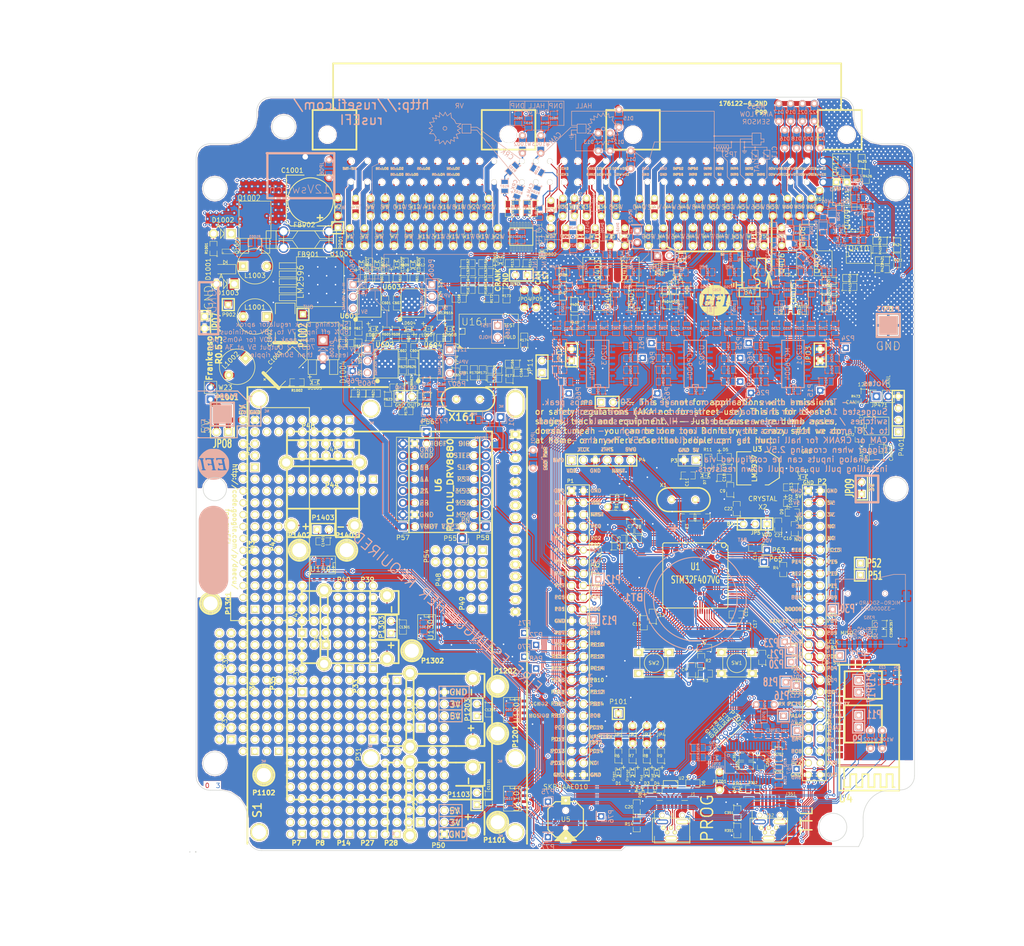
<source format=kicad_pcb>
(kicad_pcb (version 4) (host pcbnew 4.0.5)

  (general
    (links 1512)
    (no_connects 0)
    (area 66.040002 20.32 290.455048 227.749101)
    (thickness 1.6)
    (drawings 1037)
    (tracks 6783)
    (zones 0)
    (modules 611)
    (nets 416)
  )

  (page B)
  (title_block
    (title Frankenso)
    (date 2018-02-24)
    (rev R0.5.3)
    (company http://rusefi.com/)
  )

  (layers
    (0 F.Cu signal)
    (1 PWR power)
    (2 GND power)
    (31 B.Cu signal)
    (32 B.Adhes user)
    (33 F.Adhes user)
    (34 B.Paste user)
    (35 F.Paste user)
    (36 B.SilkS user)
    (37 F.SilkS user)
    (38 B.Mask user)
    (39 F.Mask user)
    (40 Dwgs.User user)
    (41 Cmts.User user)
    (42 Eco1.User user)
    (43 Eco2.User user)
    (44 Edge.Cuts user)
  )

  (setup
    (last_trace_width 0.1524)
    (user_trace_width 0.1524)
    (user_trace_width 0.2159)
    (user_trace_width 0.3048)
    (user_trace_width 1.0668)
    (user_trace_width 1.651)
    (user_trace_width 1.6764)
    (user_trace_width 2.7178)
    (trace_clearance 0.1524)
    (zone_clearance 0.1778)
    (zone_45_only yes)
    (trace_min 0.1524)
    (segment_width 0.127)
    (edge_width 0.127)
    (via_size 0.6858)
    (via_drill 0.3302)
    (via_min_size 0)
    (via_min_drill 0.3302)
    (user_via 0.6858 0.3302)
    (user_via 0.78994 0.43434)
    (user_via 1.54178 1.18618)
    (uvia_size 0.508)
    (uvia_drill 0.127)
    (uvias_allowed no)
    (uvia_min_size 0.508)
    (uvia_min_drill 0.127)
    (pcb_text_width 0.127)
    (pcb_text_size 1.016 1.016)
    (mod_edge_width 0.254)
    (mod_text_size 0.508 0.508)
    (mod_text_width 0.127)
    (pad_size 0.889 1.397)
    (pad_drill 0)
    (pad_to_mask_clearance 0.0762)
    (aux_axis_origin 107.95 203.2)
    (visible_elements 7FFEF67F)
    (pcbplotparams
      (layerselection 0x010ff_80000007)
      (usegerberextensions true)
      (excludeedgelayer true)
      (linewidth 0.100000)
      (plotframeref false)
      (viasonmask false)
      (mode 1)
      (useauxorigin false)
      (hpglpennumber 1)
      (hpglpenspeed 20)
      (hpglpendiameter 15)
      (hpglpenoverlay 2)
      (psnegative false)
      (psa4output false)
      (plotreference true)
      (plotvalue true)
      (plotinvisibletext false)
      (padsonsilk false)
      (subtractmaskfromsilk false)
      (outputformat 1)
      (mirror false)
      (drillshape 0)
      (scaleselection 1)
      (outputdirectory frankenso_gerbers/))
  )

  (net 0 "")
  (net 1 /DD_HIP9011/CS)
  (net 2 /DD_HIP9011/INT/HLD)
  (net 3 /DD_HIP9011/INTOUT)
  (net 4 /DD_HIP9011/OUT)
  (net 5 /DD_HIP9011/TEST)
  (net 6 /HD44780_VCC)
  (net 7 /HD44780_VLCD)
  (net 8 /PWR_buck_12V_switcher/5V-REG)
  (net 9 /PWR_buck_12V_switcher/FB)
  (net 10 /PWR_buck_12V_switcher/OUT)
  (net 11 /PWR_buck_12V_switcher/VBAT)
  (net 12 /PWR_buck_12V_switcher/Vf)
  (net 13 /PWR_buck_12V_switcher/Vs1)
  (net 14 /PWR_buck_12V_switcher/Vs2)
  (net 15 /adc_amp_divider/OUT1)
  (net 16 /adc_amp_divider/OUT10)
  (net 17 /adc_amp_divider/OUT11)
  (net 18 /adc_amp_divider/OUT12)
  (net 19 /adc_amp_divider/OUT2)
  (net 20 /adc_amp_divider/OUT3)
  (net 21 /adc_amp_divider/OUT4)
  (net 22 /adc_amp_divider/OUT5)
  (net 23 /adc_amp_divider/OUT6)
  (net 24 /adc_amp_divider/OUT7)
  (net 25 /adc_amp_divider/OUT8)
  (net 26 /adc_amp_divider/OUT9)
  (net 27 /can_brd_1/CAN_RX)
  (net 28 /can_brd_1/CAN_TX)
  (net 29 /hi-lo/VP)
  (net 30 /hi-lo/VP2)
  (net 31 /hi-lo/VP3)
  (net 32 /hi-lo/VP4)
  (net 33 /inj_12ch/INJ-01)
  (net 34 /inj_12ch/INJ-01_5V)
  (net 35 /inj_12ch/INJ-02_5V)
  (net 36 /inj_12ch/INJ-03_5V)
  (net 37 /inj_12ch/INJ-04_5V)
  (net 38 /inj_12ch/INJ-05_5V)
  (net 39 /inj_12ch/INJ-06_5V)
  (net 40 /inj_12ch/INJ-07_5V)
  (net 41 /inj_12ch/INJ-08_5V)
  (net 42 /inj_12ch/INJ-09_5V)
  (net 43 /inj_12ch/INJ-10_5V)
  (net 44 /inj_12ch/INJ-11_5V)
  (net 45 /inj_12ch/INJ-12_5V)
  (net 46 /mmc_usb_1/CB2)
  (net 47 /mmc_usb_1/CB4)
  (net 48 /mmc_usb_1/D+)
  (net 49 /mmc_usb_1/D-)
  (net 50 /mmc_usb_1/FTVCC)
  (net 51 /mmc_usb_1/PWREN#)
  (net 52 /mmc_usb_1/RESET)
  (net 53 /mmc_usb_1/RI)
  (net 54 /mmc_usb_1/Vbus)
  (net 55 /mmc_usb_1/shield)
  (net 56 /stm32f407_board/BOOT0)
  (net 57 /stm32f407_board/D+)
  (net 58 /stm32f407_board/D-)
  (net 59 /stm32f407_board/NRST)
  (net 60 /stm32f407_board/PA10)
  (net 61 /stm32f407_board/PA11)
  (net 62 /stm32f407_board/PA12)
  (net 63 /stm32f407_board/PA15)
  (net 64 /stm32f407_board/PA5)
  (net 65 /stm32f407_board/PA9)
  (net 66 /stm32f407_board/PB1)
  (net 67 /stm32f407_board/PC12)
  (net 68 /stm32f407_board/PC6)
  (net 69 /stm32f407_board/PC8)
  (net 70 /stm32f407_board/PD0)
  (net 71 /stm32f407_board/PD1)
  (net 72 /stm32f407_board/PD10)
  (net 73 /stm32f407_board/PD11)
  (net 74 /stm32f407_board/PD13)
  (net 75 /stm32f407_board/PD14)
  (net 76 /stm32f407_board/PD15)
  (net 77 /stm32f407_board/PD2)
  (net 78 /stm32f407_board/PD6)
  (net 79 /stm32f407_board/PE0)
  (net 80 /stm32f407_board/PE1)
  (net 81 /stm32f407_board/VDD)
  (net 82 /stm32f407_board/shield)
  (net 83 /thermocouple1//CS)
  (net 84 /thermocouple1/TCPL+)
  (net 85 /thermocouple1/TCPL-)
  (net 86 /thermocouple2//CS)
  (net 87 /thermocouple2/TCPL+)
  (net 88 /thermocouple2/TCPL-)
  (net 89 /thermocouple3//CS)
  (net 90 /thermocouple3/TCPL+)
  (net 91 /thermocouple3/TCPL-)
  (net 92 /thermocouple4//CS)
  (net 93 /thermocouple4/TCPL+)
  (net 94 /thermocouple4/TCPL-)
  (net 95 GND)
  (net 96 "Net-(C2-Pad1)")
  (net 97 "Net-(C3-Pad1)")
  (net 98 "Net-(C4-Pad2)")
  (net 99 "Net-(C5-Pad2)")
  (net 100 "Net-(C7-Pad2)")
  (net 101 "Net-(C15-Pad1)")
  (net 102 "Net-(C17-Pad1)")
  (net 103 "Net-(C21-Pad2)")
  (net 104 "Net-(C22-Pad2)")
  (net 105 "Net-(C101-Pad1)")
  (net 106 "Net-(C101-Pad2)")
  (net 107 "Net-(C102-Pad1)")
  (net 108 "Net-(C102-Pad2)")
  (net 109 "Net-(C162-Pad2)")
  (net 110 "Net-(C163-Pad2)")
  (net 111 "Net-(C166-Pad1)")
  (net 112 "Net-(C167-Pad1)")
  (net 113 "Net-(C168-Pad1)")
  (net 114 "Net-(C210-Pad2)")
  (net 115 "Net-(C220-Pad2)")
  (net 116 "Net-(C230-Pad2)")
  (net 117 "Net-(C240-Pad2)")
  (net 118 "Net-(C250-Pad2)")
  (net 119 "Net-(C260-Pad2)")
  (net 120 "Net-(C270-Pad2)")
  (net 121 "Net-(C280-Pad2)")
  (net 122 "Net-(C290-Pad2)")
  (net 123 "Net-(C300-Pad2)")
  (net 124 "Net-(C310-Pad2)")
  (net 125 "Net-(C320-Pad2)")
  (net 126 "Net-(C356-Pad2)")
  (net 127 "Net-(C701-Pad1)")
  (net 128 "Net-(C701-Pad2)")
  (net 129 "Net-(D1-Pad1)")
  (net 130 "Net-(D2-Pad1)")
  (net 131 "Net-(D3-Pad1)")
  (net 132 "Net-(D4-Pad1)")
  (net 133 "Net-(D5-Pad1)")
  (net 134 "Net-(D7-Pad1)")
  (net 135 "Net-(D8-Pad1)")
  (net 136 "Net-(D11-Pad1)")
  (net 137 "Net-(D12-Pad1)")
  (net 138 "Net-(D13-Pad1)")
  (net 139 "Net-(D14-Pad1)")
  (net 140 "Net-(D15-Pad1)")
  (net 141 "Net-(D16-Pad1)")
  (net 142 "Net-(D17-Pad1)")
  (net 143 "Net-(D18-Pad1)")
  (net 144 "Net-(D19-Pad1)")
  (net 145 "Net-(D20-Pad1)")
  (net 146 "Net-(D21-Pad1)")
  (net 147 "Net-(D210-Pad2)")
  (net 148 "Net-(D220-Pad2)")
  (net 149 "Net-(D230-Pad2)")
  (net 150 "Net-(D240-Pad2)")
  (net 151 "Net-(D250-Pad2)")
  (net 152 "Net-(D260-Pad2)")
  (net 153 "Net-(D270-Pad2)")
  (net 154 "Net-(D280-Pad2)")
  (net 155 "Net-(D290-Pad2)")
  (net 156 "Net-(D300-Pad2)")
  (net 157 "Net-(D310-Pad2)")
  (net 158 "Net-(D320-Pad2)")
  (net 159 "Net-(D351-Pad1)")
  (net 160 "Net-(D413-Pad1)")
  (net 161 "Net-(D414-Pad1)")
  (net 162 "Net-(D415-Pad1)")
  (net 163 "Net-(D415-Pad2)")
  (net 164 "Net-(D417-Pad1)")
  (net 165 "Net-(D417-Pad2)")
  (net 166 "Net-(D419-Pad1)")
  (net 167 "Net-(D419-Pad2)")
  (net 168 "Net-(D421-Pad1)")
  (net 169 "Net-(D421-Pad2)")
  (net 170 "Net-(D423-Pad1)")
  (net 171 "Net-(D423-Pad2)")
  (net 172 "Net-(D425-Pad1)")
  (net 173 "Net-(D425-Pad2)")
  (net 174 "Net-(D427-Pad1)")
  (net 175 "Net-(D427-Pad2)")
  (net 176 "Net-(D429-Pad1)")
  (net 177 "Net-(D429-Pad2)")
  (net 178 "Net-(D431-Pad1)")
  (net 179 "Net-(D431-Pad2)")
  (net 180 "Net-(D433-Pad1)")
  (net 181 "Net-(D433-Pad2)")
  (net 182 "Net-(D435-Pad1)")
  (net 183 "Net-(D435-Pad2)")
  (net 184 "Net-(D701-Pad1)")
  (net 185 "Net-(D701-Pad2)")
  (net 186 "Net-(D702-Pad1)")
  (net 187 "Net-(D702-Pad2)")
  (net 188 "Net-(D801-Pad2)")
  (net 189 "Net-(D802-Pad2)")
  (net 190 "Net-(D1001-Pad1)")
  (net 191 "Net-(D1001-Pad2)")
  (net 192 "Net-(D1005-Pad1)")
  (net 193 "Net-(JP1-Pad2)")
  (net 194 "Net-(JP2-Pad2)")
  (net 195 "Net-(JP3-Pad2)")
  (net 196 "Net-(JP4-Pad2)")
  (net 197 "Net-(JP5-Pad2)")
  (net 198 "Net-(JP9-Pad2)")
  (net 199 "Net-(JP11-Pad2)")
  (net 200 "Net-(JP471-Pad1)")
  (net 201 "Net-(LD601-Pad1)")
  (net 202 "Net-(LD602-Pad1)")
  (net 203 "Net-(LD603-Pad1)")
  (net 204 "Net-(LD604-Pad1)")
  (net 205 "Net-(LD605-Pad1)")
  (net 206 "Net-(LD606-Pad1)")
  (net 207 "Net-(LD607-Pad1)")
  (net 208 "Net-(LD608-Pad1)")
  (net 209 "Net-(P99-Pad12)")
  (net 210 "Net-(P99-Pad1)")
  (net 211 "Net-(P99-Pad2)")
  (net 212 "Net-(P99-Pad13)")
  (net 213 "Net-(P99-Pad17)")
  (net 214 "Net-(P99-Pad6)")
  (net 215 "Net-(P99-Pad5)")
  (net 216 "Net-(P99-Pad16)")
  (net 217 "Net-(P99-Pad14)")
  (net 218 "Net-(P99-Pad3)")
  (net 219 "Net-(P99-Pad4)")
  (net 220 "Net-(P99-Pad15)")
  (net 221 "Net-(P99-Pad19)")
  (net 222 "Net-(P99-Pad8)")
  (net 223 "Net-(P99-Pad7)")
  (net 224 "Net-(P99-Pad18)")
  (net 225 "Net-(P99-Pad20)")
  (net 226 "Net-(P99-Pad9)")
  (net 227 "Net-(P99-Pad10)")
  (net 228 "Net-(P99-Pad21)")
  (net 229 "Net-(P99-Pad34)")
  (net 230 "Net-(P99-Pad26)")
  (net 231 "Net-(P99-Pad25)")
  (net 232 "Net-(P99-Pad33)")
  (net 233 "Net-(P99-Pad36)")
  (net 234 "Net-(P99-Pad28)")
  (net 235 "Net-(P99-Pad27)")
  (net 236 "Net-(P99-Pad35)")
  (net 237 "Net-(P99-Pad22)")
  (net 238 "Net-(P99-Pad11)")
  (net 239 "Net-(P99-Pad40)")
  (net 240 "Net-(P99-Pad53)")
  (net 241 "Net-(P99-Pad39)")
  (net 242 "Net-(P99-Pad52)")
  (net 243 "Net-(P99-Pad44)")
  (net 244 "Net-(P99-Pad57)")
  (net 245 "Net-(P99-Pad43)")
  (net 246 "Net-(P99-Pad56)")
  (net 247 "Net-(P99-Pad41)")
  (net 248 "Net-(P99-Pad54)")
  (net 249 "Net-(P99-Pad42)")
  (net 250 "Net-(P99-Pad55)")
  (net 251 "Net-(P99-Pad46)")
  (net 252 "Net-(P99-Pad59)")
  (net 253 "Net-(P99-Pad45)")
  (net 254 "Net-(P99-Pad58)")
  (net 255 "Net-(P99-Pad47)")
  (net 256 "Net-(P99-Pad60)")
  (net 257 "Net-(Q401-Pad1)")
  (net 258 "Net-(Q402-Pad1)")
  (net 259 "Net-(Q403-Pad1)")
  (net 260 "Net-(Q404-Pad1)")
  (net 261 "Net-(Q405-Pad1)")
  (net 262 "Net-(Q406-Pad1)")
  (net 263 "Net-(Q407-Pad1)")
  (net 264 "Net-(Q408-Pad1)")
  (net 265 "Net-(Q409-Pad1)")
  (net 266 "Net-(Q410-Pad1)")
  (net 267 "Net-(Q411-Pad1)")
  (net 268 "Net-(Q412-Pad1)")
  (net 269 "Net-(R1-Pad1)")
  (net 270 "Net-(R99-Pad2)")
  (net 271 "Net-(R102-Pad2)")
  (net 272 "Net-(R103-Pad2)")
  (net 273 "Net-(R104-Pad2)")
  (net 274 "Net-(R106-Pad2)")
  (net 275 "Net-(R137-Pad2)")
  (net 276 "Net-(R141-Pad2)")
  (net 277 "Net-(R163-Pad2)")
  (net 278 "Net-(R164-Pad2)")
  (net 279 "Net-(R167-Pad1)")
  (net 280 "Net-(R168-Pad2)")
  (net 281 "Net-(R177-Pad1)")
  (net 282 "Net-(R214-Pad1)")
  (net 283 "Net-(R224-Pad1)")
  (net 284 "Net-(R234-Pad1)")
  (net 285 "Net-(R244-Pad1)")
  (net 286 "Net-(R254-Pad1)")
  (net 287 "Net-(R264-Pad1)")
  (net 288 "Net-(R274-Pad1)")
  (net 289 "Net-(R284-Pad1)")
  (net 290 "Net-(R294-Pad1)")
  (net 291 "Net-(R304-Pad1)")
  (net 292 "Net-(R314-Pad1)")
  (net 293 "Net-(R324-Pad1)")
  (net 294 "Net-(R472-Pad1)")
  (net 295 "Net-(R601-Pad2)")
  (net 296 "Net-(R603-Pad2)")
  (net 297 "Net-(R605-Pad2)")
  (net 298 "Net-(R607-Pad2)")
  (net 299 "Net-(R609-Pad2)")
  (net 300 "Net-(R611-Pad2)")
  (net 301 "Net-(R613-Pad2)")
  (net 302 "Net-(R615-Pad2)")
  (net 303 "Net-(U5-Pad1)")
  (net 304 "Net-(U5-Pad3)")
  (net 305 /1A)
  (net 306 /1C)
  (net 307 /1D)
  (net 308 /1E)
  (net 309 /1J)
  (net 310 /1K)
  (net 311 /1N)
  (net 312 /1Q)
  (net 313 /1R)
  (net 314 /1S)
  (net 315 /1T)
  (net 316 /1U)
  (net 317 /1V)
  (net 318 /2E)
  (net 319 /2F)
  (net 320 /2I)
  (net 321 /3R)
  (net 322 "Net-(R617-Pad1)")
  (net 323 "Net-(R619-Pad1)")
  (net 324 "Net-(R621-Pad1)")
  (net 325 "Net-(R623-Pad1)")
  (net 326 "Net-(R625-Pad1)")
  (net 327 "Net-(R627-Pad1)")
  (net 328 "Net-(R629-Pad1)")
  (net 329 "Net-(R631-Pad1)")
  (net 330 /5V)
  (net 331 /3.3V)
  (net 332 /KNOCK-INPUT-1)
  (net 333 /KNOCK-INPUT-0)
  (net 334 /12V-SWITCH)
  (net 335 /LOW-1A-11)
  (net 336 /LOW-1A-12)
  (net 337 /LOW-1A-02)
  (net 338 /LOW-1A-03)
  (net 339 /LOW-1A-04)
  (net 340 /LOW-1A-05)
  (net 341 /LOW-1A-06)
  (net 342 /LOW-1A-07)
  (net 343 /LOW-1A-08)
  (net 344 /LOW-1A-09)
  (net 345 /LOW-1A-10)
  (net 346 /CANL)
  (net 347 /CRANK)
  (net 348 /CAM)
  (net 349 /HD44780_RS)
  (net 350 /HD44780_CS)
  (net 351 /HD44780_D4)
  (net 352 /HD44780_D5)
  (net 353 /HD44780_D6)
  (net 354 /HD44780_D7)
  (net 355 /SCK-2)
  (net 356 /SO-2)
  (net 357 /SI-2)
  (net 358 /SO)
  (net 359 /SI)
  (net 360 /SCK)
  (net 361 /CS_SD)
  (net 362 /232-FROM-MCU)
  (net 363 /232-TO-MCU)
  (net 364 "Net-(P55-Pad1)")
  (net 365 "Net-(P56-Pad1)")
  (net 366 "Net-(P57-Pad3)")
  (net 367 "Net-(P57-Pad4)")
  (net 368 "Net-(P57-Pad5)")
  (net 369 "Net-(P57-Pad6)")
  (net 370 /CRK2-)
  (net 371 /CRK2+)
  (net 372 /CAM+)
  (net 373 /CAM-)
  (net 374 /CANH)
  (net 375 /AN1-HARN)
  (net 376 /AN2-HARN)
  (net 377 /AN3-HARN)
  (net 378 /AN4-HARN)
  (net 379 /AN5-HARN)
  (net 380 /AN6-HARN)
  (net 381 /AN7-HARN)
  (net 382 /AN8-HARN)
  (net 383 /AN9-HARN)
  (net 384 /AN10-HARN)
  (net 385 /AN11-HARN)
  (net 386 /AN12-HARN)
  (net 387 /LOW-1A-01_2)
  (net 388 /HL1)
  (net 389 /HL2)
  (net 390 /HL3)
  (net 391 /HL4)
  (net 392 /HL5)
  (net 393 /HL6)
  (net 394 /HL7)
  (net 395 /HL8)
  (net 396 "Net-(P58-Pad1)")
  (net 397 "Net-(P58-Pad2)")
  (net 398 "Net-(P58-Pad3)")
  (net 399 "Net-(P58-Pad4)")
  (net 400 "Net-(P58-Pad5)")
  (net 401 "Net-(P58-Pad6)")
  (net 402 "Net-(P58-Pad7)")
  (net 403 "Net-(P58-Pad8)")
  (net 404 12V-SNUB)
  (net 405 /hi-lo/DOHL6)
  (net 406 /hi-lo/DOHL5)
  (net 407 /hi-lo/DOHL4)
  (net 408 /hi-lo/DOHL3)
  (net 409 /hi-lo/DOHL8)
  (net 410 /hi-lo/DOHL7)
  (net 411 /hi-lo/DOHL1)
  (net 412 /hi-lo/DOHL2)
  (net 413 "Net-(P701-Pad4)")
  (net 414 "Net-(P701-Pad5)")
  (net 415 /stm32f407_board/RTC_Bat)

  (net_class Default ""
    (clearance 0.1524)
    (trace_width 0.1524)
    (via_dia 0.6858)
    (via_drill 0.3302)
    (uvia_dia 0.508)
    (uvia_drill 0.127)
    (add_net /1A)
    (add_net /1C)
    (add_net /1D)
    (add_net /1E)
    (add_net /1J)
    (add_net /1K)
    (add_net /1N)
    (add_net /1Q)
    (add_net /1R)
    (add_net /1S)
    (add_net /1T)
    (add_net /1U)
    (add_net /1V)
    (add_net /232-FROM-MCU)
    (add_net /232-TO-MCU)
    (add_net /2E)
    (add_net /2F)
    (add_net /2I)
    (add_net /3.3V)
    (add_net /3R)
    (add_net /5V)
    (add_net /AN1-HARN)
    (add_net /AN10-HARN)
    (add_net /AN11-HARN)
    (add_net /AN12-HARN)
    (add_net /AN2-HARN)
    (add_net /AN3-HARN)
    (add_net /AN4-HARN)
    (add_net /AN5-HARN)
    (add_net /AN6-HARN)
    (add_net /AN7-HARN)
    (add_net /AN8-HARN)
    (add_net /AN9-HARN)
    (add_net /CAM)
    (add_net /CAM+)
    (add_net /CAM-)
    (add_net /CANH)
    (add_net /CANL)
    (add_net /CRANK)
    (add_net /CRK2+)
    (add_net /CRK2-)
    (add_net /CS_SD)
    (add_net /DD_HIP9011/CS)
    (add_net /DD_HIP9011/INT/HLD)
    (add_net /DD_HIP9011/INTOUT)
    (add_net /DD_HIP9011/OUT)
    (add_net /DD_HIP9011/TEST)
    (add_net /HD44780_CS)
    (add_net /HD44780_D4)
    (add_net /HD44780_D5)
    (add_net /HD44780_D6)
    (add_net /HD44780_D7)
    (add_net /HD44780_RS)
    (add_net /HD44780_VCC)
    (add_net /HD44780_VLCD)
    (add_net /HL1)
    (add_net /HL2)
    (add_net /HL3)
    (add_net /HL4)
    (add_net /HL5)
    (add_net /HL6)
    (add_net /HL7)
    (add_net /HL8)
    (add_net /KNOCK-INPUT-0)
    (add_net /KNOCK-INPUT-1)
    (add_net /LOW-1A-01_2)
    (add_net /LOW-1A-02)
    (add_net /LOW-1A-03)
    (add_net /LOW-1A-04)
    (add_net /LOW-1A-05)
    (add_net /LOW-1A-06)
    (add_net /LOW-1A-07)
    (add_net /LOW-1A-08)
    (add_net /LOW-1A-09)
    (add_net /LOW-1A-10)
    (add_net /LOW-1A-11)
    (add_net /LOW-1A-12)
    (add_net /PWR_buck_12V_switcher/Vf)
    (add_net /PWR_buck_12V_switcher/Vs2)
    (add_net /SCK)
    (add_net /SCK-2)
    (add_net /SI)
    (add_net /SI-2)
    (add_net /SO)
    (add_net /SO-2)
    (add_net /adc_amp_divider/OUT1)
    (add_net /adc_amp_divider/OUT10)
    (add_net /adc_amp_divider/OUT11)
    (add_net /adc_amp_divider/OUT12)
    (add_net /adc_amp_divider/OUT2)
    (add_net /adc_amp_divider/OUT3)
    (add_net /adc_amp_divider/OUT4)
    (add_net /adc_amp_divider/OUT5)
    (add_net /adc_amp_divider/OUT6)
    (add_net /adc_amp_divider/OUT7)
    (add_net /adc_amp_divider/OUT8)
    (add_net /adc_amp_divider/OUT9)
    (add_net /can_brd_1/CAN_RX)
    (add_net /can_brd_1/CAN_TX)
    (add_net /hi-lo/DOHL1)
    (add_net /hi-lo/DOHL2)
    (add_net /hi-lo/DOHL3)
    (add_net /hi-lo/DOHL4)
    (add_net /hi-lo/DOHL5)
    (add_net /hi-lo/DOHL6)
    (add_net /hi-lo/DOHL7)
    (add_net /hi-lo/DOHL8)
    (add_net /hi-lo/VP)
    (add_net /hi-lo/VP2)
    (add_net /hi-lo/VP3)
    (add_net /hi-lo/VP4)
    (add_net /inj_12ch/INJ-01_5V)
    (add_net /inj_12ch/INJ-02_5V)
    (add_net /inj_12ch/INJ-03_5V)
    (add_net /inj_12ch/INJ-04_5V)
    (add_net /inj_12ch/INJ-05_5V)
    (add_net /inj_12ch/INJ-06_5V)
    (add_net /inj_12ch/INJ-07_5V)
    (add_net /inj_12ch/INJ-08_5V)
    (add_net /inj_12ch/INJ-09_5V)
    (add_net /inj_12ch/INJ-10_5V)
    (add_net /inj_12ch/INJ-11_5V)
    (add_net /inj_12ch/INJ-12_5V)
    (add_net /mmc_usb_1/CB2)
    (add_net /mmc_usb_1/CB4)
    (add_net /mmc_usb_1/FTVCC)
    (add_net /mmc_usb_1/PWREN#)
    (add_net /mmc_usb_1/RESET)
    (add_net /mmc_usb_1/RI)
    (add_net /mmc_usb_1/Vbus)
    (add_net /mmc_usb_1/shield)
    (add_net /stm32f407_board/BOOT0)
    (add_net /stm32f407_board/NRST)
    (add_net /stm32f407_board/PA10)
    (add_net /stm32f407_board/PA15)
    (add_net /stm32f407_board/PA5)
    (add_net /stm32f407_board/PA9)
    (add_net /stm32f407_board/PB1)
    (add_net /stm32f407_board/PC12)
    (add_net /stm32f407_board/PC6)
    (add_net /stm32f407_board/PC8)
    (add_net /stm32f407_board/PD0)
    (add_net /stm32f407_board/PD1)
    (add_net /stm32f407_board/PD10)
    (add_net /stm32f407_board/PD11)
    (add_net /stm32f407_board/PD13)
    (add_net /stm32f407_board/PD14)
    (add_net /stm32f407_board/PD15)
    (add_net /stm32f407_board/PD2)
    (add_net /stm32f407_board/PD6)
    (add_net /stm32f407_board/PE0)
    (add_net /stm32f407_board/PE1)
    (add_net /stm32f407_board/RTC_Bat)
    (add_net /stm32f407_board/VDD)
    (add_net /stm32f407_board/shield)
    (add_net /thermocouple1//CS)
    (add_net /thermocouple1/TCPL+)
    (add_net /thermocouple1/TCPL-)
    (add_net /thermocouple2//CS)
    (add_net /thermocouple2/TCPL+)
    (add_net /thermocouple2/TCPL-)
    (add_net /thermocouple3//CS)
    (add_net /thermocouple3/TCPL+)
    (add_net /thermocouple3/TCPL-)
    (add_net /thermocouple4//CS)
    (add_net /thermocouple4/TCPL+)
    (add_net /thermocouple4/TCPL-)
    (add_net 12V-SNUB)
    (add_net GND)
    (add_net "Net-(C101-Pad1)")
    (add_net "Net-(C101-Pad2)")
    (add_net "Net-(C102-Pad1)")
    (add_net "Net-(C102-Pad2)")
    (add_net "Net-(C15-Pad1)")
    (add_net "Net-(C162-Pad2)")
    (add_net "Net-(C163-Pad2)")
    (add_net "Net-(C166-Pad1)")
    (add_net "Net-(C167-Pad1)")
    (add_net "Net-(C168-Pad1)")
    (add_net "Net-(C17-Pad1)")
    (add_net "Net-(C2-Pad1)")
    (add_net "Net-(C21-Pad2)")
    (add_net "Net-(C210-Pad2)")
    (add_net "Net-(C22-Pad2)")
    (add_net "Net-(C220-Pad2)")
    (add_net "Net-(C230-Pad2)")
    (add_net "Net-(C240-Pad2)")
    (add_net "Net-(C250-Pad2)")
    (add_net "Net-(C260-Pad2)")
    (add_net "Net-(C270-Pad2)")
    (add_net "Net-(C280-Pad2)")
    (add_net "Net-(C290-Pad2)")
    (add_net "Net-(C3-Pad1)")
    (add_net "Net-(C300-Pad2)")
    (add_net "Net-(C310-Pad2)")
    (add_net "Net-(C320-Pad2)")
    (add_net "Net-(C356-Pad2)")
    (add_net "Net-(C4-Pad2)")
    (add_net "Net-(C5-Pad2)")
    (add_net "Net-(C7-Pad2)")
    (add_net "Net-(C701-Pad1)")
    (add_net "Net-(C701-Pad2)")
    (add_net "Net-(D1-Pad1)")
    (add_net "Net-(D1001-Pad1)")
    (add_net "Net-(D1005-Pad1)")
    (add_net "Net-(D11-Pad1)")
    (add_net "Net-(D12-Pad1)")
    (add_net "Net-(D13-Pad1)")
    (add_net "Net-(D14-Pad1)")
    (add_net "Net-(D15-Pad1)")
    (add_net "Net-(D16-Pad1)")
    (add_net "Net-(D17-Pad1)")
    (add_net "Net-(D18-Pad1)")
    (add_net "Net-(D19-Pad1)")
    (add_net "Net-(D2-Pad1)")
    (add_net "Net-(D20-Pad1)")
    (add_net "Net-(D21-Pad1)")
    (add_net "Net-(D210-Pad2)")
    (add_net "Net-(D220-Pad2)")
    (add_net "Net-(D230-Pad2)")
    (add_net "Net-(D240-Pad2)")
    (add_net "Net-(D250-Pad2)")
    (add_net "Net-(D260-Pad2)")
    (add_net "Net-(D270-Pad2)")
    (add_net "Net-(D280-Pad2)")
    (add_net "Net-(D290-Pad2)")
    (add_net "Net-(D3-Pad1)")
    (add_net "Net-(D300-Pad2)")
    (add_net "Net-(D310-Pad2)")
    (add_net "Net-(D320-Pad2)")
    (add_net "Net-(D351-Pad1)")
    (add_net "Net-(D4-Pad1)")
    (add_net "Net-(D413-Pad1)")
    (add_net "Net-(D414-Pad1)")
    (add_net "Net-(D415-Pad1)")
    (add_net "Net-(D415-Pad2)")
    (add_net "Net-(D417-Pad1)")
    (add_net "Net-(D417-Pad2)")
    (add_net "Net-(D419-Pad1)")
    (add_net "Net-(D419-Pad2)")
    (add_net "Net-(D421-Pad1)")
    (add_net "Net-(D421-Pad2)")
    (add_net "Net-(D423-Pad1)")
    (add_net "Net-(D423-Pad2)")
    (add_net "Net-(D425-Pad1)")
    (add_net "Net-(D425-Pad2)")
    (add_net "Net-(D427-Pad1)")
    (add_net "Net-(D427-Pad2)")
    (add_net "Net-(D429-Pad1)")
    (add_net "Net-(D429-Pad2)")
    (add_net "Net-(D431-Pad1)")
    (add_net "Net-(D431-Pad2)")
    (add_net "Net-(D433-Pad1)")
    (add_net "Net-(D433-Pad2)")
    (add_net "Net-(D435-Pad1)")
    (add_net "Net-(D435-Pad2)")
    (add_net "Net-(D5-Pad1)")
    (add_net "Net-(D7-Pad1)")
    (add_net "Net-(D701-Pad1)")
    (add_net "Net-(D701-Pad2)")
    (add_net "Net-(D702-Pad1)")
    (add_net "Net-(D702-Pad2)")
    (add_net "Net-(D8-Pad1)")
    (add_net "Net-(D801-Pad2)")
    (add_net "Net-(D802-Pad2)")
    (add_net "Net-(JP1-Pad2)")
    (add_net "Net-(JP11-Pad2)")
    (add_net "Net-(JP2-Pad2)")
    (add_net "Net-(JP3-Pad2)")
    (add_net "Net-(JP4-Pad2)")
    (add_net "Net-(JP471-Pad1)")
    (add_net "Net-(JP5-Pad2)")
    (add_net "Net-(JP9-Pad2)")
    (add_net "Net-(LD601-Pad1)")
    (add_net "Net-(LD602-Pad1)")
    (add_net "Net-(LD603-Pad1)")
    (add_net "Net-(LD604-Pad1)")
    (add_net "Net-(LD605-Pad1)")
    (add_net "Net-(LD606-Pad1)")
    (add_net "Net-(LD607-Pad1)")
    (add_net "Net-(LD608-Pad1)")
    (add_net "Net-(P55-Pad1)")
    (add_net "Net-(P56-Pad1)")
    (add_net "Net-(P57-Pad3)")
    (add_net "Net-(P57-Pad4)")
    (add_net "Net-(P57-Pad5)")
    (add_net "Net-(P57-Pad6)")
    (add_net "Net-(P58-Pad1)")
    (add_net "Net-(P58-Pad2)")
    (add_net "Net-(P58-Pad3)")
    (add_net "Net-(P58-Pad4)")
    (add_net "Net-(P58-Pad5)")
    (add_net "Net-(P58-Pad6)")
    (add_net "Net-(P58-Pad7)")
    (add_net "Net-(P58-Pad8)")
    (add_net "Net-(P701-Pad4)")
    (add_net "Net-(P701-Pad5)")
    (add_net "Net-(P99-Pad1)")
    (add_net "Net-(P99-Pad10)")
    (add_net "Net-(P99-Pad11)")
    (add_net "Net-(P99-Pad13)")
    (add_net "Net-(P99-Pad14)")
    (add_net "Net-(P99-Pad15)")
    (add_net "Net-(P99-Pad16)")
    (add_net "Net-(P99-Pad17)")
    (add_net "Net-(P99-Pad18)")
    (add_net "Net-(P99-Pad19)")
    (add_net "Net-(P99-Pad2)")
    (add_net "Net-(P99-Pad20)")
    (add_net "Net-(P99-Pad21)")
    (add_net "Net-(P99-Pad22)")
    (add_net "Net-(P99-Pad25)")
    (add_net "Net-(P99-Pad26)")
    (add_net "Net-(P99-Pad27)")
    (add_net "Net-(P99-Pad28)")
    (add_net "Net-(P99-Pad3)")
    (add_net "Net-(P99-Pad33)")
    (add_net "Net-(P99-Pad34)")
    (add_net "Net-(P99-Pad35)")
    (add_net "Net-(P99-Pad36)")
    (add_net "Net-(P99-Pad39)")
    (add_net "Net-(P99-Pad4)")
    (add_net "Net-(P99-Pad40)")
    (add_net "Net-(P99-Pad41)")
    (add_net "Net-(P99-Pad42)")
    (add_net "Net-(P99-Pad43)")
    (add_net "Net-(P99-Pad44)")
    (add_net "Net-(P99-Pad45)")
    (add_net "Net-(P99-Pad46)")
    (add_net "Net-(P99-Pad47)")
    (add_net "Net-(P99-Pad5)")
    (add_net "Net-(P99-Pad52)")
    (add_net "Net-(P99-Pad53)")
    (add_net "Net-(P99-Pad54)")
    (add_net "Net-(P99-Pad55)")
    (add_net "Net-(P99-Pad56)")
    (add_net "Net-(P99-Pad57)")
    (add_net "Net-(P99-Pad58)")
    (add_net "Net-(P99-Pad59)")
    (add_net "Net-(P99-Pad6)")
    (add_net "Net-(P99-Pad60)")
    (add_net "Net-(P99-Pad7)")
    (add_net "Net-(P99-Pad8)")
    (add_net "Net-(P99-Pad9)")
    (add_net "Net-(Q401-Pad1)")
    (add_net "Net-(Q402-Pad1)")
    (add_net "Net-(Q403-Pad1)")
    (add_net "Net-(Q404-Pad1)")
    (add_net "Net-(Q405-Pad1)")
    (add_net "Net-(Q406-Pad1)")
    (add_net "Net-(Q407-Pad1)")
    (add_net "Net-(Q408-Pad1)")
    (add_net "Net-(Q409-Pad1)")
    (add_net "Net-(Q410-Pad1)")
    (add_net "Net-(Q411-Pad1)")
    (add_net "Net-(Q412-Pad1)")
    (add_net "Net-(R1-Pad1)")
    (add_net "Net-(R102-Pad2)")
    (add_net "Net-(R103-Pad2)")
    (add_net "Net-(R104-Pad2)")
    (add_net "Net-(R106-Pad2)")
    (add_net "Net-(R137-Pad2)")
    (add_net "Net-(R141-Pad2)")
    (add_net "Net-(R163-Pad2)")
    (add_net "Net-(R164-Pad2)")
    (add_net "Net-(R167-Pad1)")
    (add_net "Net-(R168-Pad2)")
    (add_net "Net-(R177-Pad1)")
    (add_net "Net-(R214-Pad1)")
    (add_net "Net-(R224-Pad1)")
    (add_net "Net-(R234-Pad1)")
    (add_net "Net-(R244-Pad1)")
    (add_net "Net-(R254-Pad1)")
    (add_net "Net-(R264-Pad1)")
    (add_net "Net-(R274-Pad1)")
    (add_net "Net-(R284-Pad1)")
    (add_net "Net-(R294-Pad1)")
    (add_net "Net-(R304-Pad1)")
    (add_net "Net-(R314-Pad1)")
    (add_net "Net-(R324-Pad1)")
    (add_net "Net-(R472-Pad1)")
    (add_net "Net-(R601-Pad2)")
    (add_net "Net-(R603-Pad2)")
    (add_net "Net-(R605-Pad2)")
    (add_net "Net-(R607-Pad2)")
    (add_net "Net-(R609-Pad2)")
    (add_net "Net-(R611-Pad2)")
    (add_net "Net-(R613-Pad2)")
    (add_net "Net-(R615-Pad2)")
    (add_net "Net-(R617-Pad1)")
    (add_net "Net-(R619-Pad1)")
    (add_net "Net-(R621-Pad1)")
    (add_net "Net-(R623-Pad1)")
    (add_net "Net-(R625-Pad1)")
    (add_net "Net-(R627-Pad1)")
    (add_net "Net-(R629-Pad1)")
    (add_net "Net-(R631-Pad1)")
    (add_net "Net-(R99-Pad2)")
    (add_net "Net-(U5-Pad1)")
    (add_net "Net-(U5-Pad3)")
  )

  (net_class "1A external" ""
    (clearance 0.2159)
    (trace_width 0.3048)
    (via_dia 0.6858)
    (via_drill 0.3302)
    (uvia_dia 0.508)
    (uvia_drill 0.127)
    (add_net /PWR_buck_12V_switcher/Vs1)
  )

  (net_class "2.5A external" ""
    (clearance 0.2159)
    (trace_width 1.0668)
    (via_dia 0.6858)
    (via_drill 0.3302)
    (uvia_dia 0.508)
    (uvia_drill 0.127)
    (add_net /12V-SWITCH)
    (add_net /PWR_buck_12V_switcher/5V-REG)
    (add_net /PWR_buck_12V_switcher/FB)
  )

  (net_class "3.5A external" ""
    (clearance 0.2159)
    (trace_width 1.651)
    (via_dia 1.0922)
    (via_drill 0.6858)
    (uvia_dia 0.508)
    (uvia_drill 0.127)
    (add_net /PWR_buck_12V_switcher/OUT)
    (add_net /PWR_buck_12V_switcher/VBAT)
    (add_net "Net-(D1001-Pad2)")
  )

  (net_class "3.5A external high voltage" ""
    (clearance 1.016)
    (trace_width 1.6764)
    (via_dia 0.6858)
    (via_drill 0.3302)
    (uvia_dia 0.508)
    (uvia_drill 0.127)
  )

  (net_class "5A external" ""
    (clearance 0.2159)
    (trace_width 2.7178)
    (via_dia 1.54178)
    (via_drill 1.18618)
    (uvia_dia 0.508)
    (uvia_drill 0.127)
  )

  (net_class Supply_200V ""
    (clearance 0.3048)
    (trace_width 1.0668)
    (via_dia 0.6858)
    (via_drill 0.3302)
    (uvia_dia 0.508)
    (uvia_drill 0.127)
    (add_net "Net-(P99-Pad12)")
  )

  (net_class min2_extern_.188A ""
    (clearance 0.1524)
    (trace_width 0.1524)
    (via_dia 0.6858)
    (via_drill 0.3302)
    (uvia_dia 0.508)
    (uvia_drill 0.127)
  )

  (net_class min_extern_.241A ""
    (clearance 0.2159)
    (trace_width 0.2159)
    (via_dia 0.6858)
    (via_drill 0.3302)
    (uvia_dia 0.508)
    (uvia_drill 0.127)
    (add_net /inj_12ch/INJ-01)
    (add_net /mmc_usb_1/D+)
    (add_net /mmc_usb_1/D-)
    (add_net /stm32f407_board/D+)
    (add_net /stm32f407_board/D-)
    (add_net /stm32f407_board/PA11)
    (add_net /stm32f407_board/PA12)
  )

  (module PIN_ARRAY_25x2_A locked (layer F.Cu) (tedit 53BE6ACB) (tstamp 52ED0DDE)
    (at 189.865 156.16936 270)
    (descr "2 x 25 pins connector")
    (tags "CONN 25")
    (path /53A0541A/52CFAC03)
    (fp_text reference P1 (at -32.59836 1.524 360) (layer F.SilkS)
      (effects (font (size 0.762 0.762) (thickness 0.1524)))
    )
    (fp_text value CONN_25X2 (at 7.62 -3.81 270) (layer F.SilkS) hide
      (effects (font (size 1.016 1.016) (thickness 0.1016)))
    )
    (fp_line (start -31.75 2.54) (end 31.75 2.54) (layer F.SilkS) (width 0.2032))
    (fp_line (start 31.75 -2.54) (end -31.75 -2.54) (layer F.SilkS) (width 0.2032))
    (fp_line (start -31.75 -2.54) (end -31.75 2.54) (layer F.SilkS) (width 0.2032))
    (fp_line (start 31.75 2.54) (end 31.75 -2.54) (layer F.SilkS) (width 0.2032))
    (pad 1 thru_hole rect (at -30.48 1.27 270) (size 1.524 1.524) (drill 1.016) (layers *.Cu *.Mask F.SilkS)
      (net 95 GND))
    (pad 2 thru_hole circle (at -30.48 -1.27 270) (size 1.524 1.524) (drill 1.016) (layers *.Cu *.Mask F.SilkS)
      (net 95 GND))
    (pad 3 thru_hole circle (at -27.94 1.27 270) (size 1.524 1.524) (drill 1.016) (layers *.Cu *.Mask F.SilkS)
      (net 81 /stm32f407_board/VDD))
    (pad 4 thru_hole circle (at -27.94 -1.27 270) (size 1.524 1.524) (drill 1.016) (layers *.Cu *.Mask F.SilkS)
      (net 81 /stm32f407_board/VDD))
    (pad 5 thru_hole circle (at -25.4 1.27 270) (size 1.524 1.524) (drill 1.016) (layers *.Cu *.Mask F.SilkS)
      (net 95 GND))
    (pad 6 thru_hole circle (at -25.4 -1.27 270) (size 1.524 1.524) (drill 1.016) (layers *.Cu *.Mask F.SilkS)
      (net 59 /stm32f407_board/NRST))
    (pad 7 thru_hole circle (at -22.86 1.27 270) (size 1.524 1.524) (drill 1.016) (layers *.Cu *.Mask F.SilkS)
      (net 19 /adc_amp_divider/OUT2))
    (pad 8 thru_hole circle (at -22.86 -1.27 270) (size 1.524 1.524) (drill 1.016) (layers *.Cu *.Mask F.SilkS)
      (net 4 /DD_HIP9011/OUT))
    (pad 9 thru_hole circle (at -20.32 1.27 270) (size 1.524 1.524) (drill 1.016) (layers *.Cu *.Mask F.SilkS)
      (net 21 /adc_amp_divider/OUT4))
    (pad 10 thru_hole circle (at -20.32 -1.27 270) (size 1.524 1.524) (drill 1.016) (layers *.Cu *.Mask F.SilkS)
      (net 15 /adc_amp_divider/OUT1))
    (pad 11 thru_hole circle (at -17.78 1.27 270) (size 1.524 1.524) (drill 1.016) (layers *.Cu *.Mask F.SilkS)
      (net 23 /adc_amp_divider/OUT6))
    (pad 12 thru_hole circle (at -17.78 -1.27 270) (size 1.524 1.524) (drill 1.016) (layers *.Cu *.Mask F.SilkS)
      (net 20 /adc_amp_divider/OUT3))
    (pad 13 thru_hole circle (at -15.24 1.27 270) (size 1.524 1.524) (drill 1.016) (layers *.Cu *.Mask F.SilkS)
      (net 25 /adc_amp_divider/OUT8))
    (pad 14 thru_hole circle (at -15.24 -1.27 270) (size 1.524 1.524) (drill 1.016) (layers *.Cu *.Mask F.SilkS)
      (net 22 /adc_amp_divider/OUT5))
    (pad 15 thru_hole circle (at -12.7 1.27 270) (size 1.524 1.524) (drill 1.016) (layers *.Cu *.Mask F.SilkS)
      (net 64 /stm32f407_board/PA5))
    (pad 16 thru_hole circle (at -12.7 -1.27 270) (size 1.524 1.524) (drill 1.016) (layers *.Cu *.Mask F.SilkS)
      (net 24 /adc_amp_divider/OUT7))
    (pad 17 thru_hole circle (at -10.16 1.27 270) (size 1.524 1.524) (drill 1.016) (layers *.Cu *.Mask F.SilkS)
      (net 26 /adc_amp_divider/OUT9))
    (pad 18 thru_hole circle (at -10.16 -1.27 270) (size 1.524 1.524) (drill 1.016) (layers *.Cu *.Mask F.SilkS)
      (net 16 /adc_amp_divider/OUT10))
    (pad 19 thru_hole circle (at -7.62 1.27 270) (size 1.524 1.524) (drill 1.016) (layers *.Cu *.Mask F.SilkS)
      (net 17 /adc_amp_divider/OUT11))
    (pad 20 thru_hole circle (at -7.62 -1.27 270) (size 1.524 1.524) (drill 1.016) (layers *.Cu *.Mask F.SilkS)
      (net 18 /adc_amp_divider/OUT12))
    (pad 21 thru_hole circle (at -5.08 1.27 270) (size 1.524 1.524) (drill 1.016) (layers *.Cu *.Mask F.SilkS)
      (net 66 /stm32f407_board/PB1))
    (pad 22 thru_hole circle (at -5.08 -1.27 270) (size 1.524 1.524) (drill 1.016) (layers *.Cu *.Mask F.SilkS)
      (net 1 /DD_HIP9011/CS))
    (pad 23 thru_hole circle (at -2.54 1.27 270) (size 1.524 1.524) (drill 1.016) (layers *.Cu *.Mask F.SilkS)
      (net 95 GND))
    (pad 24 thru_hole circle (at -2.54 -1.27 270) (size 1.524 1.524) (drill 1.016) (layers *.Cu *.Mask F.SilkS))
    (pad 25 thru_hole circle (at 0 1.27 270) (size 1.524 1.524) (drill 1.016) (layers *.Cu *.Mask F.SilkS)
      (net 349 /HD44780_RS))
    (pad 26 thru_hole circle (at 0 -1.27 270) (size 1.524 1.524) (drill 1.016) (layers *.Cu *.Mask F.SilkS)
      (net 405 /hi-lo/DOHL6))
    (pad 27 thru_hole circle (at 2.54 1.27 270) (size 1.524 1.524) (drill 1.016) (layers *.Cu *.Mask F.SilkS)
      (net 350 /HD44780_CS))
    (pad 28 thru_hole circle (at 2.54 -1.27 270) (size 1.524 1.524) (drill 1.016) (layers *.Cu *.Mask F.SilkS)
      (net 406 /hi-lo/DOHL5))
    (pad 29 thru_hole circle (at 5.08 1.27 270) (size 1.524 1.524) (drill 1.016) (layers *.Cu *.Mask F.SilkS)
      (net 351 /HD44780_D4))
    (pad 30 thru_hole circle (at 5.08 -1.27 270) (size 1.524 1.524) (drill 1.016) (layers *.Cu *.Mask F.SilkS)
      (net 407 /hi-lo/DOHL4))
    (pad 31 thru_hole circle (at 7.62 1.27 270) (size 1.524 1.524) (drill 1.016) (layers *.Cu *.Mask F.SilkS)
      (net 352 /HD44780_D5))
    (pad 32 thru_hole circle (at 7.62 -1.27 270) (size 1.524 1.524) (drill 1.016) (layers *.Cu *.Mask F.SilkS)
      (net 408 /hi-lo/DOHL3))
    (pad 33 thru_hole circle (at 10.16 1.27 270) (size 1.524 1.524) (drill 1.016) (layers *.Cu *.Mask F.SilkS)
      (net 353 /HD44780_D6))
    (pad 34 thru_hole circle (at 10.16 -1.27 270) (size 1.524 1.524) (drill 1.016) (layers *.Cu *.Mask F.SilkS)
      (net 354 /HD44780_D7))
    (pad 35 thru_hole circle (at 12.7 1.27 270) (size 1.524 1.524) (drill 1.016) (layers *.Cu *.Mask F.SilkS)
      (net 2 /DD_HIP9011/INT/HLD))
    (pad 36 thru_hole circle (at 12.7 -1.27 270) (size 1.524 1.524) (drill 1.016) (layers *.Cu *.Mask F.SilkS)
      (net 27 /can_brd_1/CAN_RX))
    (pad 37 thru_hole circle (at 15.24 1.27 270) (size 1.524 1.524) (drill 1.016) (layers *.Cu *.Mask F.SilkS)
      (net 355 /SCK-2))
    (pad 38 thru_hole circle (at 15.24 -1.27 270) (size 1.524 1.524) (drill 1.016) (layers *.Cu *.Mask F.SilkS)
      (net 356 /SO-2))
    (pad 39 thru_hole circle (at 17.78 1.27 270) (size 1.524 1.524) (drill 1.016) (layers *.Cu *.Mask F.SilkS)
      (net 357 /SI-2))
    (pad 40 thru_hole circle (at 17.78 -1.27 270) (size 1.524 1.524) (drill 1.016) (layers *.Cu *.Mask F.SilkS)
      (net 409 /hi-lo/DOHL8))
    (pad 41 thru_hole circle (at 20.32 1.27 270) (size 1.524 1.524) (drill 1.016) (layers *.Cu *.Mask F.SilkS)
      (net 410 /hi-lo/DOHL7))
    (pad 42 thru_hole circle (at 20.32 -1.27 270) (size 1.524 1.524) (drill 1.016) (layers *.Cu *.Mask F.SilkS)
      (net 72 /stm32f407_board/PD10))
    (pad 43 thru_hole circle (at 22.86 1.27 270) (size 1.524 1.524) (drill 1.016) (layers *.Cu *.Mask F.SilkS)
      (net 73 /stm32f407_board/PD11))
    (pad 44 thru_hole circle (at 22.86 -1.27 270) (size 1.524 1.524) (drill 1.016) (layers *.Cu *.Mask F.SilkS)
      (net 83 /thermocouple1//CS))
    (pad 45 thru_hole circle (at 25.4 1.27 270) (size 1.524 1.524) (drill 1.016) (layers *.Cu *.Mask F.SilkS)
      (net 74 /stm32f407_board/PD13))
    (pad 46 thru_hole circle (at 25.4 -1.27 270) (size 1.524 1.524) (drill 1.016) (layers *.Cu *.Mask F.SilkS)
      (net 75 /stm32f407_board/PD14))
    (pad 47 thru_hole circle (at 27.94 1.27 270) (size 1.524 1.524) (drill 1.016) (layers *.Cu *.Mask F.SilkS)
      (net 76 /stm32f407_board/PD15))
    (pad 48 thru_hole circle (at 27.94 -1.27 270) (size 1.524 1.524) (drill 1.016) (layers *.Cu *.Mask F.SilkS)
      (net 415 /stm32f407_board/RTC_Bat))
    (pad 49 thru_hole circle (at 30.48 1.27 270) (size 1.524 1.524) (drill 1.016) (layers *.Cu *.Mask F.SilkS)
      (net 95 GND))
    (pad 50 thru_hole circle (at 30.48 -1.27 270) (size 1.524 1.524) (drill 1.016) (layers *.Cu *.Mask F.SilkS)
      (net 95 GND))
    (model ${RUSLIB}/3d/Con_2x25.wrl
      (at (xyz 0 0 0))
      (scale (xyz 1 1 1))
      (rotate (xyz 0 0 0))
    )
  )

  (module sot23 (layer B.Cu) (tedit 50BDE8CE) (tstamp 53E89A00)
    (at 229.87 173.99 90)
    (descr SOT23)
    (path /52C39F6D/53E8881D)
    (attr smd)
    (fp_text reference D703 (at 0 0 90) (layer B.SilkS)
      (effects (font (size 0.50038 0.50038) (thickness 0.09906)) (justify mirror))
    )
    (fp_text value DOUBLE_SCHOTTKY (at 0 -0.09906 90) (layer B.SilkS) hide
      (effects (font (size 0.50038 0.50038) (thickness 0.09906)) (justify mirror))
    )
    (fp_line (start 0.9525 -0.6985) (end 0.9525 -1.3589) (layer B.SilkS) (width 0.127))
    (fp_line (start -0.9525 -0.6985) (end -0.9525 -1.3589) (layer B.SilkS) (width 0.127))
    (fp_line (start 0 0.6985) (end 0 1.3589) (layer B.SilkS) (width 0.127))
    (fp_line (start -1.4986 0.6985) (end 1.4986 0.6985) (layer B.SilkS) (width 0.127))
    (fp_line (start 1.4986 0.6985) (end 1.4986 -0.6985) (layer B.SilkS) (width 0.127))
    (fp_line (start 1.4986 -0.6985) (end -1.4986 -0.6985) (layer B.SilkS) (width 0.127))
    (fp_line (start -1.4986 -0.6985) (end -1.4986 0.6985) (layer B.SilkS) (width 0.127))
    (pad 1 smd rect (at -0.9525 -1.05664 90) (size 0.59944 1.00076) (layers B.Cu B.Paste B.Mask)
      (net 128 "Net-(C701-Pad2)"))
    (pad 2 smd rect (at 0 1.05664 90) (size 0.59944 1.00076) (layers B.Cu B.Paste B.Mask)
      (net 330 /5V))
    (pad 3 smd rect (at 0.9525 -1.05664 90) (size 0.59944 1.00076) (layers B.Cu B.Paste B.Mask))
    (model Diodes_SMD.3dshapes/D_SOT-23.wrl
      (at (xyz 0 0 0))
      (scale (xyz 1 1 1))
      (rotate (xyz 0 0 270))
    )
  )

  (module SO20L (layer F.Cu) (tedit 561CDA6C) (tstamp 554C8EE5)
    (at 170.815 91.44)
    (descr "Cms SOJ 20 pins large")
    (tags "CMS SOJ")
    (path /539DA233/52928107)
    (attr smd)
    (fp_text reference U161 (at -2.921 -2.032) (layer F.SilkS)
      (effects (font (thickness 0.127)))
    )
    (fp_text value TPIC8101 (at 0 1.27) (layer F.SilkS) hide
      (effects (font (size 1.524 1.27) (thickness 0.127)))
    )
    (fp_line (start 6.35 3.683) (end 6.35 -3.683) (layer F.SilkS) (width 0.127))
    (fp_line (start -6.35 -3.683) (end -6.35 3.683) (layer F.SilkS) (width 0.127))
    (fp_line (start 6.35 3.683) (end -6.35 3.683) (layer F.SilkS) (width 0.127))
    (fp_line (start -6.35 -3.683) (end 6.35 -3.683) (layer F.SilkS) (width 0.127))
    (fp_line (start -6.35 -0.635) (end -5.08 -0.635) (layer F.SilkS) (width 0.127))
    (fp_line (start -5.08 -0.635) (end -5.08 0.635) (layer F.SilkS) (width 0.127))
    (fp_line (start -5.08 0.635) (end -6.35 0.635) (layer F.SilkS) (width 0.127))
    (pad 11 smd rect (at 5.715 -4.826) (size 0.508 1.27) (layers F.Cu F.Paste F.Mask)
      (net 356 /SO-2))
    (pad 12 smd rect (at 4.445 -4.826) (size 0.508 1.27) (layers F.Cu F.Paste F.Mask)
      (net 357 /SI-2))
    (pad 13 smd rect (at 3.175 -4.826) (size 0.508 1.27) (layers F.Cu F.Paste F.Mask)
      (net 355 /SCK-2))
    (pad 14 smd rect (at 1.905 -4.826) (size 0.508 1.27) (layers F.Cu F.Paste F.Mask)
      (net 5 /DD_HIP9011/TEST))
    (pad 15 smd rect (at 0.635 -4.826) (size 0.508 1.27) (layers F.Cu F.Paste F.Mask)
      (net 113 "Net-(C168-Pad1)"))
    (pad 16 smd rect (at -0.635 -4.826) (size 0.508 1.27) (layers F.Cu F.Paste F.Mask)
      (net 277 "Net-(R163-Pad2)"))
    (pad 17 smd rect (at -1.905 -4.826) (size 0.508 1.27) (layers F.Cu F.Paste F.Mask)
      (net 280 "Net-(R168-Pad2)"))
    (pad 18 smd rect (at -3.175 -4.826) (size 0.508 1.27) (layers F.Cu F.Paste F.Mask)
      (net 279 "Net-(R167-Pad1)"))
    (pad 19 smd rect (at -4.445 -4.826) (size 0.508 1.27) (layers F.Cu F.Paste F.Mask)
      (net 278 "Net-(R164-Pad2)"))
    (pad 20 smd rect (at -5.715 -4.826) (size 0.508 1.27) (layers F.Cu F.Paste F.Mask)
      (net 113 "Net-(C168-Pad1)"))
    (pad 1 smd rect (at -5.715 4.826) (size 0.508 1.27) (layers F.Cu F.Paste F.Mask)
      (net 330 /5V))
    (pad 2 smd rect (at -4.445 4.826) (size 0.508 1.27) (layers F.Cu F.Paste F.Mask)
      (net 95 GND))
    (pad 3 smd rect (at -3.175 4.826) (size 0.508 1.27) (layers F.Cu F.Paste F.Mask)
      (net 113 "Net-(C168-Pad1)"))
    (pad 4 smd rect (at -1.905 4.826) (size 0.508 1.27) (layers F.Cu F.Paste F.Mask)
      (net 3 /DD_HIP9011/INTOUT))
    (pad 5 smd rect (at -0.635 4.826) (size 0.508 1.27) (layers F.Cu F.Paste F.Mask))
    (pad 6 smd rect (at 0.635 4.826) (size 0.508 1.27) (layers F.Cu F.Paste F.Mask))
    (pad 7 smd rect (at 1.905 4.826) (size 0.508 1.27) (layers F.Cu F.Paste F.Mask)
      (net 2 /DD_HIP9011/INT/HLD))
    (pad 8 smd rect (at 3.175 4.826) (size 0.508 1.27) (layers F.Cu F.Paste F.Mask)
      (net 1 /DD_HIP9011/CS))
    (pad 9 smd rect (at 4.445 4.826) (size 0.508 1.27) (layers F.Cu F.Paste F.Mask)
      (net 112 "Net-(C167-Pad1)"))
    (pad 10 smd rect (at 5.715 4.826) (size 0.508 1.27) (layers F.Cu F.Paste F.Mask)
      (net 111 "Net-(C166-Pad1)"))
    (model Housings_SOIC.3dshapes/SO-20_12.8x7.5mm_Pitch1.27mm.wrl
      (at (xyz 0 0 0))
      (scale (xyz 1 1 1))
      (rotate (xyz 0 0 270))
    )
  )

  (module SOT23 (layer F.Cu) (tedit 56C241C4) (tstamp 533BF37F)
    (at 114.935 74.295)
    (tags SOT23)
    (path /539DA32A/58F64B78)
    (attr smd)
    (fp_text reference Q1001 (at 1.905 -1.27 90) (layer F.SilkS)
      (effects (font (size 0.762 0.762) (thickness 0.11938)))
    )
    (fp_text value 20V (at 0.0635 0) (layer F.SilkS) hide
      (effects (font (size 0.50038 0.50038) (thickness 0.09906)))
    )
    (fp_circle (center -1.17602 0.35052) (end -1.30048 0.44958) (layer F.SilkS) (width 0.07874))
    (fp_line (start 1.27 -0.508) (end 1.27 0.508) (layer F.SilkS) (width 0.07874))
    (fp_line (start -1.3335 -0.508) (end -1.3335 0.508) (layer F.SilkS) (width 0.07874))
    (fp_line (start 1.27 0.508) (end -1.3335 0.508) (layer F.SilkS) (width 0.07874))
    (fp_line (start -1.3335 -0.508) (end 1.27 -0.508) (layer F.SilkS) (width 0.07874))
    (pad 3 smd rect (at 0 -1.09982) (size 0.8001 1.00076) (layers F.Cu F.Paste F.Mask)
      (net 14 /PWR_buck_12V_switcher/Vs2))
    (pad 2 smd rect (at 0.9525 1.09982) (size 0.8001 1.00076) (layers F.Cu F.Paste F.Mask)
      (net 190 "Net-(D1001-Pad1)"))
    (pad 1 smd rect (at -0.9525 1.09982) (size 0.8001 1.00076) (layers F.Cu F.Paste F.Mask)
      (net 191 "Net-(D1001-Pad2)"))
    (model Diodes_SMD.3dshapes/D_SOT-23.wrl
      (at (xyz 0 0 0))
      (scale (xyz 1 1 1))
      (rotate (xyz 0 0 270))
    )
  )

  (module SM2512 (layer F.Cu) (tedit 58A036FB) (tstamp 539C2953)
    (at 127.1425 89.6875 90)
    (tags "CMS SM")
    (path /539DA32A/58F64B7D)
    (attr smd)
    (fp_text reference C1002 (at -3.1495 -3.3175 270) (layer F.SilkS)
      (effects (font (size 0.762 0.762) (thickness 0.127)))
    )
    (fp_text value "220uF 16V" (at 0.89916 0 180) (layer F.SilkS) hide
      (effects (font (size 0.889 0.762) (thickness 0.127)))
    )
    (fp_line (start -3.99956 -2.10058) (end -3.99956 2.10058) (layer F.SilkS) (width 0.14986))
    (fp_text user + (at -4.953 -1.524 90) (layer F.SilkS)
      (effects (font (size 0.7 0.7) (thickness 0.15)))
    )
    (fp_line (start -4.30022 -2.10058) (end -4.30022 2.10058) (layer F.SilkS) (width 0.14986))
    (fp_line (start 4.30022 -2.10058) (end 4.30022 2.10058) (layer F.SilkS) (width 0.14986))
    (fp_line (start 1.99644 2.10566) (end 4.28244 2.10566) (layer F.SilkS) (width 0.14986))
    (fp_line (start 4.28244 -2.10566) (end 1.99644 -2.10566) (layer F.SilkS) (width 0.14986))
    (fp_line (start -1.99898 -2.10566) (end -4.28498 -2.10566) (layer F.SilkS) (width 0.14986))
    (fp_line (start -4.28244 2.10566) (end -1.99644 2.10566) (layer F.SilkS) (width 0.14986))
    (pad 1 smd rect (at -2.99974 0 90) (size 1.99898 2.99974) (layers F.Cu F.Paste F.Mask)
      (net 9 /PWR_buck_12V_switcher/FB))
    (pad 2 smd rect (at 2.99974 0 90) (size 1.99898 2.99974) (layers F.Cu F.Paste F.Mask)
      (net 95 GND))
    (model Capacitors_Tantalum_SMD.3dshapes/CP_Tantalum_Case-C_EIA-6032-28.wrl
      (at (xyz 0 0 0))
      (scale (xyz 1 1 1))
      (rotate (xyz 0 0 0))
    )
  )

  (module HC-49V (layer F.Cu) (tedit 561CD9CD) (tstamp 561CD9A5)
    (at 166.37 106.045)
    (descr "Quartz boitier HC-49 Vertical")
    (tags "QUARTZ DEV")
    (path /539DA233/538954BF)
    (autoplace_cost180 10)
    (fp_text reference X161 (at -1.27 3.81) (layer F.SilkS)
      (effects (font (thickness 0.3048)))
    )
    (fp_text value 8MHz (at 0 3.81) (layer F.SilkS) hide
      (effects (font (thickness 0.3048)))
    )
    (fp_line (start -3.175 2.54) (end 3.175 2.54) (layer F.SilkS) (width 0.3175))
    (fp_line (start -3.175 -2.54) (end 3.175 -2.54) (layer F.SilkS) (width 0.3175))
    (fp_arc (start 3.175 0) (end 3.175 -2.54) (angle 90) (layer F.SilkS) (width 0.3175))
    (fp_arc (start 3.175 0) (end 5.715 0) (angle 90) (layer F.SilkS) (width 0.3175))
    (fp_arc (start -3.175 0) (end -5.715 0) (angle 90) (layer F.SilkS) (width 0.3175))
    (fp_arc (start -3.175 0) (end -3.175 2.54) (angle 90) (layer F.SilkS) (width 0.3175))
    (pad 1 thru_hole circle (at -2.54 0) (size 1.4224 1.4224) (drill 0.762) (layers *.Cu *.Mask F.SilkS)
      (net 112 "Net-(C167-Pad1)"))
    (pad 2 thru_hole circle (at 2.54 0) (size 1.4224 1.4224) (drill 0.762) (layers *.Cu *.Mask F.SilkS)
      (net 281 "Net-(R177-Pad1)"))
    (model ${RUSLIB}/3d/HC18U.wrl
      (at (xyz 0 0 0))
      (scale (xyz 1 1 1))
      (rotate (xyz 0 0 0))
    )
  )

  (module SOT-457 (layer F.Cu) (tedit 58A04271) (tstamp 52FE3B13)
    (at 209.804 188.595 180)
    (tags "SOT 457")
    (path /53A0541A/52FCFA72)
    (attr smd)
    (fp_text reference U2 (at -2.3495 1.22936 180) (layer F.SilkS)
      (effects (font (size 0.635 0.635) (thickness 0.10922)))
    )
    (fp_text value NUF2101MT1G (at 0 -2.3495 180) (layer F.SilkS) hide
      (effects (font (size 0.50038 0.50038) (thickness 0.10922)))
    )
    (fp_line (start -1.016 0.6985) (end -1.5875 0.1905) (layer F.SilkS) (width 0.15))
    (fp_line (start -1.5875 -0.6985) (end 1.524 -0.6985) (layer F.SilkS) (width 0.15))
    (fp_line (start 1.524 -0.6985) (end 1.524 0.6985) (layer F.SilkS) (width 0.15))
    (fp_line (start 1.524 0.6985) (end -1.5875 0.6985) (layer F.SilkS) (width 0.15))
    (fp_line (start -1.5875 0.6985) (end -1.5875 -0.6985) (layer F.SilkS) (width 0.15))
    (pad 1 smd rect (at -0.95 1.2 180) (size 0.7 1) (layers F.Cu F.Paste F.Mask)
      (net 62 /stm32f407_board/PA12))
    (pad 2 smd rect (at 0 1.2 180) (size 0.7 1) (layers F.Cu F.Paste F.Mask)
      (net 95 GND))
    (pad 3 smd rect (at 0.95 1.2 180) (size 0.7 1) (layers F.Cu F.Paste F.Mask)
      (net 61 /stm32f407_board/PA11))
    (pad 4 smd rect (at 0.95 -1.2 180) (size 0.7 1) (layers F.Cu F.Paste F.Mask)
      (net 58 /stm32f407_board/D-))
    (pad 5 smd rect (at 0 -1.2 180) (size 0.7 1) (layers F.Cu F.Paste F.Mask)
      (net 65 /stm32f407_board/PA9))
    (pad 6 smd rect (at -0.95 -1.2 180) (size 0.7 1) (layers F.Cu F.Paste F.Mask)
      (net 57 /stm32f407_board/D+))
    (model ${RUSLIB}/3d/TSOP-6.wrl
      (at (xyz 0 0 0))
      (scale (xyz 1 1 1))
      (rotate (xyz 0 0 0))
    )
  )

  (module SOT223 (layer F.Cu) (tedit 58A0415E) (tstamp 52ED0F8B)
    (at 228.6 120.86336 270)
    (descr "module CMS SOT223 4 pins")
    (tags "CMS SOT")
    (path /53A0541A/52D3B8F2)
    (attr smd)
    (fp_text reference U3 (at -4.15036 0.1524 360) (layer F.SilkS)
      (effects (font (size 1.016 1.016) (thickness 0.2032)))
    )
    (fp_text value LM2937 (at 0 0.762 270) (layer F.SilkS)
      (effects (font (size 1.016 1.016) (thickness 0.2032)))
    )
    (fp_line (start -3.556 1.524) (end -3.556 4.572) (layer F.SilkS) (width 0.2032))
    (fp_line (start -3.556 4.572) (end 3.556 4.572) (layer F.SilkS) (width 0.2032))
    (fp_line (start 3.556 4.572) (end 3.556 1.524) (layer F.SilkS) (width 0.2032))
    (fp_line (start -3.556 -1.524) (end -3.556 -2.286) (layer F.SilkS) (width 0.2032))
    (fp_line (start -3.556 -2.286) (end -2.032 -4.572) (layer F.SilkS) (width 0.2032))
    (fp_line (start -2.032 -4.572) (end 2.032 -4.572) (layer F.SilkS) (width 0.2032))
    (fp_line (start 2.032 -4.572) (end 3.556 -2.286) (layer F.SilkS) (width 0.2032))
    (fp_line (start 3.556 -2.286) (end 3.556 -1.524) (layer F.SilkS) (width 0.2032))
    (pad 4 smd rect (at 0 -3.302 270) (size 3.6576 2.032) (layers F.Cu F.Paste F.Mask)
      (net 95 GND))
    (pad 2 smd rect (at 0 3.302 270) (size 1.016 2.032) (layers F.Cu F.Paste F.Mask)
      (net 95 GND))
    (pad 3 smd rect (at 2.286 3.302 270) (size 1.016 2.032) (layers F.Cu F.Paste F.Mask)
      (net 81 /stm32f407_board/VDD))
    (pad 1 smd rect (at -2.286 3.302 270) (size 1.016 2.032) (layers F.Cu F.Paste F.Mask)
      (net 330 /5V))
    (model TO_SOT_Packages_SMD.3dshapes/SOT-223.wrl
      (at (xyz 0 0 0))
      (scale (xyz 1 1 1))
      (rotate (xyz 0 0 270))
    )
  )

  (module DPAK2 (layer F.Cu) (tedit 58FB3E67) (tstamp 58F88D95)
    (at 135.255 99.06)
    (descr "MOS boitier DPACK G-D-S")
    (tags "CMD DPACK")
    (path /539DA32A/58F64B8B)
    (attr smd)
    (fp_text reference D1004 (at 4.318 1.143 90) (layer F.SilkS)
      (effects (font (size 1.27 1.016) (thickness 0.127)))
    )
    (fp_text value DIODESCH (at 0 -2.413) (layer F.SilkS) hide
      (effects (font (size 1.016 1.016) (thickness 0.2032)))
    )
    (fp_line (start 1.397 -1.524) (end 1.397 1.651) (layer F.SilkS) (width 0.127))
    (fp_line (start 1.397 1.651) (end 3.175 1.651) (layer F.SilkS) (width 0.127))
    (fp_line (start 3.175 1.651) (end 3.175 -1.524) (layer F.SilkS) (width 0.127))
    (fp_line (start -3.175 -1.524) (end -3.175 1.651) (layer F.SilkS) (width 0.127))
    (fp_line (start -3.175 1.651) (end -1.397 1.651) (layer F.SilkS) (width 0.127))
    (fp_line (start -1.397 1.651) (end -1.397 -1.524) (layer F.SilkS) (width 0.127))
    (fp_line (start 3.429 -7.62) (end 3.429 -1.524) (layer F.SilkS) (width 0.127))
    (fp_line (start 3.429 -1.524) (end -3.429 -1.524) (layer F.SilkS) (width 0.127))
    (fp_line (start -3.429 -1.524) (end -3.429 -9.398) (layer F.SilkS) (width 0.127))
    (fp_line (start -3.429 -9.525) (end 3.429 -9.525) (layer F.SilkS) (width 0.127))
    (fp_line (start 3.429 -9.398) (end 3.429 -7.62) (layer F.SilkS) (width 0.127))
    (pad 1 smd rect (at -2.286 0) (size 1.651 3.048) (layers F.Cu F.Paste F.Mask)
      (net 95 GND))
    (pad 2 smd rect (at 0 -6.35) (size 6.096 6.096) (layers F.Cu F.Paste F.Mask)
      (net 10 /PWR_buck_12V_switcher/OUT))
    (pad 3 smd rect (at 2.286 0) (size 1.651 3.048) (layers F.Cu F.Paste F.Mask)
      (net 95 GND))
    (model TO_SOT_Packages_SMD.3dshapes/TO-252-2.wrl
      (at (xyz 0 0.15 0))
      (scale (xyz 1 1 1))
      (rotate (xyz 0 0 270))
    )
  )

  (module ssop-28 (layer B.Cu) (tedit 53E962B3) (tstamp 52A5B5F4)
    (at 226.695 184.023)
    (descr SSOP-16)
    (path /52C39F6D/52A59B51)
    (attr smd)
    (fp_text reference U351 (at 4.445 -0.635 270) (layer B.SilkS)
      (effects (font (size 0.762 0.762) (thickness 0.1016)) (justify mirror))
    )
    (fp_text value FT232RL (at -6.985 1.016) (layer B.SilkS)
      (effects (font (size 0.50038 0.50038) (thickness 0.09906)) (justify mirror))
    )
    (fp_line (start 5.19938 2.30124) (end 5.19938 -2.30124) (layer B.SilkS) (width 0.14986))
    (fp_line (start -5.19938 -2.30124) (end -5.19938 2.30124) (layer B.SilkS) (width 0.14986))
    (fp_line (start -5.19938 2.30124) (end 5.19938 2.30124) (layer B.SilkS) (width 0.14986))
    (fp_line (start 5.19938 -2.30124) (end -5.19938 -2.30124) (layer B.SilkS) (width 0.14986))
    (fp_circle (center -4.43992 -1.53416) (end -4.56692 -1.78816) (layer B.SilkS) (width 0.14986))
    (pad 7 smd rect (at -0.32512 -3.59918) (size 0.4064 1.651) (layers B.Cu B.Paste B.Mask)
      (net 95 GND))
    (pad 8 smd rect (at 0.32512 -3.59918) (size 0.4064 1.651) (layers B.Cu B.Paste B.Mask))
    (pad 9 smd rect (at 0.97536 -3.59918) (size 0.4064 1.651) (layers B.Cu B.Paste B.Mask))
    (pad 10 smd rect (at 1.6256 -3.59918) (size 0.4064 1.651) (layers B.Cu B.Paste B.Mask))
    (pad 25 smd rect (at -2.27584 3.59918) (size 0.4064 1.651) (layers B.Cu B.Paste B.Mask)
      (net 95 GND))
    (pad 4 smd rect (at -2.27584 -3.59918) (size 0.4064 1.651) (layers B.Cu B.Paste B.Mask)
      (net 50 /mmc_usb_1/FTVCC))
    (pad 5 smd rect (at -1.6256 -3.59918) (size 0.4064 1.651) (layers B.Cu B.Paste B.Mask)
      (net 362 /232-FROM-MCU))
    (pad 6 smd rect (at -0.97536 -3.59918) (size 0.4064 1.651) (layers B.Cu B.Paste B.Mask)
      (net 53 /mmc_usb_1/RI))
    (pad 18 smd rect (at 2.27584 3.59918) (size 0.4064 1.651) (layers B.Cu B.Paste B.Mask)
      (net 95 GND))
    (pad 19 smd rect (at 1.6256 3.59918) (size 0.4064 1.651) (layers B.Cu B.Paste B.Mask)
      (net 52 /mmc_usb_1/RESET))
    (pad 20 smd rect (at 0.97536 3.59918) (size 0.4064 1.651) (layers B.Cu B.Paste B.Mask)
      (net 50 /mmc_usb_1/FTVCC))
    (pad 21 smd rect (at 0.32512 3.59918) (size 0.4064 1.651) (layers B.Cu B.Paste B.Mask)
      (net 95 GND))
    (pad 22 smd rect (at -0.32512 3.59918) (size 0.4064 1.651) (layers B.Cu B.Paste B.Mask)
      (net 187 "Net-(D702-Pad2)"))
    (pad 23 smd rect (at -0.97536 3.59918) (size 0.4064 1.651) (layers B.Cu B.Paste B.Mask)
      (net 185 "Net-(D701-Pad2)"))
    (pad 11 smd rect (at 2.27584 -3.59918) (size 0.4064 1.651) (layers B.Cu B.Paste B.Mask)
      (net 414 "Net-(P701-Pad5)"))
    (pad 24 smd rect (at -1.6256 3.59918) (size 0.4064 1.651) (layers B.Cu B.Paste B.Mask))
    (pad 26 smd rect (at -2.92608 3.59918) (size 0.4064 1.651) (layers B.Cu B.Paste B.Mask)
      (net 95 GND))
    (pad 27 smd rect (at -3.57378 3.59918) (size 0.4064 1.651) (layers B.Cu B.Paste B.Mask))
    (pad 28 smd rect (at -4.22402 3.59918) (size 0.4064 1.651) (layers B.Cu B.Paste B.Mask))
    (pad 1 smd rect (at -4.22402 -3.59918) (size 0.4064 1.651) (layers B.Cu B.Paste B.Mask)
      (net 363 /232-TO-MCU))
    (pad 2 smd rect (at -3.57378 -3.59918) (size 0.4064 1.651) (layers B.Cu B.Paste B.Mask))
    (pad 3 smd rect (at -2.92608 -3.59918) (size 0.4064 1.651) (layers B.Cu B.Paste B.Mask)
      (net 413 "Net-(P701-Pad4)"))
    (pad 12 smd rect (at 2.92608 -3.59918) (size 0.4064 1.651) (layers B.Cu B.Paste B.Mask)
      (net 47 /mmc_usb_1/CB4))
    (pad 13 smd rect (at 3.57378 -3.59918) (size 0.4064 1.651) (layers B.Cu B.Paste B.Mask)
      (net 46 /mmc_usb_1/CB2))
    (pad 14 smd rect (at 4.22402 -3.59918) (size 0.4064 1.651) (layers B.Cu B.Paste B.Mask)
      (net 51 /mmc_usb_1/PWREN#))
    (pad 15 smd rect (at 4.22402 3.59918) (size 0.4064 1.651) (layers B.Cu B.Paste B.Mask)
      (net 48 /mmc_usb_1/D+))
    (pad 16 smd rect (at 3.57378 3.59918) (size 0.4064 1.651) (layers B.Cu B.Paste B.Mask)
      (net 49 /mmc_usb_1/D-))
    (pad 17 smd rect (at 2.92608 3.59918) (size 0.4064 1.651) (layers B.Cu B.Paste B.Mask)
      (net 126 "Net-(C356-Pad2)"))
    (model Housings_SSOP.3dshapes/SSOP-28_5.3x10.2mm_Pitch0.65mm.wrl
      (at (xyz 0 0 0))
      (scale (xyz 1 1 1))
      (rotate (xyz 0 0 270))
    )
  )

  (module SIL-4 (layer F.Cu) (tedit 5494DEF1) (tstamp 549535C4)
    (at 258.699 109.22 90)
    (descr "Connecteur 4 pibs")
    (tags "CONN DEV")
    (path /52DB7A23/54959C46)
    (fp_text reference P401 (at -7.112 0.635 90) (layer F.SilkS)
      (effects (font (size 1.016 1.016) (thickness 0.127)))
    )
    (fp_text value CONN_4 (at 0 -2.54 90) (layer F.SilkS) hide
      (effects (font (size 1.524 1.016) (thickness 0.3048)))
    )
    (fp_line (start -5.08 -1.27) (end -5.08 -1.27) (layer F.SilkS) (width 0.3048))
    (fp_line (start -5.08 1.27) (end -5.08 -1.27) (layer F.SilkS) (width 0.3048))
    (fp_line (start -5.08 -1.27) (end -5.08 -1.27) (layer F.SilkS) (width 0.3048))
    (fp_line (start -5.08 -1.27) (end 5.08 -1.27) (layer F.SilkS) (width 0.3048))
    (fp_line (start 5.08 -1.27) (end 5.08 1.27) (layer F.SilkS) (width 0.3048))
    (fp_line (start 5.08 1.27) (end -5.08 1.27) (layer F.SilkS) (width 0.3048))
    (fp_line (start -2.54 1.27) (end -2.54 -1.27) (layer F.SilkS) (width 0.3048))
    (pad 1 thru_hole rect (at -3.81 0 90) (size 1.397 1.397) (drill 0.8128) (layers *.Cu *.Mask F.SilkS)
      (net 330 /5V))
    (pad 2 thru_hole circle (at -1.27 0 90) (size 1.397 1.397) (drill 0.8128) (layers *.Cu *.Mask F.SilkS)
      (net 374 /CANH))
    (pad 3 thru_hole circle (at 1.27 0 90) (size 1.397 1.397) (drill 0.8128) (layers *.Cu *.Mask F.SilkS)
      (net 346 /CANL))
    (pad 4 thru_hole circle (at 3.81 0 90) (size 1.397 1.397) (drill 0.8128) (layers *.Cu *.Mask F.SilkS)
      (net 95 GND))
    (model ${KISYS3DMOD}/Pin_Headers.3dshapes/Pin_Header_Straight_1x04_Pitch2.54mm.wrl
      (at (xyz -0.15 0 0))
      (scale (xyz 1 1 1))
      (rotate (xyz 0 0 270))
    )
  )

  (module DPAK5 (layer F.Cu) (tedit 5515EC03) (tstamp 533AAE79)
    (at 127.1425 80.7975 270)
    (tags "CMS DPACK")
    (path /539DA32A/58F64B76)
    (attr smd)
    (fp_text reference U1001 (at -5.9945 -12.0495 360) (layer F.SilkS)
      (effects (font (size 1.016 1.016) (thickness 0.1524)))
    )
    (fp_text value LM2596 (at 0 -3.302 270) (layer F.SilkS)
      (effects (font (size 1.27 1.27) (thickness 0.1524)))
    )
    (fp_line (start 2.794 -2.413) (end 2.794 1.27) (layer F.SilkS) (width 0.127))
    (fp_line (start 2.794 1.27) (end 4.064 1.27) (layer F.SilkS) (width 0.127))
    (fp_line (start 4.064 1.27) (end 4.064 -2.413) (layer F.SilkS) (width 0.127))
    (fp_line (start 1.143 -2.413) (end 1.143 1.27) (layer F.SilkS) (width 0.127))
    (fp_line (start 1.143 1.27) (end 2.413 1.27) (layer F.SilkS) (width 0.127))
    (fp_line (start 2.413 1.27) (end 2.413 -2.413) (layer F.SilkS) (width 0.127))
    (fp_line (start -0.635 -2.413) (end -0.635 1.27) (layer F.SilkS) (width 0.127))
    (fp_line (start -0.635 1.27) (end 0.635 1.27) (layer F.SilkS) (width 0.127))
    (fp_line (start 0.635 1.27) (end 0.635 -2.413) (layer F.SilkS) (width 0.127))
    (fp_line (start -2.286 -2.413) (end -2.286 1.27) (layer F.SilkS) (width 0.127))
    (fp_line (start -2.286 1.27) (end -1.143 1.27) (layer F.SilkS) (width 0.127))
    (fp_line (start -1.143 1.27) (end -1.016 1.27) (layer F.SilkS) (width 0.127))
    (fp_line (start -1.016 1.27) (end -1.016 -2.413) (layer F.SilkS) (width 0.127))
    (fp_line (start -4.064 -2.413) (end -4.064 1.27) (layer F.SilkS) (width 0.127))
    (fp_line (start -4.064 1.27) (end -2.794 1.27) (layer F.SilkS) (width 0.127))
    (fp_line (start -2.794 1.27) (end -2.794 -2.413) (layer F.SilkS) (width 0.127))
    (fp_line (start -5.334 -2.413) (end 5.334 -2.413) (layer F.SilkS) (width 0.127))
    (fp_line (start 5.334 -2.413) (end 5.334 -12.573) (layer F.SilkS) (width 0.127))
    (fp_line (start 5.334 -12.573) (end -5.334 -12.573) (layer F.SilkS) (width 0.127))
    (fp_line (start -5.334 -12.573) (end -5.334 -2.413) (layer F.SilkS) (width 0.127))
    (pad 1 smd rect (at -3.4036 0 270) (size 1.0668 2.286) (layers F.Cu F.Paste F.Mask)
      (net 11 /PWR_buck_12V_switcher/VBAT))
    (pad 3 smd rect (at 0 -8.763 270) (size 10.668 8.89) (layers F.Cu F.Paste F.Mask)
      (net 95 GND))
    (pad 3 smd rect (at 0 0 270) (size 1.0668 2.286) (layers F.Cu F.Paste F.Mask)
      (net 95 GND))
    (pad 2 smd rect (at -1.7018 0 270) (size 1.0668 2.286) (layers F.Cu F.Paste F.Mask)
      (net 10 /PWR_buck_12V_switcher/OUT))
    (pad 4 smd rect (at 1.7018 0 270) (size 1.0668 2.286) (layers F.Cu F.Paste F.Mask)
      (net 9 /PWR_buck_12V_switcher/FB))
    (pad 5 smd rect (at 3.4036 0 270) (size 1.0668 2.286) (layers F.Cu F.Paste F.Mask)
      (net 95 GND))
    (model TO_SOT_Packages_SMD.3dshapes/TO-263-5_TabPin3.wrl
      (at (xyz 0 0.25 0))
      (scale (xyz 1 1 1))
      (rotate (xyz 0 0 270))
    )
  )

  (module SMDSVP10 (layer F.Cu) (tedit 58A03748) (tstamp 5515EBC5)
    (at 132.588 63.373 90)
    (path /539DA32A/58F64B73)
    (attr smd)
    (fp_text reference C1001 (at 6.477 -3.937 180) (layer F.SilkS)
      (effects (font (size 1.016 1.00076) (thickness 0.15748)))
    )
    (fp_text value "330uF 35V" (at 0 2.79908 90) (layer F.SilkS) hide
      (effects (font (size 1.016 1.00076) (thickness 0.2032)))
    )
    (fp_line (start -5.461 4.191) (end -5.461 1.397) (layer F.SilkS) (width 0.2032))
    (fp_line (start -5.461 -4.191) (end -5.461 -1.397) (layer F.SilkS) (width 0.2032))
    (fp_line (start 5.461 5.207) (end 5.461 1.397) (layer F.SilkS) (width 0.2032))
    (fp_line (start 5.461 -5.207) (end 5.461 -1.397) (layer F.SilkS) (width 0.2032))
    (fp_text user + (at -3.683 1.905 90) (layer F.SilkS)
      (effects (font (thickness 0.3048)))
    )
    (fp_circle (center 0 0) (end 4.89966 0) (layer F.SilkS) (width 0.2032))
    (fp_line (start 5.4991 -5.19938) (end -4.50088 -5.19938) (layer F.SilkS) (width 0.2032))
    (fp_line (start -4.50088 -5.19938) (end -5.4991 -4.20116) (layer F.SilkS) (width 0.2032))
    (fp_line (start -5.4991 4.20116) (end -4.50088 5.19938) (layer F.SilkS) (width 0.2032))
    (fp_line (start -4.50088 5.19938) (end 5.4991 5.19938) (layer F.SilkS) (width 0.2032))
    (pad 1 smd rect (at -4.39928 0 90) (size 4.39928 1.89992) (layers F.Cu F.Paste F.Mask)
      (net 11 /PWR_buck_12V_switcher/VBAT))
    (pad 2 smd rect (at 4.30022 0 90) (size 4.39928 1.89992) (layers F.Cu F.Paste F.Mask)
      (net 95 GND))
    (model Capacitors_SMD.3dshapes/CP_Elec_10x10.wrl
      (at (xyz 0 0 0))
      (scale (xyz 1 1 1))
      (rotate (xyz 0 0 180))
    )
  )

  (module DPAK2 (layer F.Cu) (tedit 58A1BEE8) (tstamp 58FB2C76)
    (at 120.65 73.025)
    (descr "MOS boitier DPACK G-D-S")
    (tags "CMD DPACK")
    (path /539DA32A/58F64B81)
    (attr smd)
    (fp_text reference Q1002 (at -1.27 -10.16) (layer F.SilkS)
      (effects (font (size 1.27 1.016) (thickness 0.127)))
    )
    (fp_text value 200V (at 0 -2.413) (layer F.SilkS) hide
      (effects (font (size 1.016 1.016) (thickness 0.2032)))
    )
    (fp_line (start 1.397 -1.524) (end 1.397 1.651) (layer F.SilkS) (width 0.127))
    (fp_line (start 1.397 1.651) (end 3.175 1.651) (layer F.SilkS) (width 0.127))
    (fp_line (start 3.175 1.651) (end 3.175 -1.524) (layer F.SilkS) (width 0.127))
    (fp_line (start -3.175 -1.524) (end -3.175 1.651) (layer F.SilkS) (width 0.127))
    (fp_line (start -3.175 1.651) (end -1.397 1.651) (layer F.SilkS) (width 0.127))
    (fp_line (start -1.397 1.651) (end -1.397 -1.524) (layer F.SilkS) (width 0.127))
    (fp_line (start 3.429 -7.62) (end 3.429 -1.524) (layer F.SilkS) (width 0.127))
    (fp_line (start 3.429 -1.524) (end -3.429 -1.524) (layer F.SilkS) (width 0.127))
    (fp_line (start -3.429 -1.524) (end -3.429 -9.398) (layer F.SilkS) (width 0.127))
    (fp_line (start -3.429 -9.525) (end 3.429 -9.525) (layer F.SilkS) (width 0.127))
    (fp_line (start 3.429 -9.398) (end 3.429 -7.62) (layer F.SilkS) (width 0.127))
    (pad 1 smd rect (at -2.286 0) (size 1.651 3.048) (layers F.Cu F.Paste F.Mask)
      (net 13 /PWR_buck_12V_switcher/Vs1))
    (pad 2 smd rect (at 0 -6.35) (size 6.096 6.096) (layers F.Cu F.Paste F.Mask)
      (net 12 /PWR_buck_12V_switcher/Vf))
    (pad 3 smd rect (at 2.286 0) (size 1.651 3.048) (layers F.Cu F.Paste F.Mask)
      (net 14 /PWR_buck_12V_switcher/Vs2))
    (model TO_SOT_Packages_SMD.3dshapes/TO-252-2.wrl
      (at (xyz 0 0.15 0))
      (scale (xyz 1 1 1))
      (rotate (xyz 0 0 270))
    )
  )

  (module SO14N (layer B.Cu) (tedit 53DEE4D3) (tstamp 5289617D)
    (at 194.31 98.445 90)
    (descr "Module CMS SOJ 14 pins Large")
    (tags "CMS SOJ")
    (path /52A5358C/528965D2)
    (attr smd)
    (fp_text reference U203 (at 1.925 1.27 90) (layer B.SilkS)
      (effects (font (size 1.016 1.143) (thickness 0.127)) (justify mirror))
    )
    (fp_text value MCP6004 (at 0.02 -1.27 90) (layer B.SilkS)
      (effects (font (size 1.016 1.016) (thickness 0.127)) (justify mirror))
    )
    (fp_line (start 5.08 2.286) (end 5.08 -2.54) (layer B.SilkS) (width 0.2032))
    (fp_line (start 5.08 -2.54) (end -5.08 -2.54) (layer B.SilkS) (width 0.2032))
    (fp_line (start -5.08 -2.54) (end -5.08 2.286) (layer B.SilkS) (width 0.2032))
    (fp_line (start -5.08 2.286) (end 5.08 2.286) (layer B.SilkS) (width 0.2032))
    (fp_line (start -5.08 0.508) (end -4.445 0.508) (layer B.SilkS) (width 0.2032))
    (fp_line (start -4.445 0.508) (end -4.445 -0.762) (layer B.SilkS) (width 0.2032))
    (fp_line (start -4.445 -0.762) (end -5.08 -0.762) (layer B.SilkS) (width 0.2032))
    (pad 1 smd rect (at -3.81 -3.302 90) (size 0.508 1.143) (layers B.Cu B.Paste B.Mask)
      (net 293 "Net-(R324-Pad1)"))
    (pad 2 smd rect (at -2.54 -3.302 90) (size 0.508 1.143) (layers B.Cu B.Paste B.Mask)
      (net 293 "Net-(R324-Pad1)"))
    (pad 3 smd rect (at -1.27 -3.302 90) (size 0.508 1.143) (layers B.Cu B.Paste B.Mask)
      (net 125 "Net-(C320-Pad2)"))
    (pad 4 smd rect (at 0 -3.302 90) (size 0.508 1.143) (layers B.Cu B.Paste B.Mask)
      (net 330 /5V))
    (pad 5 smd rect (at 1.27 -3.302 90) (size 0.508 1.143) (layers B.Cu B.Paste B.Mask)
      (net 124 "Net-(C310-Pad2)"))
    (pad 6 smd rect (at 2.54 -3.302 90) (size 0.508 1.143) (layers B.Cu B.Paste B.Mask)
      (net 292 "Net-(R314-Pad1)"))
    (pad 7 smd rect (at 3.81 -3.302 90) (size 0.508 1.143) (layers B.Cu B.Paste B.Mask)
      (net 292 "Net-(R314-Pad1)"))
    (pad 8 smd rect (at 3.81 3.048 90) (size 0.508 1.143) (layers B.Cu B.Paste B.Mask)
      (net 291 "Net-(R304-Pad1)"))
    (pad 9 smd rect (at 2.54 3.048 90) (size 0.508 1.143) (layers B.Cu B.Paste B.Mask)
      (net 291 "Net-(R304-Pad1)"))
    (pad 11 smd rect (at 0 3.048 90) (size 0.508 1.143) (layers B.Cu B.Paste B.Mask)
      (net 95 GND))
    (pad 12 smd rect (at -1.27 3.048 90) (size 0.508 1.143) (layers B.Cu B.Paste B.Mask)
      (net 122 "Net-(C290-Pad2)"))
    (pad 13 smd rect (at -2.54 3.048 90) (size 0.508 1.143) (layers B.Cu B.Paste B.Mask)
      (net 290 "Net-(R294-Pad1)"))
    (pad 14 smd rect (at -3.81 3.048 90) (size 0.508 1.143) (layers B.Cu B.Paste B.Mask)
      (net 290 "Net-(R294-Pad1)"))
    (pad 10 smd rect (at 1.27 3.048 90) (size 0.508 1.143) (layers B.Cu B.Paste B.Mask)
      (net 123 "Net-(C300-Pad2)"))
    (model Housings_SOIC.3dshapes/SOIC-14_3.9x8.7mm_Pitch1.27mm.wrl
      (at (xyz 0 0 0))
      (scale (xyz 1 1 1))
      (rotate (xyz 0 0 270))
    )
  )

  (module INDUCTOR_V (layer F.Cu) (tedit 0) (tstamp 56C21BF7)
    (at 120.65 88.265 180)
    (descr "Inductor (vertical)")
    (tags INDUCTOR)
    (path /539DA32A/58F64B86)
    (fp_text reference L1001 (at 0 1.99898 180) (layer F.SilkS)
      (effects (font (size 1 1) (thickness 0.15)))
    )
    (fp_text value 68uH (at 0.09906 -1.99898 180) (layer F.Fab)
      (effects (font (size 1 1) (thickness 0.15)))
    )
    (fp_circle (center 0 0) (end 3.81 0) (layer F.SilkS) (width 0.15))
    (pad 1 thru_hole rect (at -2.54 0 180) (size 1.905 1.905) (drill 0.8128) (layers *.Cu *.Mask F.SilkS)
      (net 10 /PWR_buck_12V_switcher/OUT))
    (pad 2 thru_hole circle (at 2.54 0 180) (size 1.905 1.905) (drill 0.8128) (layers *.Cu *.Mask F.SilkS)
      (net 9 /PWR_buck_12V_switcher/FB))
    (model Inductors_THT.3dshapes/L_Axial_L5.3mm_D2.2mm_P2.54mm_Vertical_Vishay_IM-1.wrl
      (at (xyz -0.1 0 0))
      (scale (xyz 1 1 1))
      (rotate (xyz 0 0 0))
    )
  )

  (module SO8E_ST placed (layer F.Cu) (tedit 548EC058) (tstamp 50DAF101)
    (at 246.507 61.722 90)
    (descr "module CMS SOJ 8 pins etroit")
    (tags "CMS SOJ")
    (path /52A53383/4E3ED60B)
    (attr smd)
    (fp_text reference Q411 (at -0.889 1.143 90) (layer F.SilkS)
      (effects (font (size 0.762 0.762) (thickness 0.127)))
    )
    (fp_text value OVP_DRIVER (at 0 1.016 90) (layer F.SilkS) hide
      (effects (font (size 0.508 0.508) (thickness 0.127)))
    )
    (fp_line (start -2.667 1.778) (end -2.667 1.905) (layer F.SilkS) (width 0.127))
    (fp_line (start -2.667 1.905) (end 2.667 1.905) (layer F.SilkS) (width 0.127))
    (fp_line (start 2.667 -1.905) (end -2.667 -1.905) (layer F.SilkS) (width 0.127))
    (fp_line (start -2.667 -1.905) (end -2.667 1.778) (layer F.SilkS) (width 0.127))
    (fp_line (start -2.667 -0.508) (end -2.159 -0.508) (layer F.SilkS) (width 0.127))
    (fp_line (start -2.159 -0.508) (end -2.159 0.508) (layer F.SilkS) (width 0.127))
    (fp_line (start -2.159 0.508) (end -2.667 0.508) (layer F.SilkS) (width 0.127))
    (fp_line (start 2.667 -1.905) (end 2.667 1.905) (layer F.SilkS) (width 0.127))
    (pad 2 smd rect (at -1.905 -2.667 90) (size 0.508 1.143) (layers F.Cu F.Paste F.Mask)
      (net 335 /LOW-1A-11))
    (pad 3 smd rect (at -1.905 2.667 90) (size 0.508 1.143) (layers F.Cu F.Paste F.Mask)
      (net 95 GND))
    (pad 2 smd rect (at -0.635 -2.667 90) (size 0.508 1.143) (layers F.Cu F.Paste F.Mask)
      (net 335 /LOW-1A-11))
    (pad 2 smd rect (at 0.635 -2.667 90) (size 0.508 1.143) (layers F.Cu F.Paste F.Mask)
      (net 335 /LOW-1A-11))
    (pad 2 smd rect (at 1.905 -2.667 90) (size 0.508 1.143) (layers F.Cu F.Paste F.Mask)
      (net 335 /LOW-1A-11))
    (pad 3 smd rect (at -0.635 2.667 90) (size 0.508 1.143) (layers F.Cu F.Paste F.Mask)
      (net 95 GND))
    (pad 3 smd rect (at 0.635 2.667 90) (size 0.508 1.143) (layers F.Cu F.Paste F.Mask)
      (net 95 GND))
    (pad 1 smd rect (at 1.905 2.667 90) (size 0.508 1.143) (layers F.Cu F.Paste F.Mask)
      (net 267 "Net-(Q411-Pad1)"))
    (model Housings_SSOP.3dshapes/SSOP-16_4.4x5.2mm_Pitch0.65mm.wrl
      (at (xyz 0 0 0))
      (scale (xyz 1 1 1))
      (rotate (xyz 0 0 270))
    )
  )

  (module TQFP_100 (layer F.Cu) (tedit 53B6A2D9) (tstamp 52ED0F65)
    (at 215.138 143.85036)
    (descr "Module SMD TQFP 100 Pins")
    (tags "CMS TQFP")
    (path /53A0541A/52CFAC02)
    (attr smd)
    (fp_text reference U1 (at 0 -1.905) (layer F.SilkS)
      (effects (font (size 1.524 1.016) (thickness 0.2032)))
    )
    (fp_text value STM32F407VG (at 0.0254 0.9398) (layer F.SilkS)
      (effects (font (size 1.524 1.016) (thickness 0.2032)))
    )
    (fp_circle (center 6.096 -6.477) (end 6.096 -6.985) (layer F.SilkS) (width 0.2032))
    (fp_line (start 6.985 -6.35) (end 6.35 -6.985) (layer F.SilkS) (width 0.2032))
    (fp_line (start -6.985 -6.731) (end -6.731 -6.985) (layer F.SilkS) (width 0.2032))
    (fp_line (start -6.985 6.731) (end -6.731 6.985) (layer F.SilkS) (width 0.2032))
    (fp_line (start 6.731 6.985) (end 6.985 6.731) (layer F.SilkS) (width 0.2032))
    (fp_line (start 6.35 -6.985) (end -6.731 -6.985) (layer F.SilkS) (width 0.2032))
    (fp_line (start -6.985 -6.731) (end -6.985 6.731) (layer F.SilkS) (width 0.2032))
    (fp_line (start -6.731 6.985) (end 6.731 6.985) (layer F.SilkS) (width 0.2032))
    (fp_line (start 6.985 6.731) (end 6.985 -6.35) (layer F.SilkS) (width 0.2032))
    (pad 100 smd rect (at 7.747 -5.9944) (size 1.016 0.254) (layers F.Cu F.Paste F.Mask)
      (net 81 /stm32f407_board/VDD))
    (pad 76 smd rect (at 7.747 5.9944) (size 1.016 0.254) (layers F.Cu F.Paste F.Mask)
      (net 86 /thermocouple2//CS))
    (pad 77 smd rect (at 7.747 5.4864) (size 1.016 0.254) (layers F.Cu F.Paste F.Mask)
      (net 63 /stm32f407_board/PA15))
    (pad 78 smd rect (at 7.747 5.0038) (size 1.016 0.254) (layers F.Cu F.Paste F.Mask)
      (net 362 /232-FROM-MCU))
    (pad 79 smd rect (at 7.747 4.4958) (size 1.016 0.254) (layers F.Cu F.Paste F.Mask)
      (net 363 /232-TO-MCU))
    (pad 80 smd rect (at 7.747 3.9878) (size 1.016 0.254) (layers F.Cu F.Paste F.Mask)
      (net 67 /stm32f407_board/PC12))
    (pad 81 smd rect (at 7.747 3.5052) (size 1.016 0.254) (layers F.Cu F.Paste F.Mask)
      (net 70 /stm32f407_board/PD0))
    (pad 82 smd rect (at 7.747 2.9972) (size 1.016 0.254) (layers F.Cu F.Paste F.Mask)
      (net 71 /stm32f407_board/PD1))
    (pad 83 smd rect (at 7.747 2.4892) (size 1.016 0.254) (layers F.Cu F.Paste F.Mask)
      (net 77 /stm32f407_board/PD2))
    (pad 84 smd rect (at 7.747 2.0066) (size 1.016 0.254) (layers F.Cu F.Paste F.Mask)
      (net 40 /inj_12ch/INJ-07_5V))
    (pad 85 smd rect (at 7.747 1.4986) (size 1.016 0.254) (layers F.Cu F.Paste F.Mask)
      (net 361 /CS_SD))
    (pad 86 smd rect (at 7.747 0.9906) (size 1.016 0.254) (layers F.Cu F.Paste F.Mask)
      (net 43 /inj_12ch/INJ-10_5V))
    (pad 87 smd rect (at 7.747 0.4826) (size 1.016 0.254) (layers F.Cu F.Paste F.Mask)
      (net 78 /stm32f407_board/PD6))
    (pad 88 smd rect (at 7.747 0) (size 1.016 0.254) (layers F.Cu F.Paste F.Mask)
      (net 36 /inj_12ch/INJ-03_5V))
    (pad 89 smd rect (at 7.747 -0.508) (size 1.016 0.254) (layers F.Cu F.Paste F.Mask)
      (net 360 /SCK))
    (pad 90 smd rect (at 7.747 -1.016) (size 1.016 0.254) (layers F.Cu F.Paste F.Mask)
      (net 358 /SO))
    (pad 91 smd rect (at 7.747 -1.4986) (size 1.016 0.254) (layers F.Cu F.Paste F.Mask)
      (net 359 /SI))
    (pad 92 smd rect (at 7.747 -2.0066) (size 1.016 0.254) (layers F.Cu F.Paste F.Mask)
      (net 28 /can_brd_1/CAN_TX))
    (pad 93 smd rect (at 7.747 -2.5146) (size 1.016 0.254) (layers F.Cu F.Paste F.Mask)
      (net 45 /inj_12ch/INJ-12_5V))
    (pad 94 smd rect (at 7.747 -2.9972) (size 1.016 0.254) (layers F.Cu F.Paste F.Mask)
      (net 56 /stm32f407_board/BOOT0))
    (pad 95 smd rect (at 7.747 -3.5052) (size 1.016 0.254) (layers F.Cu F.Paste F.Mask)
      (net 44 /inj_12ch/INJ-11_5V))
    (pad 96 smd rect (at 7.747 -4.0132) (size 1.016 0.254) (layers F.Cu F.Paste F.Mask)
      (net 42 /inj_12ch/INJ-09_5V))
    (pad 97 smd rect (at 7.747 -4.4958) (size 1.016 0.254) (layers F.Cu F.Paste F.Mask)
      (net 79 /stm32f407_board/PE0))
    (pad 98 smd rect (at 7.747 -5.0038) (size 1.016 0.254) (layers F.Cu F.Paste F.Mask)
      (net 80 /stm32f407_board/PE1))
    (pad 99 smd rect (at 7.747 -5.5118) (size 1.016 0.254) (layers F.Cu F.Paste F.Mask)
      (net 95 GND))
    (pad 75 smd rect (at 5.9944 7.747) (size 0.254 1.016) (layers F.Cu F.Paste F.Mask)
      (net 81 /stm32f407_board/VDD))
    (pad 51 smd rect (at -5.9944 7.747) (size 0.254 1.016) (layers F.Cu F.Paste F.Mask)
      (net 27 /can_brd_1/CAN_RX))
    (pad 52 smd rect (at -5.4864 7.747) (size 0.254 1.016) (layers F.Cu F.Paste F.Mask)
      (net 355 /SCK-2))
    (pad 53 smd rect (at -5.0038 7.747) (size 0.254 1.016) (layers F.Cu F.Paste F.Mask)
      (net 356 /SO-2))
    (pad 54 smd rect (at -4.4958 7.747) (size 0.254 1.016) (layers F.Cu F.Paste F.Mask)
      (net 357 /SI-2))
    (pad 55 smd rect (at -3.9878 7.747) (size 0.254 1.016) (layers F.Cu F.Paste F.Mask)
      (net 409 /hi-lo/DOHL8))
    (pad 56 smd rect (at -3.5052 7.747) (size 0.254 1.016) (layers F.Cu F.Paste F.Mask)
      (net 410 /hi-lo/DOHL7))
    (pad 57 smd rect (at -2.9972 7.747) (size 0.254 1.016) (layers F.Cu F.Paste F.Mask)
      (net 72 /stm32f407_board/PD10))
    (pad 58 smd rect (at -2.4892 7.747) (size 0.254 1.016) (layers F.Cu F.Paste F.Mask)
      (net 73 /stm32f407_board/PD11))
    (pad 59 smd rect (at -2.0066 7.747) (size 0.254 1.016) (layers F.Cu F.Paste F.Mask)
      (net 83 /thermocouple1//CS))
    (pad 60 smd rect (at -1.4986 7.747) (size 0.254 1.016) (layers F.Cu F.Paste F.Mask)
      (net 74 /stm32f407_board/PD13))
    (pad 61 smd rect (at -0.9906 7.747) (size 0.254 1.016) (layers F.Cu F.Paste F.Mask)
      (net 75 /stm32f407_board/PD14))
    (pad 62 smd rect (at -0.4826 7.747) (size 0.254 1.016) (layers F.Cu F.Paste F.Mask)
      (net 76 /stm32f407_board/PD15))
    (pad 63 smd rect (at 0 7.747) (size 0.254 1.016) (layers F.Cu F.Paste F.Mask)
      (net 68 /stm32f407_board/PC6))
    (pad 64 smd rect (at 0.508 7.747) (size 0.254 1.016) (layers F.Cu F.Paste F.Mask)
      (net 412 /hi-lo/DOHL2))
    (pad 65 smd rect (at 1.016 7.747) (size 0.254 1.016) (layers F.Cu F.Paste F.Mask)
      (net 69 /stm32f407_board/PC8))
    (pad 66 smd rect (at 1.4986 7.747) (size 0.254 1.016) (layers F.Cu F.Paste F.Mask)
      (net 411 /hi-lo/DOHL1))
    (pad 67 smd rect (at 2.0066 7.747) (size 0.254 1.016) (layers F.Cu F.Paste F.Mask)
      (net 89 /thermocouple3//CS))
    (pad 68 smd rect (at 2.5146 7.747) (size 0.254 1.016) (layers F.Cu F.Paste F.Mask)
      (net 65 /stm32f407_board/PA9))
    (pad 69 smd rect (at 2.9972 7.747) (size 0.254 1.016) (layers F.Cu F.Paste F.Mask)
      (net 60 /stm32f407_board/PA10))
    (pad 70 smd rect (at 3.5052 7.747) (size 0.254 1.016) (layers F.Cu F.Paste F.Mask)
      (net 61 /stm32f407_board/PA11))
    (pad 71 smd rect (at 4.0132 7.747) (size 0.254 1.016) (layers F.Cu F.Paste F.Mask)
      (net 62 /stm32f407_board/PA12))
    (pad 72 smd rect (at 4.4958 7.747) (size 0.254 1.016) (layers F.Cu F.Paste F.Mask)
      (net 92 /thermocouple4//CS))
    (pad 73 smd rect (at 5.0038 7.747) (size 0.254 1.016) (layers F.Cu F.Paste F.Mask)
      (net 102 "Net-(C17-Pad1)"))
    (pad 74 smd rect (at 5.5118 7.747) (size 0.254 1.016) (layers F.Cu F.Paste F.Mask)
      (net 95 GND))
    (pad 1 smd rect (at 5.9944 -7.747) (size 0.254 1.016) (layers F.Cu F.Paste F.Mask)
      (net 41 /inj_12ch/INJ-08_5V))
    (pad 2 smd rect (at 5.4864 -7.747) (size 0.254 1.016) (layers F.Cu F.Paste F.Mask)
      (net 38 /inj_12ch/INJ-05_5V))
    (pad 3 smd rect (at 5.0038 -7.747) (size 0.254 1.016) (layers F.Cu F.Paste F.Mask)
      (net 39 /inj_12ch/INJ-06_5V))
    (pad 4 smd rect (at 4.4958 -7.747) (size 0.254 1.016) (layers F.Cu F.Paste F.Mask)
      (net 35 /inj_12ch/INJ-02_5V))
    (pad 5 smd rect (at 3.9878 -7.747) (size 0.254 1.016) (layers F.Cu F.Paste F.Mask)
      (net 34 /inj_12ch/INJ-01_5V))
    (pad 6 smd rect (at 3.5052 -7.747) (size 0.254 1.016) (layers F.Cu F.Paste F.Mask)
      (net 197 "Net-(JP5-Pad2)"))
    (pad 7 smd rect (at 2.9972 -7.747) (size 0.254 1.016) (layers F.Cu F.Paste F.Mask)
      (net 37 /inj_12ch/INJ-04_5V))
    (pad 8 smd rect (at 2.4892 -7.747) (size 0.254 1.016) (layers F.Cu F.Paste F.Mask)
      (net 103 "Net-(C21-Pad2)"))
    (pad 9 smd rect (at 2.0066 -7.747) (size 0.254 1.016) (layers F.Cu F.Paste F.Mask)
      (net 104 "Net-(C22-Pad2)"))
    (pad 10 smd rect (at 1.4986 -7.747) (size 0.254 1.016) (layers F.Cu F.Paste F.Mask)
      (net 95 GND))
    (pad 11 smd rect (at 0.9906 -7.747) (size 0.254 1.016) (layers F.Cu F.Paste F.Mask)
      (net 81 /stm32f407_board/VDD))
    (pad 12 smd rect (at 0.4826 -7.747) (size 0.254 1.016) (layers F.Cu F.Paste F.Mask)
      (net 96 "Net-(C2-Pad1)"))
    (pad 13 smd rect (at 0 -7.747) (size 0.254 1.016) (layers F.Cu F.Paste F.Mask)
      (net 97 "Net-(C3-Pad1)"))
    (pad 14 smd rect (at -0.508 -7.747) (size 0.254 1.016) (layers F.Cu F.Paste F.Mask)
      (net 59 /stm32f407_board/NRST))
    (pad 15 smd rect (at -1.016 -7.747) (size 0.254 1.016) (layers F.Cu F.Paste F.Mask)
      (net 4 /DD_HIP9011/OUT))
    (pad 16 smd rect (at -1.4986 -7.747) (size 0.254 1.016) (layers F.Cu F.Paste F.Mask)
      (net 19 /adc_amp_divider/OUT2))
    (pad 17 smd rect (at -2.0066 -7.747) (size 0.254 1.016) (layers F.Cu F.Paste F.Mask)
      (net 15 /adc_amp_divider/OUT1))
    (pad 18 smd rect (at -2.5146 -7.747) (size 0.254 1.016) (layers F.Cu F.Paste F.Mask)
      (net 21 /adc_amp_divider/OUT4))
    (pad 19 smd rect (at -2.9972 -7.747) (size 0.254 1.016) (layers F.Cu F.Paste F.Mask)
      (net 81 /stm32f407_board/VDD))
    (pad 20 smd rect (at -3.5052 -7.747) (size 0.254 1.016) (layers F.Cu F.Paste F.Mask)
      (net 95 GND))
    (pad 21 smd rect (at -4.0132 -7.747) (size 0.254 1.016) (layers F.Cu F.Paste F.Mask)
      (net 99 "Net-(C5-Pad2)"))
    (pad 22 smd rect (at -4.4958 -7.747) (size 0.254 1.016) (layers F.Cu F.Paste F.Mask)
      (net 100 "Net-(C7-Pad2)"))
    (pad 23 smd rect (at -5.0038 -7.747) (size 0.254 1.016) (layers F.Cu F.Paste F.Mask)
      (net 20 /adc_amp_divider/OUT3))
    (pad 24 smd rect (at -5.5118 -7.747) (size 0.254 1.016) (layers F.Cu F.Paste F.Mask)
      (net 23 /adc_amp_divider/OUT6))
    (pad 25 smd rect (at -5.9944 -7.747) (size 0.254 1.016) (layers F.Cu F.Paste F.Mask)
      (net 22 /adc_amp_divider/OUT5))
    (pad 26 smd rect (at -7.747 -5.9944) (size 1.016 0.254) (layers F.Cu F.Paste F.Mask)
      (net 25 /adc_amp_divider/OUT8))
    (pad 27 smd rect (at -7.747 -5.4864) (size 1.016 0.254) (layers F.Cu F.Paste F.Mask)
      (net 95 GND))
    (pad 28 smd rect (at -7.747 -5.0038) (size 1.016 0.254) (layers F.Cu F.Paste F.Mask)
      (net 81 /stm32f407_board/VDD))
    (pad 29 smd rect (at -7.747 -4.4958) (size 1.016 0.254) (layers F.Cu F.Paste F.Mask)
      (net 24 /adc_amp_divider/OUT7))
    (pad 30 smd rect (at -7.747 -3.9878) (size 1.016 0.254) (layers F.Cu F.Paste F.Mask)
      (net 64 /stm32f407_board/PA5))
    (pad 31 smd rect (at -7.747 -3.5052) (size 1.016 0.254) (layers F.Cu F.Paste F.Mask)
      (net 16 /adc_amp_divider/OUT10))
    (pad 32 smd rect (at -7.747 -2.9972) (size 1.016 0.254) (layers F.Cu F.Paste F.Mask)
      (net 26 /adc_amp_divider/OUT9))
    (pad 33 smd rect (at -7.747 -2.4892) (size 1.016 0.254) (layers F.Cu F.Paste F.Mask)
      (net 18 /adc_amp_divider/OUT12))
    (pad 34 smd rect (at -7.747 -2.0066) (size 1.016 0.254) (layers F.Cu F.Paste F.Mask)
      (net 17 /adc_amp_divider/OUT11))
    (pad 35 smd rect (at -7.747 -1.4986) (size 1.016 0.254) (layers F.Cu F.Paste F.Mask)
      (net 1 /DD_HIP9011/CS))
    (pad 36 smd rect (at -7.747 -0.9906) (size 1.016 0.254) (layers F.Cu F.Paste F.Mask)
      (net 66 /stm32f407_board/PB1))
    (pad 37 smd rect (at -7.747 -0.4826) (size 1.016 0.254) (layers F.Cu F.Paste F.Mask)
      (net 95 GND))
    (pad 38 smd rect (at -7.747 0) (size 1.016 0.254) (layers F.Cu F.Paste F.Mask)
      (net 349 /HD44780_RS))
    (pad 39 smd rect (at -7.747 0.508) (size 1.016 0.254) (layers F.Cu F.Paste F.Mask)
      (net 405 /hi-lo/DOHL6))
    (pad 40 smd rect (at -7.747 1.016) (size 1.016 0.254) (layers F.Cu F.Paste F.Mask)
      (net 350 /HD44780_CS))
    (pad 41 smd rect (at -7.747 1.4986) (size 1.016 0.254) (layers F.Cu F.Paste F.Mask)
      (net 406 /hi-lo/DOHL5))
    (pad 42 smd rect (at -7.747 2.0066) (size 1.016 0.254) (layers F.Cu F.Paste F.Mask)
      (net 351 /HD44780_D4))
    (pad 43 smd rect (at -7.747 2.5146) (size 1.016 0.254) (layers F.Cu F.Paste F.Mask)
      (net 407 /hi-lo/DOHL4))
    (pad 44 smd rect (at -7.747 2.9972) (size 1.016 0.254) (layers F.Cu F.Paste F.Mask)
      (net 352 /HD44780_D5))
    (pad 45 smd rect (at -7.747 3.5052) (size 1.016 0.254) (layers F.Cu F.Paste F.Mask)
      (net 408 /hi-lo/DOHL3))
    (pad 46 smd rect (at -7.747 4.0132) (size 1.016 0.254) (layers F.Cu F.Paste F.Mask)
      (net 353 /HD44780_D6))
    (pad 47 smd rect (at -7.747 4.4958) (size 1.016 0.254) (layers F.Cu F.Paste F.Mask)
      (net 354 /HD44780_D7))
    (pad 48 smd rect (at -7.747 5.0038) (size 1.016 0.254) (layers F.Cu F.Paste F.Mask)
      (net 2 /DD_HIP9011/INT/HLD))
    (pad 49 smd rect (at -7.747 5.5118) (size 1.016 0.254) (layers F.Cu F.Paste F.Mask)
      (net 101 "Net-(C15-Pad1)"))
    (pad 50 smd rect (at -7.747 5.9944) (size 1.016 0.254) (layers F.Cu F.Paste F.Mask)
      (net 81 /stm32f407_board/VDD))
    (pad NC1 smd circle (at 7.62 -7.62) (size 0.508 0.508) (layers F.Cu F.Mask))
    (model Housings_QFP.3dshapes/LQFP-100_14x14mm_Pitch0.5mm.wrl
      (at (xyz 0 0 0))
      (scale (xyz 1 1 1))
      (rotate (xyz 0 0 90))
    )
  )

  (module maxim-10-QSOP16 placed (layer F.Cu) (tedit 55149507) (tstamp 529C9412)
    (at 177.8 71.12)
    (descr "SMALL OUTLINE PACKAGE")
    (tags "SMALL OUTLINE PACKAGE")
    (path /52DC5D44/4BF90B79)
    (clearance 0.1524)
    (attr smd)
    (fp_text reference U101 (at 3.81 -0.635 90) (layer F.SilkS)
      (effects (font (size 1.27 1.27) (thickness 0.0889)))
    )
    (fp_text value MAX9926/9927 (at -3.45186 -0.97028 90) (layer F.SilkS) hide
      (effects (font (size 1.27 1.27) (thickness 0.0889)))
    )
    (fp_line (start -2.37236 3.0988) (end -2.0701 3.0988) (layer F.SilkS) (width 0.06604))
    (fp_line (start -2.0701 3.0988) (end -2.0701 1.79832) (layer F.SilkS) (width 0.06604))
    (fp_line (start -2.37236 1.79832) (end -2.0701 1.79832) (layer F.SilkS) (width 0.06604))
    (fp_line (start -2.37236 3.0988) (end -2.37236 1.79832) (layer F.SilkS) (width 0.06604))
    (fp_line (start -1.73736 3.0988) (end -1.4351 3.0988) (layer F.SilkS) (width 0.06604))
    (fp_line (start -1.4351 3.0988) (end -1.4351 1.79832) (layer F.SilkS) (width 0.06604))
    (fp_line (start -1.73736 1.79832) (end -1.4351 1.79832) (layer F.SilkS) (width 0.06604))
    (fp_line (start -1.73736 3.0988) (end -1.73736 1.79832) (layer F.SilkS) (width 0.06604))
    (fp_line (start -1.10236 3.0988) (end -0.8001 3.0988) (layer F.SilkS) (width 0.06604))
    (fp_line (start -0.8001 3.0988) (end -0.8001 1.79832) (layer F.SilkS) (width 0.06604))
    (fp_line (start -1.10236 1.79832) (end -0.8001 1.79832) (layer F.SilkS) (width 0.06604))
    (fp_line (start -1.10236 3.0988) (end -1.10236 1.79832) (layer F.SilkS) (width 0.06604))
    (fp_line (start -0.46736 3.0988) (end -0.1651 3.0988) (layer F.SilkS) (width 0.06604))
    (fp_line (start -0.1651 3.0988) (end -0.1651 1.79832) (layer F.SilkS) (width 0.06604))
    (fp_line (start -0.46736 1.79832) (end -0.1651 1.79832) (layer F.SilkS) (width 0.06604))
    (fp_line (start -0.46736 3.0988) (end -0.46736 1.79832) (layer F.SilkS) (width 0.06604))
    (fp_line (start 0.1651 3.0988) (end 0.46736 3.0988) (layer F.SilkS) (width 0.06604))
    (fp_line (start 0.46736 3.0988) (end 0.46736 1.79832) (layer F.SilkS) (width 0.06604))
    (fp_line (start 0.1651 1.79832) (end 0.46736 1.79832) (layer F.SilkS) (width 0.06604))
    (fp_line (start 0.1651 3.0988) (end 0.1651 1.79832) (layer F.SilkS) (width 0.06604))
    (fp_line (start 0.8001 3.0988) (end 1.10236 3.0988) (layer F.SilkS) (width 0.06604))
    (fp_line (start 1.10236 3.0988) (end 1.10236 1.79832) (layer F.SilkS) (width 0.06604))
    (fp_line (start 0.8001 1.79832) (end 1.10236 1.79832) (layer F.SilkS) (width 0.06604))
    (fp_line (start 0.8001 3.0988) (end 0.8001 1.79832) (layer F.SilkS) (width 0.06604))
    (fp_line (start 1.4351 3.0988) (end 1.73736 3.0988) (layer F.SilkS) (width 0.06604))
    (fp_line (start 1.73736 3.0988) (end 1.73736 1.79832) (layer F.SilkS) (width 0.06604))
    (fp_line (start 1.4351 1.79832) (end 1.73736 1.79832) (layer F.SilkS) (width 0.06604))
    (fp_line (start 1.4351 3.0988) (end 1.4351 1.79832) (layer F.SilkS) (width 0.06604))
    (fp_line (start 2.0701 3.0988) (end 2.37236 3.0988) (layer F.SilkS) (width 0.06604))
    (fp_line (start 2.37236 3.0988) (end 2.37236 1.79832) (layer F.SilkS) (width 0.06604))
    (fp_line (start 2.0701 1.79832) (end 2.37236 1.79832) (layer F.SilkS) (width 0.06604))
    (fp_line (start 2.0701 3.0988) (end 2.0701 1.79832) (layer F.SilkS) (width 0.06604))
    (fp_line (start 2.0701 -1.79832) (end 2.37236 -1.79832) (layer F.SilkS) (width 0.06604))
    (fp_line (start 2.37236 -1.79832) (end 2.37236 -3.0988) (layer F.SilkS) (width 0.06604))
    (fp_line (start 2.0701 -3.0988) (end 2.37236 -3.0988) (layer F.SilkS) (width 0.06604))
    (fp_line (start 2.0701 -1.79832) (end 2.0701 -3.0988) (layer F.SilkS) (width 0.06604))
    (fp_line (start 1.4351 -1.79832) (end 1.73736 -1.79832) (layer F.SilkS) (width 0.06604))
    (fp_line (start 1.73736 -1.79832) (end 1.73736 -3.0988) (layer F.SilkS) (width 0.06604))
    (fp_line (start 1.4351 -3.0988) (end 1.73736 -3.0988) (layer F.SilkS) (width 0.06604))
    (fp_line (start 1.4351 -1.79832) (end 1.4351 -3.0988) (layer F.SilkS) (width 0.06604))
    (fp_line (start 0.8001 -1.79832) (end 1.10236 -1.79832) (layer F.SilkS) (width 0.06604))
    (fp_line (start 1.10236 -1.79832) (end 1.10236 -3.0988) (layer F.SilkS) (width 0.06604))
    (fp_line (start 0.8001 -3.0988) (end 1.10236 -3.0988) (layer F.SilkS) (width 0.06604))
    (fp_line (start 0.8001 -1.79832) (end 0.8001 -3.0988) (layer F.SilkS) (width 0.06604))
    (fp_line (start 0.1651 -1.79832) (end 0.46736 -1.79832) (layer F.SilkS) (width 0.06604))
    (fp_line (start 0.46736 -1.79832) (end 0.46736 -3.0988) (layer F.SilkS) (width 0.06604))
    (fp_line (start 0.1651 -3.0988) (end 0.46736 -3.0988) (layer F.SilkS) (width 0.06604))
    (fp_line (start 0.1651 -1.79832) (end 0.1651 -3.0988) (layer F.SilkS) (width 0.06604))
    (fp_line (start -0.46736 -1.79832) (end -0.1651 -1.79832) (layer F.SilkS) (width 0.06604))
    (fp_line (start -0.1651 -1.79832) (end -0.1651 -3.0988) (layer F.SilkS) (width 0.06604))
    (fp_line (start -0.46736 -3.0988) (end -0.1651 -3.0988) (layer F.SilkS) (width 0.06604))
    (fp_line (start -0.46736 -1.79832) (end -0.46736 -3.0988) (layer F.SilkS) (width 0.06604))
    (fp_line (start -1.10236 -1.79832) (end -0.8001 -1.79832) (layer F.SilkS) (width 0.06604))
    (fp_line (start -0.8001 -1.79832) (end -0.8001 -3.0988) (layer F.SilkS) (width 0.06604))
    (fp_line (start -1.10236 -3.0988) (end -0.8001 -3.0988) (layer F.SilkS) (width 0.06604))
    (fp_line (start -1.10236 -1.79832) (end -1.10236 -3.0988) (layer F.SilkS) (width 0.06604))
    (fp_line (start -1.73736 -1.79832) (end -1.4351 -1.79832) (layer F.SilkS) (width 0.06604))
    (fp_line (start -1.4351 -1.79832) (end -1.4351 -3.0988) (layer F.SilkS) (width 0.06604))
    (fp_line (start -1.73736 -3.0988) (end -1.4351 -3.0988) (layer F.SilkS) (width 0.06604))
    (fp_line (start -1.73736 -1.79832) (end -1.73736 -3.0988) (layer F.SilkS) (width 0.06604))
    (fp_line (start -2.37236 -1.79832) (end -2.0701 -1.79832) (layer F.SilkS) (width 0.06604))
    (fp_line (start -2.0701 -1.79832) (end -2.0701 -3.0988) (layer F.SilkS) (width 0.06604))
    (fp_line (start -2.37236 -3.0988) (end -2.0701 -3.0988) (layer F.SilkS) (width 0.06604))
    (fp_line (start -2.37236 -1.79832) (end -2.37236 -3.0988) (layer F.SilkS) (width 0.06604))
    (fp_line (start -2.46888 1.84912) (end -2.46888 -1.84912) (layer F.SilkS) (width 0.2032))
    (fp_line (start 2.46888 -1.84912) (end 2.46888 1.84912) (layer F.SilkS) (width 0.2032))
    (fp_line (start -2.46888 1.84912) (end 2.46888 1.84912) (layer F.SilkS) (width 0.2032))
    (fp_line (start 2.46888 -1.84912) (end -2.46888 -1.84912) (layer F.SilkS) (width 0.2032))
    (fp_circle (center -1.64846 1.04902) (end -1.79832 1.19888) (layer F.SilkS) (width 0.00254))
    (pad 1 smd rect (at -2.2225 2.68986) (size 0.44958 1.4986) (layers F.Cu F.Paste F.Mask)
      (net 95 GND))
    (pad 2 smd rect (at -1.5875 2.68986) (size 0.44958 1.4986) (layers F.Cu F.Paste F.Mask))
    (pad 3 smd rect (at -0.9525 2.68986) (size 0.44958 1.4986) (layers F.Cu F.Paste F.Mask)
      (net 95 GND))
    (pad 4 smd rect (at -0.3175 2.68986) (size 0.44958 1.4986) (layers F.Cu F.Paste F.Mask)
      (net 347 /CRANK))
    (pad 5 smd rect (at 0.3175 2.68986) (size 0.44958 1.4986) (layers F.Cu F.Paste F.Mask)
      (net 348 /CAM))
    (pad 6 smd rect (at 0.9525 2.68986) (size 0.44958 1.4986) (layers F.Cu F.Paste F.Mask)
      (net 95 GND))
    (pad 7 smd rect (at 1.5875 2.68986) (size 0.44958 1.4986) (layers F.Cu F.Paste F.Mask))
    (pad 8 smd rect (at 2.2225 2.68986) (size 0.44958 1.4986) (layers F.Cu F.Paste F.Mask)
      (net 95 GND))
    (pad 9 smd rect (at 2.2225 -2.68986) (size 0.44958 1.4986) (layers F.Cu F.Paste F.Mask)
      (net 108 "Net-(C102-Pad2)"))
    (pad 10 smd rect (at 1.5875 -2.68986) (size 0.44958 1.4986) (layers F.Cu F.Paste F.Mask)
      (net 107 "Net-(C102-Pad1)"))
    (pad 11 smd rect (at 0.9525 -2.68986) (size 0.44958 1.4986) (layers F.Cu F.Paste F.Mask)
      (net 95 GND))
    (pad 12 smd rect (at 0.3175 -2.68986) (size 0.44958 1.4986) (layers F.Cu F.Paste F.Mask)
      (net 95 GND))
    (pad 13 smd rect (at -0.3175 -2.68986) (size 0.44958 1.4986) (layers F.Cu F.Paste F.Mask)
      (net 95 GND))
    (pad 14 smd rect (at -0.9525 -2.68986) (size 0.44958 1.4986) (layers F.Cu F.Paste F.Mask)
      (net 330 /5V))
    (pad 15 smd rect (at -1.5875 -2.68986) (size 0.44958 1.4986) (layers F.Cu F.Paste F.Mask)
      (net 106 "Net-(C101-Pad2)"))
    (pad 16 smd rect (at -2.2225 -2.68986) (size 0.44958 1.4986) (layers F.Cu F.Paste F.Mask)
      (net 105 "Net-(C101-Pad1)"))
    (pad NC smd circle (at -3.048 -1.524) (size 0.508 0.508) (layers F.Cu F.Mask)
      (solder_mask_margin 0.1524))
    (model Housings_SSOP.3dshapes/QSOP-16_3.9x4.9mm_Pitch0.635mm.wrl
      (at (xyz 0 0 0))
      (scale (xyz 1 1 1))
      (rotate (xyz 0 0 270))
    )
  )

  (module SIL-2 (layer B.Cu) (tedit 58A046CB) (tstamp 52803B0F)
    (at 202.692 71.12 270)
    (descr "Connecteurs 2 pins")
    (tags "CONN DEV")
    (path /52A53383/527FFC31)
    (attr smd)
    (fp_text reference R402 (at -4.445 1.397 270) (layer B.SilkS)
      (effects (font (size 0.762 0.762) (thickness 0.127)) (justify mirror))
    )
    (fp_text value 0R (at 0 2.54 270) (layer B.SilkS) hide
      (effects (font (size 1.524 1.016) (thickness 0.3048)) (justify mirror))
    )
    (fp_line (start -2.54 -1.27) (end -2.54 1.27) (layer B.SilkS) (width 0.3048))
    (fp_line (start 2.54 1.27) (end 2.54 -1.27) (layer B.SilkS) (width 0.3048))
    (pad 1 thru_hole rect (at -1.27 0 270) (size 1.397 1.397) (drill 0.8128) (layers *.Cu *.Mask B.SilkS)
      (net 387 /LOW-1A-01_2))
    (pad 2 thru_hole circle (at 1.27 0 270) (size 1.397 1.397) (drill 0.8128) (layers *.Cu *.Mask B.SilkS)
      (net 33 /inj_12ch/INJ-01))
  )

  (module Pin_Header_Straight_2x04 (layer F.Cu) (tedit 589FBBBE) (tstamp 56C21CE6)
    (at 169.545 143.51 270)
    (descr "Through hole pin header")
    (tags "pin header")
    (path /55244172/553A8FB9)
    (fp_text reference P48 (at 1.27 9.525 270) (layer F.SilkS)
      (effects (font (size 1 1) (thickness 0.15)))
    )
    (fp_text value CONN_4X2 (at 0 -3.1 270) (layer F.Fab) hide
      (effects (font (size 1 1) (thickness 0.15)))
    )
    (fp_line (start -1.75 -1.75) (end -1.75 9.4) (layer F.CrtYd) (width 0.05))
    (fp_line (start 4.3 -1.75) (end 4.3 9.4) (layer F.CrtYd) (width 0.05))
    (fp_line (start -1.75 -1.75) (end 4.3 -1.75) (layer F.CrtYd) (width 0.05))
    (fp_line (start -1.75 9.4) (end 4.3 9.4) (layer F.CrtYd) (width 0.05))
    (pad 1 thru_hole rect (at 0 0 270) (size 1.7272 1.7272) (drill 1.016) (layers *.Cu *.Mask F.SilkS))
    (pad 2 thru_hole oval (at 2.54 0 270) (size 1.7272 1.7272) (drill 1.016) (layers *.Cu *.Mask F.SilkS))
    (pad 3 thru_hole oval (at 0 2.54 270) (size 1.7272 1.7272) (drill 1.016) (layers *.Cu *.Mask F.SilkS))
    (pad 4 thru_hole oval (at 2.54 2.54 270) (size 1.7272 1.7272) (drill 1.016) (layers *.Cu *.Mask F.SilkS))
    (pad 5 thru_hole oval (at 0 5.08 270) (size 1.7272 1.7272) (drill 1.016) (layers *.Cu *.Mask F.SilkS))
    (pad 6 thru_hole oval (at 2.54 5.08 270) (size 1.7272 1.7272) (drill 1.016) (layers *.Cu *.Mask F.SilkS))
    (pad 7 thru_hole oval (at 0 7.62 270) (size 1.7272 1.7272) (drill 1.016) (layers *.Cu *.Mask F.SilkS))
    (pad 8 thru_hole oval (at 2.54 7.62 270) (size 1.7272 1.7272) (drill 1.016) (layers *.Cu *.Mask F.SilkS))
  )

  (module Pin_Header_Straight_2x05 (layer F.Cu) (tedit 589FBBAD) (tstamp 56C244C0)
    (at 169.545 138.43 270)
    (descr "Through hole pin header")
    (tags "pin header")
    (path /55244172/56CA8F18)
    (fp_text reference P54 (at 1.27 12.065 450) (layer F.SilkS)
      (effects (font (size 1 1) (thickness 0.15)))
    )
    (fp_text value CONN_5X2 (at 0 -3.1 270) (layer F.Fab) hide
      (effects (font (size 1 1) (thickness 0.15)))
    )
    (fp_line (start -1.75 -1.75) (end -1.75 11.95) (layer F.CrtYd) (width 0.05))
    (fp_line (start 4.3 -1.75) (end 4.3 11.95) (layer F.CrtYd) (width 0.05))
    (fp_line (start -1.75 -1.75) (end 4.3 -1.75) (layer F.CrtYd) (width 0.05))
    (fp_line (start -1.75 11.95) (end 4.3 11.95) (layer F.CrtYd) (width 0.05))
    (pad 1 thru_hole rect (at 0 0 270) (size 1.7272 1.7272) (drill 1.016) (layers *.Cu *.Mask F.SilkS))
    (pad 2 thru_hole oval (at 2.54 0 270) (size 1.7272 1.7272) (drill 1.016) (layers *.Cu *.Mask F.SilkS))
    (pad 3 thru_hole oval (at 0 2.54 270) (size 1.7272 1.7272) (drill 1.016) (layers *.Cu *.Mask F.SilkS))
    (pad 4 thru_hole oval (at 2.54 2.54 270) (size 1.7272 1.7272) (drill 1.016) (layers *.Cu *.Mask F.SilkS))
    (pad 5 thru_hole oval (at 0 5.08 270) (size 1.7272 1.7272) (drill 1.016) (layers *.Cu *.Mask F.SilkS))
    (pad 6 thru_hole oval (at 2.54 5.08 270) (size 1.7272 1.7272) (drill 1.016) (layers *.Cu *.Mask F.SilkS))
    (pad 7 thru_hole oval (at 0 7.62 270) (size 1.7272 1.7272) (drill 1.016) (layers *.Cu *.Mask F.SilkS))
    (pad 8 thru_hole oval (at 2.54 7.62 270) (size 1.7272 1.7272) (drill 1.016) (layers *.Cu *.Mask F.SilkS))
    (pad 9 thru_hole oval (at 0 10.16 270) (size 1.7272 1.7272) (drill 1.016) (layers *.Cu *.Mask F.SilkS))
    (pad 10 thru_hole oval (at 2.54 10.16 270) (size 1.7272 1.7272) (drill 1.016) (layers *.Cu *.Mask F.SilkS))
  )

  (module Pin_Header_Straight_2x05 (layer F.Cu) (tedit 589FBB73) (tstamp 56C21CB4)
    (at 140.97 115.57 270)
    (descr "Through hole pin header")
    (tags "pin header")
    (path /55244172/553A8FA7)
    (fp_text reference P45 (at 1.27 3.937 360) (layer F.SilkS)
      (effects (font (size 1 1) (thickness 0.15)))
    )
    (fp_text value CONN_5X2 (at 0 -3.1 270) (layer F.Fab) hide
      (effects (font (size 1 1) (thickness 0.15)))
    )
    (fp_line (start -1.75 -1.75) (end -1.75 11.95) (layer F.CrtYd) (width 0.05))
    (fp_line (start 4.3 -1.75) (end 4.3 11.95) (layer F.CrtYd) (width 0.05))
    (fp_line (start -1.75 -1.75) (end 4.3 -1.75) (layer F.CrtYd) (width 0.05))
    (fp_line (start -1.75 11.95) (end 4.3 11.95) (layer F.CrtYd) (width 0.05))
    (pad 1 thru_hole rect (at 0 0 270) (size 1.7272 1.7272) (drill 1.016) (layers *.Cu *.Mask F.SilkS))
    (pad 2 thru_hole oval (at 2.54 0 270) (size 1.7272 1.7272) (drill 1.016) (layers *.Cu *.Mask F.SilkS))
    (pad 3 thru_hole oval (at 0 2.54 270) (size 1.7272 1.7272) (drill 1.016) (layers *.Cu *.Mask F.SilkS))
    (pad 4 thru_hole oval (at 2.54 2.54 270) (size 1.7272 1.7272) (drill 1.016) (layers *.Cu *.Mask F.SilkS))
    (pad 5 thru_hole oval (at 0 5.08 270) (size 1.7272 1.7272) (drill 1.016) (layers *.Cu *.Mask F.SilkS))
    (pad 6 thru_hole oval (at 2.54 5.08 270) (size 1.7272 1.7272) (drill 1.016) (layers *.Cu *.Mask F.SilkS))
    (pad 7 thru_hole oval (at 0 7.62 270) (size 1.7272 1.7272) (drill 1.016) (layers *.Cu *.Mask F.SilkS))
    (pad 8 thru_hole oval (at 2.54 7.62 270) (size 1.7272 1.7272) (drill 1.016) (layers *.Cu *.Mask F.SilkS))
    (pad 9 thru_hole oval (at 0 10.16 270) (size 1.7272 1.7272) (drill 1.016) (layers *.Cu *.Mask F.SilkS))
    (pad 10 thru_hole oval (at 2.54 10.16 270) (size 1.7272 1.7272) (drill 1.016) (layers *.Cu *.Mask F.SilkS))
  )

  (module Pin_Header_Straight_2x05 (layer F.Cu) (tedit 589FBB4F) (tstamp 56C21CCD)
    (at 120.65 120.65 180)
    (descr "Through hole pin header")
    (tags "pin header")
    (path /55244172/553A8FAD)
    (fp_text reference P47 (at 1.27 3.937 270) (layer F.SilkS)
      (effects (font (size 1 1) (thickness 0.15)))
    )
    (fp_text value CONN_5X2 (at 0 -3.1 180) (layer F.Fab) hide
      (effects (font (size 1 1) (thickness 0.15)))
    )
    (fp_line (start -1.75 -1.75) (end -1.75 11.95) (layer F.CrtYd) (width 0.05))
    (fp_line (start 4.3 -1.75) (end 4.3 11.95) (layer F.CrtYd) (width 0.05))
    (fp_line (start -1.75 -1.75) (end 4.3 -1.75) (layer F.CrtYd) (width 0.05))
    (fp_line (start -1.75 11.95) (end 4.3 11.95) (layer F.CrtYd) (width 0.05))
    (pad 1 thru_hole rect (at 0 0 180) (size 1.7272 1.7272) (drill 1.016) (layers *.Cu *.Mask F.SilkS))
    (pad 2 thru_hole oval (at 2.54 0 180) (size 1.7272 1.7272) (drill 1.016) (layers *.Cu *.Mask F.SilkS))
    (pad 3 thru_hole oval (at 0 2.54 180) (size 1.7272 1.7272) (drill 1.016) (layers *.Cu *.Mask F.SilkS))
    (pad 4 thru_hole oval (at 2.54 2.54 180) (size 1.7272 1.7272) (drill 1.016) (layers *.Cu *.Mask F.SilkS))
    (pad 5 thru_hole oval (at 0 5.08 180) (size 1.7272 1.7272) (drill 1.016) (layers *.Cu *.Mask F.SilkS))
    (pad 6 thru_hole oval (at 2.54 5.08 180) (size 1.7272 1.7272) (drill 1.016) (layers *.Cu *.Mask F.SilkS))
    (pad 7 thru_hole oval (at 0 7.62 180) (size 1.7272 1.7272) (drill 1.016) (layers *.Cu *.Mask F.SilkS))
    (pad 8 thru_hole oval (at 2.54 7.62 180) (size 1.7272 1.7272) (drill 1.016) (layers *.Cu *.Mask F.SilkS))
    (pad 9 thru_hole oval (at 0 10.16 180) (size 1.7272 1.7272) (drill 1.016) (layers *.Cu *.Mask F.SilkS)
      (net 95 GND))
    (pad 10 thru_hole oval (at 2.54 10.16 180) (size 1.7272 1.7272) (drill 1.016) (layers *.Cu *.Mask F.SilkS)
      (net 330 /5V))
  )

  (module Pin_Header_Straight_2x04 (layer F.Cu) (tedit 589FBB24) (tstamp 56C21C39)
    (at 156.21 176.53 180)
    (descr "Through hole pin header")
    (tags "pin header")
    (path /55244172/553A8FB3)
    (fp_text reference P32 (at 1.27 3.937 270) (layer F.SilkS)
      (effects (font (size 1 1) (thickness 0.15)))
    )
    (fp_text value CONN_4X2 (at 0 -3.1 180) (layer F.Fab) hide
      (effects (font (size 1 1) (thickness 0.15)))
    )
    (fp_line (start -1.75 -1.75) (end -1.75 9.4) (layer F.CrtYd) (width 0.05))
    (fp_line (start 4.3 -1.75) (end 4.3 9.4) (layer F.CrtYd) (width 0.05))
    (fp_line (start -1.75 -1.75) (end 4.3 -1.75) (layer F.CrtYd) (width 0.05))
    (fp_line (start -1.75 9.4) (end 4.3 9.4) (layer F.CrtYd) (width 0.05))
    (pad 1 thru_hole rect (at 0 0 180) (size 1.7272 1.7272) (drill 1.016) (layers *.Cu *.Mask F.SilkS))
    (pad 2 thru_hole oval (at 2.54 0 180) (size 1.7272 1.7272) (drill 1.016) (layers *.Cu *.Mask F.SilkS))
    (pad 3 thru_hole oval (at 0 2.54 180) (size 1.7272 1.7272) (drill 1.016) (layers *.Cu *.Mask F.SilkS))
    (pad 4 thru_hole oval (at 2.54 2.54 180) (size 1.7272 1.7272) (drill 1.016) (layers *.Cu *.Mask F.SilkS))
    (pad 5 thru_hole oval (at 0 5.08 180) (size 1.7272 1.7272) (drill 1.016) (layers *.Cu *.Mask F.SilkS))
    (pad 6 thru_hole oval (at 2.54 5.08 180) (size 1.7272 1.7272) (drill 1.016) (layers *.Cu *.Mask F.SilkS))
    (pad 7 thru_hole oval (at 0 7.62 180) (size 1.7272 1.7272) (drill 1.016) (layers *.Cu *.Mask F.SilkS))
    (pad 8 thru_hole oval (at 2.54 7.62 180) (size 1.7272 1.7272) (drill 1.016) (layers *.Cu *.Mask F.SilkS))
  )

  (module Pin_Header_Straight_2x05 (layer F.Cu) (tedit 589FBB03) (tstamp 56C21C09)
    (at 156.21 196.85 180)
    (descr "Through hole pin header")
    (tags "pin header")
    (path /55244172/553A3914)
    (fp_text reference P29 (at 1.27 3.937 270) (layer F.SilkS)
      (effects (font (size 1 1) (thickness 0.15)))
    )
    (fp_text value CONN_5X2 (at 0 -3.1 180) (layer F.Fab) hide
      (effects (font (size 1 1) (thickness 0.15)))
    )
    (fp_line (start -1.75 -1.75) (end -1.75 11.95) (layer F.CrtYd) (width 0.05))
    (fp_line (start 4.3 -1.75) (end 4.3 11.95) (layer F.CrtYd) (width 0.05))
    (fp_line (start -1.75 -1.75) (end 4.3 -1.75) (layer F.CrtYd) (width 0.05))
    (fp_line (start -1.75 11.95) (end 4.3 11.95) (layer F.CrtYd) (width 0.05))
    (pad 1 thru_hole rect (at 0 0 180) (size 1.7272 1.7272) (drill 1.016) (layers *.Cu *.Mask F.SilkS))
    (pad 2 thru_hole oval (at 2.54 0 180) (size 1.7272 1.7272) (drill 1.016) (layers *.Cu *.Mask F.SilkS))
    (pad 3 thru_hole oval (at 0 2.54 180) (size 1.7272 1.7272) (drill 1.016) (layers *.Cu *.Mask F.SilkS))
    (pad 4 thru_hole oval (at 2.54 2.54 180) (size 1.7272 1.7272) (drill 1.016) (layers *.Cu *.Mask F.SilkS))
    (pad 5 thru_hole oval (at 0 5.08 180) (size 1.7272 1.7272) (drill 1.016) (layers *.Cu *.Mask F.SilkS))
    (pad 6 thru_hole oval (at 2.54 5.08 180) (size 1.7272 1.7272) (drill 1.016) (layers *.Cu *.Mask F.SilkS))
    (pad 7 thru_hole oval (at 0 7.62 180) (size 1.7272 1.7272) (drill 1.016) (layers *.Cu *.Mask F.SilkS))
    (pad 8 thru_hole oval (at 2.54 7.62 180) (size 1.7272 1.7272) (drill 1.016) (layers *.Cu *.Mask F.SilkS))
    (pad 9 thru_hole oval (at 0 10.16 180) (size 1.7272 1.7272) (drill 1.016) (layers *.Cu *.Mask F.SilkS))
    (pad 10 thru_hole oval (at 2.54 10.16 180) (size 1.7272 1.7272) (drill 1.016) (layers *.Cu *.Mask F.SilkS))
  )

  (module Pin_Header_Straight_2x05 (layer F.Cu) (tedit 589FBAE3) (tstamp 56C21C69)
    (at 115.57 179.07 180)
    (descr "Through hole pin header")
    (tags "pin header")
    (path /55244172/553A8F95)
    (fp_text reference P37 (at 1.397 3.937 270) (layer F.SilkS)
      (effects (font (size 1 1) (thickness 0.15)))
    )
    (fp_text value CONN_5X2 (at 0 -3.1 180) (layer F.Fab) hide
      (effects (font (size 1 1) (thickness 0.15)))
    )
    (fp_line (start -1.75 -1.75) (end -1.75 11.95) (layer F.CrtYd) (width 0.05))
    (fp_line (start 4.3 -1.75) (end 4.3 11.95) (layer F.CrtYd) (width 0.05))
    (fp_line (start -1.75 -1.75) (end 4.3 -1.75) (layer F.CrtYd) (width 0.05))
    (fp_line (start -1.75 11.95) (end 4.3 11.95) (layer F.CrtYd) (width 0.05))
    (pad 1 thru_hole rect (at 0 0 180) (size 1.7272 1.7272) (drill 1.016) (layers *.Cu *.Mask F.SilkS))
    (pad 2 thru_hole oval (at 2.54 0 180) (size 1.7272 1.7272) (drill 1.016) (layers *.Cu *.Mask F.SilkS))
    (pad 3 thru_hole oval (at 0 2.54 180) (size 1.7272 1.7272) (drill 1.016) (layers *.Cu *.Mask F.SilkS))
    (pad 4 thru_hole oval (at 2.54 2.54 180) (size 1.7272 1.7272) (drill 1.016) (layers *.Cu *.Mask F.SilkS))
    (pad 5 thru_hole oval (at 0 5.08 180) (size 1.7272 1.7272) (drill 1.016) (layers *.Cu *.Mask F.SilkS))
    (pad 6 thru_hole oval (at 2.54 5.08 180) (size 1.7272 1.7272) (drill 1.016) (layers *.Cu *.Mask F.SilkS))
    (pad 7 thru_hole oval (at 0 7.62 180) (size 1.7272 1.7272) (drill 1.016) (layers *.Cu *.Mask F.SilkS))
    (pad 8 thru_hole oval (at 2.54 7.62 180) (size 1.7272 1.7272) (drill 1.016) (layers *.Cu *.Mask F.SilkS))
    (pad 9 thru_hole oval (at 0 10.16 180) (size 1.7272 1.7272) (drill 1.016) (layers *.Cu *.Mask F.SilkS))
    (pad 10 thru_hole oval (at 2.54 10.16 180) (size 1.7272 1.7272) (drill 1.016) (layers *.Cu *.Mask F.SilkS))
  )

  (module Pin_Header_Straight_2x05 (layer F.Cu) (tedit 589FBABC) (tstamp 56C21C82)
    (at 115.57 166.37 180)
    (descr "Through hole pin header")
    (tags "pin header")
    (path /55244172/553A8F9B)
    (fp_text reference P38 (at 1.27 3.937 270) (layer F.SilkS)
      (effects (font (size 1 1) (thickness 0.15)))
    )
    (fp_text value CONN_5X2 (at 0 -3.1 180) (layer F.Fab) hide
      (effects (font (size 1 1) (thickness 0.15)))
    )
    (fp_line (start -1.75 -1.75) (end -1.75 11.95) (layer F.CrtYd) (width 0.05))
    (fp_line (start 4.3 -1.75) (end 4.3 11.95) (layer F.CrtYd) (width 0.05))
    (fp_line (start -1.75 -1.75) (end 4.3 -1.75) (layer F.CrtYd) (width 0.05))
    (fp_line (start -1.75 11.95) (end 4.3 11.95) (layer F.CrtYd) (width 0.05))
    (pad 1 thru_hole rect (at 0 0 180) (size 1.7272 1.7272) (drill 1.016) (layers *.Cu *.Mask F.SilkS))
    (pad 2 thru_hole oval (at 2.54 0 180) (size 1.7272 1.7272) (drill 1.016) (layers *.Cu *.Mask F.SilkS))
    (pad 3 thru_hole oval (at 0 2.54 180) (size 1.7272 1.7272) (drill 1.016) (layers *.Cu *.Mask F.SilkS))
    (pad 4 thru_hole oval (at 2.54 2.54 180) (size 1.7272 1.7272) (drill 1.016) (layers *.Cu *.Mask F.SilkS))
    (pad 5 thru_hole oval (at 0 5.08 180) (size 1.7272 1.7272) (drill 1.016) (layers *.Cu *.Mask F.SilkS))
    (pad 6 thru_hole oval (at 2.54 5.08 180) (size 1.7272 1.7272) (drill 1.016) (layers *.Cu *.Mask F.SilkS))
    (pad 7 thru_hole oval (at 0 7.62 180) (size 1.7272 1.7272) (drill 1.016) (layers *.Cu *.Mask F.SilkS))
    (pad 8 thru_hole oval (at 2.54 7.62 180) (size 1.7272 1.7272) (drill 1.016) (layers *.Cu *.Mask F.SilkS))
    (pad 9 thru_hole oval (at 0 10.16 180) (size 1.7272 1.7272) (drill 1.016) (layers *.Cu *.Mask F.SilkS))
    (pad 10 thru_hole oval (at 2.54 10.16 180) (size 1.7272 1.7272) (drill 1.016) (layers *.Cu *.Mask F.SilkS))
  )

  (module Pin_Header_Straight_2x05 (layer F.Cu) (tedit 589FBA9E) (tstamp 56C21C9B)
    (at 130.81 156.21 180)
    (descr "Through hole pin header")
    (tags "pin header")
    (path /55244172/553A8FA1)
    (fp_text reference P41 (at 1.397 3.81 270) (layer F.SilkS)
      (effects (font (size 1 1) (thickness 0.15)))
    )
    (fp_text value CONN_5X2 (at 0 -3.1 180) (layer F.Fab) hide
      (effects (font (size 1 1) (thickness 0.15)))
    )
    (fp_line (start -1.75 -1.75) (end -1.75 11.95) (layer F.CrtYd) (width 0.05))
    (fp_line (start 4.3 -1.75) (end 4.3 11.95) (layer F.CrtYd) (width 0.05))
    (fp_line (start -1.75 -1.75) (end 4.3 -1.75) (layer F.CrtYd) (width 0.05))
    (fp_line (start -1.75 11.95) (end 4.3 11.95) (layer F.CrtYd) (width 0.05))
    (pad 1 thru_hole rect (at 0 0 180) (size 1.7272 1.7272) (drill 1.016) (layers *.Cu *.Mask F.SilkS))
    (pad 2 thru_hole oval (at 2.54 0 180) (size 1.7272 1.7272) (drill 1.016) (layers *.Cu *.Mask F.SilkS))
    (pad 3 thru_hole oval (at 0 2.54 180) (size 1.7272 1.7272) (drill 1.016) (layers *.Cu *.Mask F.SilkS))
    (pad 4 thru_hole oval (at 2.54 2.54 180) (size 1.7272 1.7272) (drill 1.016) (layers *.Cu *.Mask F.SilkS))
    (pad 5 thru_hole oval (at 0 5.08 180) (size 1.7272 1.7272) (drill 1.016) (layers *.Cu *.Mask F.SilkS))
    (pad 6 thru_hole oval (at 2.54 5.08 180) (size 1.7272 1.7272) (drill 1.016) (layers *.Cu *.Mask F.SilkS))
    (pad 7 thru_hole oval (at 0 7.62 180) (size 1.7272 1.7272) (drill 1.016) (layers *.Cu *.Mask F.SilkS))
    (pad 8 thru_hole oval (at 2.54 7.62 180) (size 1.7272 1.7272) (drill 1.016) (layers *.Cu *.Mask F.SilkS))
    (pad 9 thru_hole oval (at 0 10.16 180) (size 1.7272 1.7272) (drill 1.016) (layers *.Cu *.Mask F.SilkS))
    (pad 10 thru_hole oval (at 2.54 10.16 180) (size 1.7272 1.7272) (drill 1.016) (layers *.Cu *.Mask F.SilkS))
  )

  (module Pin_Header_Straight_2x05 (layer F.Cu) (tedit 589FBA7E) (tstamp 56C21C50)
    (at 130.81 168.91 180)
    (descr "Through hole pin header")
    (tags "pin header")
    (path /55244172/553A8F8F)
    (fp_text reference P34 (at 1.27 3.937 270) (layer F.SilkS)
      (effects (font (size 1 1) (thickness 0.15)))
    )
    (fp_text value CONN_5X2 (at 0 -3.1 180) (layer F.Fab) hide
      (effects (font (size 1 1) (thickness 0.15)))
    )
    (fp_line (start -1.75 -1.75) (end -1.75 11.95) (layer F.CrtYd) (width 0.05))
    (fp_line (start 4.3 -1.75) (end 4.3 11.95) (layer F.CrtYd) (width 0.05))
    (fp_line (start -1.75 -1.75) (end 4.3 -1.75) (layer F.CrtYd) (width 0.05))
    (fp_line (start -1.75 11.95) (end 4.3 11.95) (layer F.CrtYd) (width 0.05))
    (pad 1 thru_hole rect (at 0 0 180) (size 1.7272 1.7272) (drill 1.016) (layers *.Cu *.Mask F.SilkS))
    (pad 2 thru_hole oval (at 2.54 0 180) (size 1.7272 1.7272) (drill 1.016) (layers *.Cu *.Mask F.SilkS))
    (pad 3 thru_hole oval (at 0 2.54 180) (size 1.7272 1.7272) (drill 1.016) (layers *.Cu *.Mask F.SilkS))
    (pad 4 thru_hole oval (at 2.54 2.54 180) (size 1.7272 1.7272) (drill 1.016) (layers *.Cu *.Mask F.SilkS))
    (pad 5 thru_hole oval (at 0 5.08 180) (size 1.7272 1.7272) (drill 1.016) (layers *.Cu *.Mask F.SilkS))
    (pad 6 thru_hole oval (at 2.54 5.08 180) (size 1.7272 1.7272) (drill 1.016) (layers *.Cu *.Mask F.SilkS))
    (pad 7 thru_hole oval (at 0 7.62 180) (size 1.7272 1.7272) (drill 1.016) (layers *.Cu *.Mask F.SilkS))
    (pad 8 thru_hole oval (at 2.54 7.62 180) (size 1.7272 1.7272) (drill 1.016) (layers *.Cu *.Mask F.SilkS))
    (pad 9 thru_hole oval (at 0 10.16 180) (size 1.7272 1.7272) (drill 1.016) (layers *.Cu *.Mask F.SilkS))
    (pad 10 thru_hole oval (at 2.54 10.16 180) (size 1.7272 1.7272) (drill 1.016) (layers *.Cu *.Mask F.SilkS))
  )

  (module Pin_Header_Straight_2x04 (layer F.Cu) (tedit 589FBA55) (tstamp 56C244A6)
    (at 135.89 158.75 180)
    (descr "Through hole pin header")
    (tags "pin header")
    (path /55244172/56CA9222)
    (fp_text reference P53 (at 1.27 1.27 180) (layer F.SilkS)
      (effects (font (size 1 1) (thickness 0.15)))
    )
    (fp_text value CONN_4X2 (at 0 -3.1 180) (layer F.Fab) hide
      (effects (font (size 1 1) (thickness 0.15)))
    )
    (fp_line (start -1.75 -1.75) (end -1.75 9.4) (layer F.CrtYd) (width 0.05))
    (fp_line (start 4.3 -1.75) (end 4.3 9.4) (layer F.CrtYd) (width 0.05))
    (fp_line (start -1.75 -1.75) (end 4.3 -1.75) (layer F.CrtYd) (width 0.05))
    (fp_line (start -1.75 9.4) (end 4.3 9.4) (layer F.CrtYd) (width 0.05))
    (pad 1 thru_hole rect (at 0 0 180) (size 1.7272 1.7272) (drill 1.016) (layers *.Cu *.Mask F.SilkS))
    (pad 2 thru_hole oval (at 2.54 0 180) (size 1.7272 1.7272) (drill 1.016) (layers *.Cu *.Mask F.SilkS))
    (pad 3 thru_hole oval (at 0 2.54 180) (size 1.7272 1.7272) (drill 1.016) (layers *.Cu *.Mask F.SilkS))
    (pad 4 thru_hole oval (at 2.54 2.54 180) (size 1.7272 1.7272) (drill 1.016) (layers *.Cu *.Mask F.SilkS))
    (pad 5 thru_hole oval (at 0 5.08 180) (size 1.7272 1.7272) (drill 1.016) (layers *.Cu *.Mask F.SilkS))
    (pad 6 thru_hole oval (at 2.54 5.08 180) (size 1.7272 1.7272) (drill 1.016) (layers *.Cu *.Mask F.SilkS))
    (pad 7 thru_hole oval (at 0 7.62 180) (size 1.7272 1.7272) (drill 1.016) (layers *.Cu *.Mask F.SilkS))
    (pad 8 thru_hole oval (at 2.54 7.62 180) (size 1.7272 1.7272) (drill 1.016) (layers *.Cu *.Mask F.SilkS))
  )

  (module Pin_Header_Straight_2x04 (layer F.Cu) (tedit 589FBA19) (tstamp 56C21C22)
    (at 146.05 179.07 180)
    (descr "Through hole pin header")
    (tags "pin header")
    (path /55244172/553A3941)
    (fp_text reference P31 (at 3.175 -3.175 270) (layer F.SilkS)
      (effects (font (size 1 1) (thickness 0.15)))
    )
    (fp_text value CONN_4X2 (at 0 -3.1 180) (layer F.Fab) hide
      (effects (font (size 1 1) (thickness 0.15)))
    )
    (fp_line (start -1.75 -1.75) (end -1.75 9.4) (layer F.CrtYd) (width 0.05))
    (fp_line (start 4.3 -1.75) (end 4.3 9.4) (layer F.CrtYd) (width 0.05))
    (fp_line (start -1.75 -1.75) (end 4.3 -1.75) (layer F.CrtYd) (width 0.05))
    (fp_line (start -1.75 9.4) (end 4.3 9.4) (layer F.CrtYd) (width 0.05))
    (pad 1 thru_hole rect (at 0 0 180) (size 1.7272 1.7272) (drill 1.016) (layers *.Cu *.Mask F.SilkS))
    (pad 2 thru_hole oval (at 2.54 0 180) (size 1.7272 1.7272) (drill 1.016) (layers *.Cu *.Mask F.SilkS))
    (pad 3 thru_hole oval (at 0 2.54 180) (size 1.7272 1.7272) (drill 1.016) (layers *.Cu *.Mask F.SilkS))
    (pad 4 thru_hole oval (at 2.54 2.54 180) (size 1.7272 1.7272) (drill 1.016) (layers *.Cu *.Mask F.SilkS))
    (pad 5 thru_hole oval (at 0 5.08 180) (size 1.7272 1.7272) (drill 1.016) (layers *.Cu *.Mask F.SilkS))
    (pad 6 thru_hole oval (at 2.54 5.08 180) (size 1.7272 1.7272) (drill 1.016) (layers *.Cu *.Mask F.SilkS))
    (pad 7 thru_hole oval (at 0 7.62 180) (size 1.7272 1.7272) (drill 1.016) (layers *.Cu *.Mask F.SilkS))
    (pad 8 thru_hole oval (at 2.54 7.62 180) (size 1.7272 1.7272) (drill 1.016) (layers *.Cu *.Mask F.SilkS))
  )

  (module DISPLAY_4x20_BL (layer F.Cu) (tedit 579953DF) (tstamp 539AC44C)
    (at 176.53 105.957 270)
    (descr "Connecteur 16 pins")
    (tags "CONN DEV")
    (path /539A66AE)
    (fp_text reference S1 (at 88.265 55.372 270) (layer F.SilkS)
      (effects (font (size 1.778 1.778) (thickness 0.3048)))
    )
    (fp_text value DISPLAY_BL (at 49.9999 25.49906 270) (layer F.SilkS) hide
      (effects (font (size 1.778 1.778) (thickness 0.3048)))
    )
    (fp_line (start -2.54 27.305) (end -2.54 57.15) (layer F.SilkS) (width 0.381))
    (fp_line (start -2.54 6.35) (end -2.54 -2.54) (layer F.SilkS) (width 0.381))
    (fp_line (start 2.12 0.5) (end 2.12 -0.5) (layer F.SilkS) (width 0.254))
    (fp_line (start -0.38 0.5) (end -0.38 -0.5) (layer F.SilkS) (width 0.254))
    (fp_text user "LINE 3" (at 18.9992 39.99992 270) (layer F.SilkS) hide
      (effects (font (size 2.54 2.54) (thickness 0.508)))
    )
    (fp_text user "LINE 3" (at 18.9992 30.50032 270) (layer F.SilkS) hide
      (effects (font (size 2.54 2.54) (thickness 0.508)))
    )
    (fp_line (start 7.00024 28.4988) (end 7.00024 5.00126) (layer F.SilkS) (width 0.381))
    (fp_line (start 7.00024 5.00126) (end 68.9991 5.00126) (layer F.SilkS) (width 0.381))
    (fp_line (start 68.00088 5.00126) (end 85.99932 5.00126) (layer F.SilkS) (width 0.381))
    (fp_line (start 85.99932 5.00126) (end 85.99932 48.99914) (layer F.SilkS) (width 0.381))
    (fp_line (start 85.99932 48.99914) (end 8.001 48.99914) (layer F.SilkS) (width 0.381))
    (fp_line (start 8.001 48.99914) (end 7.50062 48.99914) (layer F.SilkS) (width 0.381))
    (fp_line (start 7.50062 48.99914) (end 7.00024 48.99914) (layer F.SilkS) (width 0.381))
    (fp_line (start 7.00024 48.99914) (end 7.00024 28.4988) (layer F.SilkS) (width 0.381))
    (fp_line (start 95.49892 57.50052) (end -2.49936 57.50052) (layer F.SilkS) (width 0.381))
    (fp_line (start 95.49892 -2.49936) (end -2.49936 -2.49936) (layer F.SilkS) (width 0.381))
    (fp_text user "LINE 2" (at 18.82394 20.955 270) (layer F.SilkS) hide
      (effects (font (size 2.54 2.54) (thickness 0.508)))
    )
    (fp_text user "LINE 1" (at 18.82394 11.43 270) (layer F.SilkS) hide
      (effects (font (size 2.54 2.54) (thickness 0.508)))
    )
    (pad "" thru_hole circle (at 2.12 31 270) (size 3.81 3.81) (drill 3.048) (layers *.Cu *.Mask F.SilkS))
    (pad "" thru_hole circle (at 77.12 31 270) (size 3.81 3.81) (drill 3.048) (layers *.Cu *.Mask F.SilkS))
    (pad "" thru_hole circle (at 77.12 0 270) (size 3.81 3.81) (drill 3.048) (layers *.Cu *.Mask F.SilkS))
    (pad A thru_hole oval (at 43.18 0 270) (size 1.651 2.159) (drill 1.016) (layers *.Cu *.Mask F.SilkS)
      (net 6 /HD44780_VCC))
    (pad K thru_hole oval (at 45.72 0 270) (size 1.651 2.159) (drill 1.016) (layers *.Cu *.Mask F.SilkS)
      (net 95 GND))
    (pad 1 thru_hole rect (at 7.62 0 270) (size 1.651 2.159) (drill 1.016) (layers *.Cu *.Mask F.SilkS)
      (net 95 GND))
    (pad 2 thru_hole oval (at 10.16 0 270) (size 1.651 2.159) (drill 1.016) (layers *.Cu *.Mask F.SilkS)
      (net 6 /HD44780_VCC))
    (pad 3 thru_hole oval (at 12.7 0 270) (size 1.651 2.159) (drill 1.016) (layers *.Cu *.Mask F.SilkS)
      (net 7 /HD44780_VLCD))
    (pad 4 thru_hole oval (at 15.24 0 270) (size 1.651 2.159) (drill 1.016) (layers *.Cu *.Mask F.SilkS)
      (net 349 /HD44780_RS))
    (pad 5 thru_hole oval (at 17.78 0 270) (size 1.651 2.159) (drill 1.016) (layers *.Cu *.Mask F.SilkS)
      (net 95 GND))
    (pad 6 thru_hole oval (at 20.32 0 270) (size 1.651 2.159) (drill 1.016) (layers *.Cu *.Mask F.SilkS)
      (net 350 /HD44780_CS))
    (pad 7 thru_hole oval (at 22.86 0 270) (size 1.651 2.159) (drill 1.016) (layers *.Cu *.Mask F.SilkS))
    (pad 8 thru_hole oval (at 25.4 0 270) (size 1.651 2.159) (drill 1.016) (layers *.Cu *.Mask F.SilkS))
    (pad 9 thru_hole oval (at 27.94 0 270) (size 1.651 2.159) (drill 1.016) (layers *.Cu *.Mask F.SilkS))
    (pad 10 thru_hole oval (at 30.48 0 270) (size 1.651 2.159) (drill 1.016) (layers *.Cu *.Mask F.SilkS))
    (pad 11 thru_hole oval (at 33.02 0 270) (size 1.651 2.159) (drill 1.016) (layers *.Cu *.Mask F.SilkS)
      (net 351 /HD44780_D4))
    (pad 12 thru_hole oval (at 35.56 0 270) (size 1.651 2.159) (drill 1.016) (layers *.Cu *.Mask F.SilkS)
      (net 352 /HD44780_D5))
    (pad 13 thru_hole oval (at 38.1 0 270) (size 1.651 2.159) (drill 1.016) (layers *.Cu *.Mask F.SilkS)
      (net 353 /HD44780_D6))
    (pad 14 thru_hole oval (at 40.64 0 270) (size 1.651 2.159) (drill 1.016) (layers *.Cu *.Mask F.SilkS)
      (net 354 /HD44780_D7))
    (pad "" thru_hole oval (at 1.06 0 270) (size 6 3.81) (drill oval 5.02 3.048) (layers *.Cu *.Mask F.SilkS))
    (pad "" thru_hole circle (at 92.99956 0 270) (size 3.81 3.81) (drill 3.048) (layers *.Cu *.Mask F.SilkS))
    (pad "" thru_hole circle (at 0 55.0037 270) (size 3.81 3.81) (drill 3.048) (layers *.Cu *.Mask F.SilkS))
    (pad "" thru_hole circle (at 92.99956 55.00116 270) (size 3.81 3.81) (drill 3.048) (layers *.Cu *.Mask F.SilkS))
    (model ${RUSLIB}/3d/LCD_20x4.wrl
      (at (xyz 0 0 0))
      (scale (xyz 1 1 1))
      (rotate (xyz 0 0 0))
    )
  )

  (module SOIC8-DFN (layer F.Cu) (tedit 5799500B) (tstamp 52E641FF)
    (at 148.844 98.425 180)
    (path /52ED7C56/531CB8D8)
    (attr smd)
    (fp_text reference U602 (at 0.3302 4.0894 180) (layer F.SilkS)
      (effects (font (size 1.016 1.016) (thickness 0.2032)))
    )
    (fp_text value TC4427 (at -3.302 4.191 180) (layer F.SilkS) hide
      (effects (font (size 0.762 0.762) (thickness 0.127)))
    )
    (fp_line (start 2.794 -3.048) (end 2.54 -3.048) (layer F.SilkS) (width 0.15))
    (fp_line (start 2.54 -3.048) (end 2.794 -3.302) (layer F.SilkS) (width 0.15))
    (fp_line (start 2.794 -3.302) (end 2.794 -3.048) (layer F.SilkS) (width 0.15))
    (fp_line (start -2.54 -3.048) (end 2.54 -3.048) (layer F.SilkS) (width 0.15))
    (fp_line (start 2.54 -3.048) (end 2.54 3.048) (layer F.SilkS) (width 0.15))
    (fp_line (start 2.54 3.048) (end -2.54 3.048) (layer F.SilkS) (width 0.15))
    (fp_line (start -2.54 3.048) (end -2.54 -3.048) (layer F.SilkS) (width 0.15))
    (pad 9 smd rect (at 0 0 180) (size 4.445 2.54) (layers F.Cu F.Paste F.Mask)
      (net 95 GND))
    (pad 5 smd rect (at -1.905 2.4765 180) (size 0.762 1.524) (layers F.Cu F.Paste F.Mask)
      (net 298 "Net-(R607-Pad2)"))
    (pad 6 smd rect (at -0.635 2.4765 180) (size 0.762 1.524) (layers F.Cu F.Paste F.Mask)
      (net 30 /hi-lo/VP2))
    (pad 7 smd rect (at 0.635 2.4765 180) (size 0.762 1.524) (layers F.Cu F.Paste F.Mask)
      (net 297 "Net-(R605-Pad2)"))
    (pad 8 smd rect (at 1.905 2.4765 180) (size 0.762 1.524) (layers F.Cu F.Paste F.Mask))
    (pad 4 smd rect (at -1.905 -2.4765 180) (size 0.762 1.524) (layers F.Cu F.Paste F.Mask)
      (net 325 "Net-(R623-Pad1)"))
    (pad 3 smd rect (at -0.635 -2.4765 180) (size 0.762 1.524) (layers F.Cu F.Paste F.Mask)
      (net 95 GND))
    (pad 2 smd rect (at 0.635 -2.4765 180) (size 0.762 1.524) (layers F.Cu F.Paste F.Mask)
      (net 324 "Net-(R621-Pad1)"))
    (pad 1 smd rect (at 1.905 -2.4765 180) (size 0.762 1.524) (layers F.Cu F.Paste F.Mask))
    (model Housings_SSOP.3dshapes/SSOP-16_4.4x5.2mm_Pitch0.65mm.wrl
      (at (xyz 0 0 0))
      (scale (xyz 1 1 1))
      (rotate (xyz 0 0 270))
    )
  )

  (module tcpl_PCC-SMP (layer F.Cu) (tedit 553B6088) (tstamp 53BF2E0D)
    (at 160.655 172.72 180)
    (path /53BF9BE2/535A15DB)
    (fp_text reference P1204 (at -1.778 9.779 180) (layer F.SilkS) hide
      (effects (font (thickness 0.3048)))
    )
    (fp_text value CONN_2 (at -1.5748 4.699 270) (layer F.SilkS) hide
      (effects (font (thickness 0.3048)))
    )
    (fp_text user - (at -6.35 3.81 270) (layer F.SilkS)
      (effects (font (thickness 0.3048)))
    )
    (fp_text user + (at -6.35 -3.81 180) (layer F.SilkS)
      (effects (font (thickness 0.3048)))
    )
    (fp_line (start -3.0988 7.74954) (end -9.25068 7.74954) (layer F.SilkS) (width 0.381))
    (fp_line (start -9.25068 7.74954) (end -9.25068 2.75082) (layer F.SilkS) (width 0.381))
    (fp_line (start -9.25068 -2.79908) (end -9.25068 -7.74954) (layer F.SilkS) (width 0.381))
    (fp_line (start -9.25068 -7.74954) (end -3.1496 -7.74954) (layer F.SilkS) (width 0.381))
    (fp_line (start 5.95122 7.74954) (end 5.95122 -7.74954) (layer F.SilkS) (width 0.381))
    (fp_line (start 7.54888 -7.74954) (end 7.54888 7.74954) (layer F.SilkS) (width 0.381))
    (fp_line (start -3.1496 -7.74954) (end 11.54938 -7.74954) (layer F.SilkS) (width 0.381))
    (fp_line (start 11.54938 7.74954) (end -3.1496 7.74954) (layer F.SilkS) (width 0.381))
    (fp_line (start 11.54938 -7.74954) (end 11.54938 7.74954) (layer F.SilkS) (width 0.381))
    (pad M thru_hole circle (at 6.74878 -7.8994 180) (size 2.99974 2.99974) (drill 1.77038) (layers *.Cu *.Mask F.SilkS))
    (pad M thru_hole circle (at 6.74878 7.8994 180) (size 2.99974 2.99974) (drill 1.77038) (layers *.Cu *.Mask F.SilkS))
    (pad 2 thru_hole circle (at -6.74878 -6.79958 180) (size 2.99974 2.99974) (drill 1.77038) (layers *.Cu *.Mask F.SilkS)
      (net 87 /thermocouple2/TCPL+))
    (pad 1 thru_hole circle (at -6.74878 6.79958 180) (size 2.99974 2.99974) (drill 1.77038) (layers *.Cu *.Mask F.SilkS)
      (net 88 /thermocouple2/TCPL-))
    (model ${RUSLIB}/3D/TCPL_CONNECTOR_PCC-SMP.wrl
      (at (xyz 0 0 0))
      (scale (xyz 1 1 1))
      (rotate (xyz 0 0 0))
    )
  )

  (module tcpl_PCC-SMP (layer F.Cu) (tedit 553B6027) (tstamp 53BDFB02)
    (at 160.655 191.77 180)
    (path /53BE1FC9/535A15DB)
    (fp_text reference P1104 (at -1.778 9.779 180) (layer F.SilkS) hide
      (effects (font (thickness 0.3048)))
    )
    (fp_text value CONN_2 (at -1.5748 4.699 270) (layer F.SilkS) hide
      (effects (font (thickness 0.3048)))
    )
    (fp_text user - (at -5.715 3.81 270) (layer F.SilkS)
      (effects (font (thickness 0.3048)))
    )
    (fp_text user + (at -5.715 -3.81 180) (layer F.SilkS)
      (effects (font (thickness 0.3048)))
    )
    (fp_line (start -3.0988 7.74954) (end -9.25068 7.74954) (layer F.SilkS) (width 0.381))
    (fp_line (start -9.25068 7.74954) (end -9.25068 2.75082) (layer F.SilkS) (width 0.381))
    (fp_line (start -9.25068 2.75082) (end -3.1496 2.75082) (layer F.SilkS) (width 0.381))
    (fp_line (start -9.25068 -2.79908) (end -9.25068 -7.74954) (layer F.SilkS) (width 0.381))
    (fp_line (start 5.95122 7.74954) (end 5.95122 -7.74954) (layer F.SilkS) (width 0.381))
    (fp_line (start 7.54888 -7.74954) (end 7.54888 7.74954) (layer F.SilkS) (width 0.381))
    (fp_line (start 11.54938 7.74954) (end -3.1496 7.74954) (layer F.SilkS) (width 0.381))
    (fp_line (start 11.54938 -7.74954) (end 11.54938 7.74954) (layer F.SilkS) (width 0.381))
    (pad M thru_hole circle (at 6.74878 -7.8994 180) (size 2.99974 2.99974) (drill 1.77038) (layers *.Cu *.Mask F.SilkS))
    (pad M thru_hole circle (at 6.74878 7.8994 180) (size 2.99974 2.99974) (drill 1.77038) (layers *.Cu *.Mask F.SilkS))
    (pad 2 thru_hole circle (at -6.74878 -6.79958 180) (size 2.99974 2.99974) (drill 1.77038) (layers *.Cu *.Mask F.SilkS)
      (net 84 /thermocouple1/TCPL+))
    (pad 1 thru_hole circle (at -6.74878 6.79958 180) (size 2.99974 2.99974) (drill 1.77038) (layers *.Cu *.Mask F.SilkS)
      (net 85 /thermocouple1/TCPL-))
    (model ${RUSLIB}/3D/TCPL_CONNECTOR_PCC-SMP.wrl
      (at (xyz 0 0 0))
      (scale (xyz 1 1 1))
      (rotate (xyz 0 0 0))
    )
  )

  (module pin_array_12x2 (layer F.Cu) (tedit 553B618C) (tstamp 5536E046)
    (at 119.38 137.16 90)
    (descr "Double rangee de contacts 2 x 12 pins")
    (tags CONN)
    (path /55244172/553A8F71)
    (fp_text reference P43 (at -0.635 0.635 90) (layer F.SilkS)
      (effects (font (size 1.016 1.016) (thickness 0.254)))
    )
    (fp_text value CONN_12X2 (at 0 3.81 90) (layer F.SilkS) hide
      (effects (font (size 1.016 1.016) (thickness 0.2032)))
    )
    (pad 1 thru_hole rect (at -13.97 1.27 90) (size 1.524 1.524) (drill 1.016) (layers *.Cu *.Mask F.SilkS))
    (pad 2 thru_hole circle (at -13.97 -1.27 90) (size 1.524 1.524) (drill 1.016) (layers *.Cu *.Mask F.SilkS))
    (pad 3 thru_hole circle (at -11.43 1.27 90) (size 1.524 1.524) (drill 1.016) (layers *.Cu *.Mask F.SilkS))
    (pad 4 thru_hole circle (at -11.43 -1.27 90) (size 1.524 1.524) (drill 1.016) (layers *.Cu *.Mask F.SilkS))
    (pad 5 thru_hole circle (at -8.89 1.27 90) (size 1.524 1.524) (drill 1.016) (layers *.Cu *.Mask F.SilkS))
    (pad 6 thru_hole circle (at -8.89 -1.27 90) (size 1.524 1.524) (drill 1.016) (layers *.Cu *.Mask F.SilkS))
    (pad 7 thru_hole circle (at -6.35 1.27 90) (size 1.524 1.524) (drill 1.016) (layers *.Cu *.Mask F.SilkS))
    (pad 8 thru_hole circle (at -6.35 -1.27 90) (size 1.524 1.524) (drill 1.016) (layers *.Cu *.Mask F.SilkS))
    (pad 9 thru_hole circle (at -3.81 1.27 90) (size 1.524 1.524) (drill 1.016) (layers *.Cu *.Mask F.SilkS))
    (pad 10 thru_hole circle (at -3.81 -1.27 90) (size 1.524 1.524) (drill 1.016) (layers *.Cu *.Mask F.SilkS))
    (pad 11 thru_hole circle (at -1.27 1.27 90) (size 1.524 1.524) (drill 1.016) (layers *.Cu *.Mask F.SilkS))
    (pad 12 thru_hole circle (at -1.27 -1.27 90) (size 1.524 1.524) (drill 1.016) (layers *.Cu *.Mask F.SilkS))
    (pad 13 thru_hole circle (at 1.27 1.27 90) (size 1.524 1.524) (drill 1.016) (layers *.Cu *.Mask F.SilkS))
    (pad 14 thru_hole circle (at 1.27 -1.27 90) (size 1.524 1.524) (drill 1.016) (layers *.Cu *.Mask F.SilkS))
    (pad 15 thru_hole circle (at 3.81 1.27 90) (size 1.524 1.524) (drill 1.016) (layers *.Cu *.Mask F.SilkS))
    (pad 16 thru_hole circle (at 3.81 -1.27 90) (size 1.524 1.524) (drill 1.016) (layers *.Cu *.Mask F.SilkS))
    (pad 17 thru_hole circle (at 6.35 1.27 90) (size 1.524 1.524) (drill 1.016) (layers *.Cu *.Mask F.SilkS))
    (pad 18 thru_hole circle (at 6.35 -1.27 90) (size 1.524 1.524) (drill 1.016) (layers *.Cu *.Mask F.SilkS))
    (pad 19 thru_hole circle (at 8.89 1.27 90) (size 1.524 1.524) (drill 1.016) (layers *.Cu *.Mask F.SilkS))
    (pad 20 thru_hole circle (at 8.89 -1.27 90) (size 1.524 1.524) (drill 1.016) (layers *.Cu *.Mask F.SilkS))
    (pad 21 thru_hole circle (at 11.43 1.27 90) (size 1.524 1.524) (drill 1.016) (layers *.Cu *.Mask F.SilkS))
    (pad 22 thru_hole circle (at 11.43 -1.27 90) (size 1.524 1.524) (drill 1.016) (layers *.Cu *.Mask F.SilkS))
    (pad 23 thru_hole circle (at 13.97 1.27 90) (size 1.524 1.524) (drill 1.016) (layers *.Cu *.Mask F.SilkS))
    (pad 24 thru_hole circle (at 13.97 -1.27 90) (size 1.524 1.524) (drill 1.016) (layers *.Cu *.Mask F.SilkS))
  )

  (module pin_array_8x2 (layer F.Cu) (tedit 553AD7F0) (tstamp 5536DF28)
    (at 137.16 124.46 180)
    (descr "Double rangee de contacts 2 x 8 pins")
    (tags CONN)
    (path /55244172/58A6DCF3)
    (fp_text reference P44 (at 0 0 180) (layer F.SilkS)
      (effects (font (size 1.016 1.016) (thickness 0.254)))
    )
    (fp_text value CONN_8X2 (at 0 3.302 180) (layer F.SilkS) hide
      (effects (font (size 1.016 1.016) (thickness 0.2032)))
    )
    (pad 1 thru_hole rect (at -8.89 1.27 180) (size 1.524 1.524) (drill 1.016) (layers *.Cu *.Mask F.SilkS))
    (pad 2 thru_hole circle (at -8.89 -1.27 180) (size 1.524 1.524) (drill 1.016) (layers *.Cu *.Mask F.SilkS))
    (pad 3 thru_hole circle (at -6.35 1.27 180) (size 1.524 1.524) (drill 1.016) (layers *.Cu *.Mask F.SilkS))
    (pad 4 thru_hole circle (at -6.35 -1.27 180) (size 1.524 1.524) (drill 1.016) (layers *.Cu *.Mask F.SilkS))
    (pad 5 thru_hole circle (at -3.81 1.27 180) (size 1.524 1.524) (drill 1.016) (layers *.Cu *.Mask F.SilkS))
    (pad 6 thru_hole circle (at -3.81 -1.27 180) (size 1.524 1.524) (drill 1.016) (layers *.Cu *.Mask F.SilkS))
    (pad 7 thru_hole circle (at -1.27 1.27 180) (size 1.524 1.524) (drill 1.016) (layers *.Cu *.Mask F.SilkS))
    (pad 8 thru_hole circle (at -1.27 -1.27 180) (size 1.524 1.524) (drill 1.016) (layers *.Cu *.Mask F.SilkS))
    (pad 9 thru_hole circle (at 1.27 1.27 180) (size 1.524 1.524) (drill 1.016) (layers *.Cu *.Mask F.SilkS))
    (pad 10 thru_hole circle (at 1.27 -1.27 180) (size 1.524 1.524) (drill 1.016) (layers *.Cu *.Mask F.SilkS))
    (pad 11 thru_hole circle (at 3.81 1.27 180) (size 1.524 1.524) (drill 1.016) (layers *.Cu *.Mask F.SilkS))
    (pad 12 thru_hole circle (at 3.81 -1.27 180) (size 1.524 1.524) (drill 1.016) (layers *.Cu *.Mask F.SilkS))
    (pad 13 thru_hole circle (at 6.35 1.27 180) (size 1.524 1.524) (drill 1.016) (layers *.Cu *.Mask F.SilkS))
    (pad 14 thru_hole circle (at 6.35 -1.27 180) (size 1.524 1.524) (drill 1.016) (layers *.Cu *.Mask F.SilkS))
    (pad 15 thru_hole circle (at 8.89 1.27 180) (size 1.524 1.524) (drill 1.016) (layers *.Cu *.Mask F.SilkS))
    (pad 16 thru_hole circle (at 8.89 -1.27 180) (size 1.524 1.524) (drill 1.016) (layers *.Cu *.Mask F.SilkS))
  )

  (module pin_array_8x2 (layer F.Cu) (tedit 553AD7A7) (tstamp 5536DF92)
    (at 132.08 111.76 180)
    (descr "Double rangee de contacts 2 x 8 pins")
    (tags CONN)
    (path /55244172/553A8F89)
    (fp_text reference P46 (at 0 0 180) (layer F.SilkS)
      (effects (font (size 1.016 1.016) (thickness 0.2032)))
    )
    (fp_text value CONN_8X2 (at 0 3.302 180) (layer F.SilkS) hide
      (effects (font (size 1.016 1.016) (thickness 0.2032)))
    )
    (pad 1 thru_hole rect (at -8.89 1.27 180) (size 1.524 1.524) (drill 1.016) (layers *.Cu *.Mask F.SilkS))
    (pad 2 thru_hole circle (at -8.89 -1.27 180) (size 1.524 1.524) (drill 1.016) (layers *.Cu *.Mask F.SilkS))
    (pad 3 thru_hole circle (at -6.35 1.27 180) (size 1.524 1.524) (drill 1.016) (layers *.Cu *.Mask F.SilkS))
    (pad 4 thru_hole circle (at -6.35 -1.27 180) (size 1.524 1.524) (drill 1.016) (layers *.Cu *.Mask F.SilkS))
    (pad 5 thru_hole circle (at -3.81 1.27 180) (size 1.524 1.524) (drill 1.016) (layers *.Cu *.Mask F.SilkS))
    (pad 6 thru_hole circle (at -3.81 -1.27 180) (size 1.524 1.524) (drill 1.016) (layers *.Cu *.Mask F.SilkS))
    (pad 7 thru_hole circle (at -1.27 1.27 180) (size 1.524 1.524) (drill 1.016) (layers *.Cu *.Mask F.SilkS))
    (pad 8 thru_hole circle (at -1.27 -1.27 180) (size 1.524 1.524) (drill 1.016) (layers *.Cu *.Mask F.SilkS))
    (pad 9 thru_hole circle (at 1.27 1.27 180) (size 1.524 1.524) (drill 1.016) (layers *.Cu *.Mask F.SilkS))
    (pad 10 thru_hole circle (at 1.27 -1.27 180) (size 1.524 1.524) (drill 1.016) (layers *.Cu *.Mask F.SilkS))
    (pad 11 thru_hole circle (at 3.81 1.27 180) (size 1.524 1.524) (drill 1.016) (layers *.Cu *.Mask F.SilkS))
    (pad 12 thru_hole circle (at 3.81 -1.27 180) (size 1.524 1.524) (drill 1.016) (layers *.Cu *.Mask F.SilkS))
    (pad 13 thru_hole circle (at 6.35 1.27 180) (size 1.524 1.524) (drill 1.016) (layers *.Cu *.Mask F.SilkS))
    (pad 14 thru_hole circle (at 6.35 -1.27 180) (size 1.524 1.524) (drill 1.016) (layers *.Cu *.Mask F.SilkS))
    (pad 15 thru_hole circle (at 8.89 1.27 180) (size 1.524 1.524) (drill 1.016) (layers *.Cu *.Mask F.SilkS))
    (pad 16 thru_hole circle (at 8.89 -1.27 180) (size 1.524 1.524) (drill 1.016) (layers *.Cu *.Mask F.SilkS))
  )

  (module PIN_ARRAY_2X2 (layer F.Cu) (tedit 553B61E7) (tstamp 553A2700)
    (at 168.275 149.86 90)
    (descr "Double rangee de contacts 2 x 2 pins")
    (tags CONN)
    (path /55244172/553A395F)
    (fp_text reference P49 (at 0 -3.175 90) (layer F.SilkS)
      (effects (font (size 1.016 1.016) (thickness 0.2032)))
    )
    (fp_text value CONN_2X2 (at 0 3.048 90) (layer F.SilkS) hide
      (effects (font (size 1.016 1.016) (thickness 0.2032)))
    )
    (pad 1 thru_hole rect (at -1.27 1.27 90) (size 1.524 1.524) (drill 1.016) (layers *.Cu *.Mask F.SilkS))
    (pad 2 thru_hole circle (at -1.27 -1.27 90) (size 1.524 1.524) (drill 1.016) (layers *.Cu *.Mask F.SilkS))
    (pad 3 thru_hole circle (at 1.27 1.27 90) (size 1.524 1.524) (drill 1.016) (layers *.Cu *.Mask F.SilkS))
    (pad 4 thru_hole circle (at 1.27 -1.27 90) (size 1.524 1.524) (drill 1.016) (layers *.Cu *.Mask F.SilkS))
  )

  (module pin_array_8x2 (layer F.Cu) (tedit 553B6201) (tstamp 5536DF11)
    (at 144.78 154.94 90)
    (descr "Double rangee de contacts 2 x 8 pins")
    (tags CONN)
    (path /55244172/553A8F77)
    (fp_text reference P39 (at 10.16 0 180) (layer F.SilkS)
      (effects (font (size 1.016 1.016) (thickness 0.2032)))
    )
    (fp_text value CONN_8X2 (at 0 3.302 90) (layer F.SilkS) hide
      (effects (font (size 1.016 1.016) (thickness 0.2032)))
    )
    (pad 1 thru_hole rect (at -8.89 1.27 90) (size 1.524 1.524) (drill 1.016) (layers *.Cu *.Mask F.SilkS))
    (pad 2 thru_hole circle (at -8.89 -1.27 90) (size 1.524 1.524) (drill 1.016) (layers *.Cu *.Mask F.SilkS))
    (pad 3 thru_hole circle (at -6.35 1.27 90) (size 1.524 1.524) (drill 1.016) (layers *.Cu *.Mask F.SilkS))
    (pad 4 thru_hole circle (at -6.35 -1.27 90) (size 1.524 1.524) (drill 1.016) (layers *.Cu *.Mask F.SilkS))
    (pad 5 thru_hole circle (at -3.81 1.27 90) (size 1.524 1.524) (drill 1.016) (layers *.Cu *.Mask F.SilkS))
    (pad 6 thru_hole circle (at -3.81 -1.27 90) (size 1.524 1.524) (drill 1.016) (layers *.Cu *.Mask F.SilkS))
    (pad 7 thru_hole circle (at -1.27 1.27 90) (size 1.524 1.524) (drill 1.016) (layers *.Cu *.Mask F.SilkS))
    (pad 8 thru_hole circle (at -1.27 -1.27 90) (size 1.524 1.524) (drill 1.016) (layers *.Cu *.Mask F.SilkS))
    (pad 9 thru_hole circle (at 1.27 1.27 90) (size 1.524 1.524) (drill 1.016) (layers *.Cu *.Mask F.SilkS))
    (pad 10 thru_hole circle (at 1.27 -1.27 90) (size 1.524 1.524) (drill 1.016) (layers *.Cu *.Mask F.SilkS))
    (pad 11 thru_hole circle (at 3.81 1.27 90) (size 1.524 1.524) (drill 1.016) (layers *.Cu *.Mask F.SilkS))
    (pad 12 thru_hole circle (at 3.81 -1.27 90) (size 1.524 1.524) (drill 1.016) (layers *.Cu *.Mask F.SilkS))
    (pad 13 thru_hole circle (at 6.35 1.27 90) (size 1.524 1.524) (drill 1.016) (layers *.Cu *.Mask F.SilkS))
    (pad 14 thru_hole circle (at 6.35 -1.27 90) (size 1.524 1.524) (drill 1.016) (layers *.Cu *.Mask F.SilkS))
    (pad 15 thru_hole circle (at 8.89 1.27 90) (size 1.524 1.524) (drill 1.016) (layers *.Cu *.Mask F.SilkS))
    (pad 16 thru_hole circle (at 8.89 -1.27 90) (size 1.524 1.524) (drill 1.016) (layers *.Cu *.Mask F.SilkS))
  )

  (module pin_array_8x2 (layer F.Cu) (tedit 553B61FC) (tstamp 5536DFA9)
    (at 139.7 154.94 90)
    (descr "Double rangee de contacts 2 x 8 pins")
    (tags CONN)
    (path /55244172/553A8F7D)
    (fp_text reference P40 (at 10.16 0 180) (layer F.SilkS)
      (effects (font (size 1.016 1.016) (thickness 0.2032)))
    )
    (fp_text value CONN_8X2 (at 0 3.302 90) (layer F.SilkS) hide
      (effects (font (size 1.016 1.016) (thickness 0.2032)))
    )
    (pad 1 thru_hole rect (at -8.89 1.27 90) (size 1.524 1.524) (drill 1.016) (layers *.Cu *.Mask F.SilkS))
    (pad 2 thru_hole circle (at -8.89 -1.27 90) (size 1.524 1.524) (drill 1.016) (layers *.Cu *.Mask F.SilkS))
    (pad 3 thru_hole circle (at -6.35 1.27 90) (size 1.524 1.524) (drill 1.016) (layers *.Cu *.Mask F.SilkS))
    (pad 4 thru_hole circle (at -6.35 -1.27 90) (size 1.524 1.524) (drill 1.016) (layers *.Cu *.Mask F.SilkS))
    (pad 5 thru_hole circle (at -3.81 1.27 90) (size 1.524 1.524) (drill 1.016) (layers *.Cu *.Mask F.SilkS))
    (pad 6 thru_hole circle (at -3.81 -1.27 90) (size 1.524 1.524) (drill 1.016) (layers *.Cu *.Mask F.SilkS))
    (pad 7 thru_hole circle (at -1.27 1.27 90) (size 1.524 1.524) (drill 1.016) (layers *.Cu *.Mask F.SilkS))
    (pad 8 thru_hole circle (at -1.27 -1.27 90) (size 1.524 1.524) (drill 1.016) (layers *.Cu *.Mask F.SilkS))
    (pad 9 thru_hole circle (at 1.27 1.27 90) (size 1.524 1.524) (drill 1.016) (layers *.Cu *.Mask F.SilkS))
    (pad 10 thru_hole circle (at 1.27 -1.27 90) (size 1.524 1.524) (drill 1.016) (layers *.Cu *.Mask F.SilkS))
    (pad 11 thru_hole circle (at 3.81 1.27 90) (size 1.524 1.524) (drill 1.016) (layers *.Cu *.Mask F.SilkS))
    (pad 12 thru_hole circle (at 3.81 -1.27 90) (size 1.524 1.524) (drill 1.016) (layers *.Cu *.Mask F.SilkS))
    (pad 13 thru_hole circle (at 6.35 1.27 90) (size 1.524 1.524) (drill 1.016) (layers *.Cu *.Mask F.SilkS))
    (pad 14 thru_hole circle (at 6.35 -1.27 90) (size 1.524 1.524) (drill 1.016) (layers *.Cu *.Mask F.SilkS))
    (pad 15 thru_hole circle (at 8.89 1.27 90) (size 1.524 1.524) (drill 1.016) (layers *.Cu *.Mask F.SilkS))
    (pad 16 thru_hole circle (at 8.89 -1.27 90) (size 1.524 1.524) (drill 1.016) (layers *.Cu *.Mask F.SilkS))
  )

  (module pin_array_12x2 (layer F.Cu) (tedit 553AD70A) (tstamp 553AD27D)
    (at 124.46 137.16 90)
    (descr "Double rangee de contacts 2 x 12 pins")
    (tags CONN)
    (path /55244172/553A8F6B)
    (fp_text reference P42 (at 0 0 90) (layer F.SilkS)
      (effects (font (size 1.016 1.016) (thickness 0.27432)))
    )
    (fp_text value CONN_12X2 (at 0 3.81 90) (layer F.SilkS) hide
      (effects (font (size 1.016 1.016) (thickness 0.2032)))
    )
    (pad 1 thru_hole rect (at -13.97 1.27 90) (size 1.524 1.524) (drill 1.016) (layers *.Cu *.Mask F.SilkS))
    (pad 2 thru_hole circle (at -13.97 -1.27 90) (size 1.524 1.524) (drill 1.016) (layers *.Cu *.Mask F.SilkS))
    (pad 3 thru_hole circle (at -11.43 1.27 90) (size 1.524 1.524) (drill 1.016) (layers *.Cu *.Mask F.SilkS))
    (pad 4 thru_hole circle (at -11.43 -1.27 90) (size 1.524 1.524) (drill 1.016) (layers *.Cu *.Mask F.SilkS))
    (pad 5 thru_hole circle (at -8.89 1.27 90) (size 1.524 1.524) (drill 1.016) (layers *.Cu *.Mask F.SilkS))
    (pad 6 thru_hole circle (at -8.89 -1.27 90) (size 1.524 1.524) (drill 1.016) (layers *.Cu *.Mask F.SilkS))
    (pad 7 thru_hole circle (at -6.35 1.27 90) (size 1.524 1.524) (drill 1.016) (layers *.Cu *.Mask F.SilkS))
    (pad 8 thru_hole circle (at -6.35 -1.27 90) (size 1.524 1.524) (drill 1.016) (layers *.Cu *.Mask F.SilkS))
    (pad 9 thru_hole circle (at -3.81 1.27 90) (size 1.524 1.524) (drill 1.016) (layers *.Cu *.Mask F.SilkS))
    (pad 10 thru_hole circle (at -3.81 -1.27 90) (size 1.524 1.524) (drill 1.016) (layers *.Cu *.Mask F.SilkS))
    (pad 11 thru_hole circle (at -1.27 1.27 90) (size 1.524 1.524) (drill 1.016) (layers *.Cu *.Mask F.SilkS))
    (pad 12 thru_hole circle (at -1.27 -1.27 90) (size 1.524 1.524) (drill 1.016) (layers *.Cu *.Mask F.SilkS))
    (pad 13 thru_hole circle (at 1.27 1.27 90) (size 1.524 1.524) (drill 1.016) (layers *.Cu *.Mask F.SilkS))
    (pad 14 thru_hole circle (at 1.27 -1.27 90) (size 1.524 1.524) (drill 1.016) (layers *.Cu *.Mask F.SilkS))
    (pad 15 thru_hole circle (at 3.81 1.27 90) (size 1.524 1.524) (drill 1.016) (layers *.Cu *.Mask F.SilkS))
    (pad 16 thru_hole circle (at 3.81 -1.27 90) (size 1.524 1.524) (drill 1.016) (layers *.Cu *.Mask F.SilkS))
    (pad 17 thru_hole circle (at 6.35 1.27 90) (size 1.524 1.524) (drill 1.016) (layers *.Cu *.Mask F.SilkS))
    (pad 18 thru_hole circle (at 6.35 -1.27 90) (size 1.524 1.524) (drill 1.016) (layers *.Cu *.Mask F.SilkS))
    (pad 19 thru_hole circle (at 8.89 1.27 90) (size 1.524 1.524) (drill 1.016) (layers *.Cu *.Mask F.SilkS))
    (pad 20 thru_hole circle (at 8.89 -1.27 90) (size 1.524 1.524) (drill 1.016) (layers *.Cu *.Mask F.SilkS))
    (pad 21 thru_hole circle (at 11.43 1.27 90) (size 1.524 1.524) (drill 1.016) (layers *.Cu *.Mask F.SilkS))
    (pad 22 thru_hole circle (at 11.43 -1.27 90) (size 1.524 1.524) (drill 1.016) (layers *.Cu *.Mask F.SilkS))
    (pad 23 thru_hole circle (at 13.97 1.27 90) (size 1.524 1.524) (drill 1.016) (layers *.Cu *.Mask F.SilkS))
    (pad 24 thru_hole circle (at 13.97 -1.27 90) (size 1.524 1.524) (drill 1.016) (layers *.Cu *.Mask F.SilkS))
  )

  (module pin_array_8x2 (layer F.Cu) (tedit 553AD6D7) (tstamp 5536DF7B)
    (at 142.24 167.64 180)
    (descr "Double rangee de contacts 2 x 8 pins")
    (tags CONN)
    (path /55244172/553A3950)
    (fp_text reference P33 (at 0 0 270) (layer F.SilkS)
      (effects (font (size 1.016 1.016) (thickness 0.254)))
    )
    (fp_text value CONN_8X2 (at 0 3.302 180) (layer F.SilkS) hide
      (effects (font (size 1.016 1.016) (thickness 0.2032)))
    )
    (pad 1 thru_hole rect (at -8.89 1.27 180) (size 1.524 1.524) (drill 1.016) (layers *.Cu *.Mask F.SilkS))
    (pad 2 thru_hole circle (at -8.89 -1.27 180) (size 1.524 1.524) (drill 1.016) (layers *.Cu *.Mask F.SilkS))
    (pad 3 thru_hole circle (at -6.35 1.27 180) (size 1.524 1.524) (drill 1.016) (layers *.Cu *.Mask F.SilkS))
    (pad 4 thru_hole circle (at -6.35 -1.27 180) (size 1.524 1.524) (drill 1.016) (layers *.Cu *.Mask F.SilkS))
    (pad 5 thru_hole circle (at -3.81 1.27 180) (size 1.524 1.524) (drill 1.016) (layers *.Cu *.Mask F.SilkS))
    (pad 6 thru_hole circle (at -3.81 -1.27 180) (size 1.524 1.524) (drill 1.016) (layers *.Cu *.Mask F.SilkS))
    (pad 7 thru_hole circle (at -1.27 1.27 180) (size 1.524 1.524) (drill 1.016) (layers *.Cu *.Mask F.SilkS))
    (pad 8 thru_hole circle (at -1.27 -1.27 180) (size 1.524 1.524) (drill 1.016) (layers *.Cu *.Mask F.SilkS))
    (pad 9 thru_hole circle (at 1.27 1.27 180) (size 1.524 1.524) (drill 1.016) (layers *.Cu *.Mask F.SilkS))
    (pad 10 thru_hole circle (at 1.27 -1.27 180) (size 1.524 1.524) (drill 1.016) (layers *.Cu *.Mask F.SilkS))
    (pad 11 thru_hole circle (at 3.81 1.27 180) (size 1.524 1.524) (drill 1.016) (layers *.Cu *.Mask F.SilkS))
    (pad 12 thru_hole circle (at 3.81 -1.27 180) (size 1.524 1.524) (drill 1.016) (layers *.Cu *.Mask F.SilkS))
    (pad 13 thru_hole circle (at 6.35 1.27 180) (size 1.524 1.524) (drill 1.016) (layers *.Cu *.Mask F.SilkS))
    (pad 14 thru_hole circle (at 6.35 -1.27 180) (size 1.524 1.524) (drill 1.016) (layers *.Cu *.Mask F.SilkS))
    (pad 15 thru_hole circle (at 8.89 1.27 180) (size 1.524 1.524) (drill 1.016) (layers *.Cu *.Mask F.SilkS))
    (pad 16 thru_hole circle (at 8.89 -1.27 180) (size 1.524 1.524) (drill 1.016) (layers *.Cu *.Mask F.SilkS))
  )

  (module pin_array_12x2 (layer F.Cu) (tedit 553AD6BD) (tstamp 5536E169)
    (at 124.46 167.64 90)
    (descr "Double rangee de contacts 2 x 12 pins")
    (tags CONN)
    (path /55244172/553A8F5F)
    (fp_text reference P35 (at 0.635 0 90) (layer F.SilkS)
      (effects (font (size 1.016 1.016) (thickness 0.254)))
    )
    (fp_text value CONN_12X2 (at 0 3.81 90) (layer F.SilkS) hide
      (effects (font (size 1.016 1.016) (thickness 0.254)))
    )
    (pad 1 thru_hole rect (at -13.97 1.27 90) (size 1.524 1.524) (drill 1.016) (layers *.Cu *.Mask F.SilkS))
    (pad 2 thru_hole circle (at -13.97 -1.27 90) (size 1.524 1.524) (drill 1.016) (layers *.Cu *.Mask F.SilkS))
    (pad 3 thru_hole circle (at -11.43 1.27 90) (size 1.524 1.524) (drill 1.016) (layers *.Cu *.Mask F.SilkS))
    (pad 4 thru_hole circle (at -11.43 -1.27 90) (size 1.524 1.524) (drill 1.016) (layers *.Cu *.Mask F.SilkS))
    (pad 5 thru_hole circle (at -8.89 1.27 90) (size 1.524 1.524) (drill 1.016) (layers *.Cu *.Mask F.SilkS))
    (pad 6 thru_hole circle (at -8.89 -1.27 90) (size 1.524 1.524) (drill 1.016) (layers *.Cu *.Mask F.SilkS))
    (pad 7 thru_hole circle (at -6.35 1.27 90) (size 1.524 1.524) (drill 1.016) (layers *.Cu *.Mask F.SilkS))
    (pad 8 thru_hole circle (at -6.35 -1.27 90) (size 1.524 1.524) (drill 1.016) (layers *.Cu *.Mask F.SilkS))
    (pad 9 thru_hole circle (at -3.81 1.27 90) (size 1.524 1.524) (drill 1.016) (layers *.Cu *.Mask F.SilkS))
    (pad 10 thru_hole circle (at -3.81 -1.27 90) (size 1.524 1.524) (drill 1.016) (layers *.Cu *.Mask F.SilkS))
    (pad 11 thru_hole circle (at -1.27 1.27 90) (size 1.524 1.524) (drill 1.016) (layers *.Cu *.Mask F.SilkS))
    (pad 12 thru_hole circle (at -1.27 -1.27 90) (size 1.524 1.524) (drill 1.016) (layers *.Cu *.Mask F.SilkS))
    (pad 13 thru_hole circle (at 1.27 1.27 90) (size 1.524 1.524) (drill 1.016) (layers *.Cu *.Mask F.SilkS))
    (pad 14 thru_hole circle (at 1.27 -1.27 90) (size 1.524 1.524) (drill 1.016) (layers *.Cu *.Mask F.SilkS))
    (pad 15 thru_hole circle (at 3.81 1.27 90) (size 1.524 1.524) (drill 1.016) (layers *.Cu *.Mask F.SilkS))
    (pad 16 thru_hole circle (at 3.81 -1.27 90) (size 1.524 1.524) (drill 1.016) (layers *.Cu *.Mask F.SilkS))
    (pad 17 thru_hole circle (at 6.35 1.27 90) (size 1.524 1.524) (drill 1.016) (layers *.Cu *.Mask F.SilkS))
    (pad 18 thru_hole circle (at 6.35 -1.27 90) (size 1.524 1.524) (drill 1.016) (layers *.Cu *.Mask F.SilkS))
    (pad 19 thru_hole circle (at 8.89 1.27 90) (size 1.524 1.524) (drill 1.016) (layers *.Cu *.Mask F.SilkS))
    (pad 20 thru_hole circle (at 8.89 -1.27 90) (size 1.524 1.524) (drill 1.016) (layers *.Cu *.Mask F.SilkS))
    (pad 21 thru_hole circle (at 11.43 1.27 90) (size 1.524 1.524) (drill 1.016) (layers *.Cu *.Mask F.SilkS))
    (pad 22 thru_hole circle (at 11.43 -1.27 90) (size 1.524 1.524) (drill 1.016) (layers *.Cu *.Mask F.SilkS))
    (pad 23 thru_hole circle (at 13.97 1.27 90) (size 1.524 1.524) (drill 1.016) (layers *.Cu *.Mask F.SilkS))
    (pad 24 thru_hole circle (at 13.97 -1.27 90) (size 1.524 1.524) (drill 1.016) (layers *.Cu *.Mask F.SilkS))
  )

  (module pin_array_12x2 (layer F.Cu) (tedit 553B616F) (tstamp 553AD472)
    (at 119.38 167.64 90)
    (descr "Double rangee de contacts 2 x 12 pins")
    (tags CONN)
    (path /55244172/553A8F65)
    (fp_text reference P36 (at -0.381 0.762 90) (layer F.SilkS)
      (effects (font (size 1.016 1.016) (thickness 0.254)))
    )
    (fp_text value CONN_12X2 (at 0 3.81 90) (layer F.SilkS) hide
      (effects (font (size 1.016 1.016) (thickness 0.2032)))
    )
    (pad 1 thru_hole rect (at -13.97 1.27 90) (size 1.524 1.524) (drill 1.016) (layers *.Cu *.Mask F.SilkS))
    (pad 2 thru_hole circle (at -13.97 -1.27 90) (size 1.524 1.524) (drill 1.016) (layers *.Cu *.Mask F.SilkS))
    (pad 3 thru_hole circle (at -11.43 1.27 90) (size 1.524 1.524) (drill 1.016) (layers *.Cu *.Mask F.SilkS))
    (pad 4 thru_hole circle (at -11.43 -1.27 90) (size 1.524 1.524) (drill 1.016) (layers *.Cu *.Mask F.SilkS))
    (pad 5 thru_hole circle (at -8.89 1.27 90) (size 1.524 1.524) (drill 1.016) (layers *.Cu *.Mask F.SilkS))
    (pad 6 thru_hole circle (at -8.89 -1.27 90) (size 1.524 1.524) (drill 1.016) (layers *.Cu *.Mask F.SilkS))
    (pad 7 thru_hole circle (at -6.35 1.27 90) (size 1.524 1.524) (drill 1.016) (layers *.Cu *.Mask F.SilkS))
    (pad 8 thru_hole circle (at -6.35 -1.27 90) (size 1.524 1.524) (drill 1.016) (layers *.Cu *.Mask F.SilkS))
    (pad 9 thru_hole circle (at -3.81 1.27 90) (size 1.524 1.524) (drill 1.016) (layers *.Cu *.Mask F.SilkS))
    (pad 10 thru_hole circle (at -3.81 -1.27 90) (size 1.524 1.524) (drill 1.016) (layers *.Cu *.Mask F.SilkS))
    (pad 11 thru_hole circle (at -1.27 1.27 90) (size 1.524 1.524) (drill 1.016) (layers *.Cu *.Mask F.SilkS))
    (pad 12 thru_hole circle (at -1.27 -1.27 90) (size 1.524 1.524) (drill 1.016) (layers *.Cu *.Mask F.SilkS))
    (pad 13 thru_hole circle (at 1.27 1.27 90) (size 1.524 1.524) (drill 1.016) (layers *.Cu *.Mask F.SilkS))
    (pad 14 thru_hole circle (at 1.27 -1.27 90) (size 1.524 1.524) (drill 1.016) (layers *.Cu *.Mask F.SilkS))
    (pad 15 thru_hole circle (at 3.81 1.27 90) (size 1.524 1.524) (drill 1.016) (layers *.Cu *.Mask F.SilkS))
    (pad 16 thru_hole circle (at 3.81 -1.27 90) (size 1.524 1.524) (drill 1.016) (layers *.Cu *.Mask F.SilkS))
    (pad 17 thru_hole circle (at 6.35 1.27 90) (size 1.524 1.524) (drill 1.016) (layers *.Cu *.Mask F.SilkS))
    (pad 18 thru_hole circle (at 6.35 -1.27 90) (size 1.524 1.524) (drill 1.016) (layers *.Cu *.Mask F.SilkS))
    (pad 19 thru_hole circle (at 8.89 1.27 90) (size 1.524 1.524) (drill 1.016) (layers *.Cu *.Mask F.SilkS))
    (pad 20 thru_hole circle (at 8.89 -1.27 90) (size 1.524 1.524) (drill 1.016) (layers *.Cu *.Mask F.SilkS))
    (pad 21 thru_hole circle (at 11.43 1.27 90) (size 1.524 1.524) (drill 1.016) (layers *.Cu *.Mask F.SilkS))
    (pad 22 thru_hole circle (at 11.43 -1.27 90) (size 1.524 1.524) (drill 1.016) (layers *.Cu *.Mask F.SilkS))
    (pad 23 thru_hole circle (at 13.97 1.27 90) (size 1.524 1.524) (drill 1.016) (layers *.Cu *.Mask F.SilkS))
    (pad 24 thru_hole circle (at 13.97 -1.27 90) (size 1.524 1.524) (drill 1.016) (layers *.Cu *.Mask F.SilkS))
  )

  (module pin_array_12x2 (layer F.Cu) (tedit 553AD680) (tstamp 5536E008)
    (at 149.86 185.42 90)
    (descr "Double rangee de contacts 2 x 12 pins")
    (tags CONN)
    (path /55244172/553A3905)
    (fp_text reference P28 (at -15.875 0 180) (layer F.SilkS)
      (effects (font (size 1.016 1.016) (thickness 0.254)))
    )
    (fp_text value CONN_12X2 (at 0 3.81 90) (layer F.SilkS) hide
      (effects (font (size 1.016 1.016) (thickness 0.2032)))
    )
    (pad 1 thru_hole rect (at -13.97 1.27 90) (size 1.524 1.524) (drill 1.016) (layers *.Cu *.Mask F.SilkS))
    (pad 2 thru_hole circle (at -13.97 -1.27 90) (size 1.524 1.524) (drill 1.016) (layers *.Cu *.Mask F.SilkS))
    (pad 3 thru_hole circle (at -11.43 1.27 90) (size 1.524 1.524) (drill 1.016) (layers *.Cu *.Mask F.SilkS))
    (pad 4 thru_hole circle (at -11.43 -1.27 90) (size 1.524 1.524) (drill 1.016) (layers *.Cu *.Mask F.SilkS))
    (pad 5 thru_hole circle (at -8.89 1.27 90) (size 1.524 1.524) (drill 1.016) (layers *.Cu *.Mask F.SilkS))
    (pad 6 thru_hole circle (at -8.89 -1.27 90) (size 1.524 1.524) (drill 1.016) (layers *.Cu *.Mask F.SilkS))
    (pad 7 thru_hole circle (at -6.35 1.27 90) (size 1.524 1.524) (drill 1.016) (layers *.Cu *.Mask F.SilkS))
    (pad 8 thru_hole circle (at -6.35 -1.27 90) (size 1.524 1.524) (drill 1.016) (layers *.Cu *.Mask F.SilkS))
    (pad 9 thru_hole circle (at -3.81 1.27 90) (size 1.524 1.524) (drill 1.016) (layers *.Cu *.Mask F.SilkS))
    (pad 10 thru_hole circle (at -3.81 -1.27 90) (size 1.524 1.524) (drill 1.016) (layers *.Cu *.Mask F.SilkS))
    (pad 11 thru_hole circle (at -1.27 1.27 90) (size 1.524 1.524) (drill 1.016) (layers *.Cu *.Mask F.SilkS))
    (pad 12 thru_hole circle (at -1.27 -1.27 90) (size 1.524 1.524) (drill 1.016) (layers *.Cu *.Mask F.SilkS))
    (pad 13 thru_hole circle (at 1.27 1.27 90) (size 1.524 1.524) (drill 1.016) (layers *.Cu *.Mask F.SilkS))
    (pad 14 thru_hole circle (at 1.27 -1.27 90) (size 1.524 1.524) (drill 1.016) (layers *.Cu *.Mask F.SilkS))
    (pad 15 thru_hole circle (at 3.81 1.27 90) (size 1.524 1.524) (drill 1.016) (layers *.Cu *.Mask F.SilkS))
    (pad 16 thru_hole circle (at 3.81 -1.27 90) (size 1.524 1.524) (drill 1.016) (layers *.Cu *.Mask F.SilkS))
    (pad 17 thru_hole circle (at 6.35 1.27 90) (size 1.524 1.524) (drill 1.016) (layers *.Cu *.Mask F.SilkS))
    (pad 18 thru_hole circle (at 6.35 -1.27 90) (size 1.524 1.524) (drill 1.016) (layers *.Cu *.Mask F.SilkS))
    (pad 19 thru_hole circle (at 8.89 1.27 90) (size 1.524 1.524) (drill 1.016) (layers *.Cu *.Mask F.SilkS))
    (pad 20 thru_hole circle (at 8.89 -1.27 90) (size 1.524 1.524) (drill 1.016) (layers *.Cu *.Mask F.SilkS))
    (pad 21 thru_hole circle (at 11.43 1.27 90) (size 1.524 1.524) (drill 1.016) (layers *.Cu *.Mask F.SilkS))
    (pad 22 thru_hole circle (at 11.43 -1.27 90) (size 1.524 1.524) (drill 1.016) (layers *.Cu *.Mask F.SilkS))
    (pad 23 thru_hole circle (at 13.97 1.27 90) (size 1.524 1.524) (drill 1.016) (layers *.Cu *.Mask F.SilkS))
    (pad 24 thru_hole circle (at 13.97 -1.27 90) (size 1.524 1.524) (drill 1.016) (layers *.Cu *.Mask F.SilkS))
  )

  (module pin_array_6x2 (layer F.Cu) (tedit 553AD672) (tstamp 553A26D2)
    (at 144.78 193.04 90)
    (descr "Double rangee de contacts 2 x 6 pins")
    (tags CONN)
    (path /55244172/553A3923)
    (fp_text reference P27 (at -8.255 0 180) (layer F.SilkS)
      (effects (font (size 1.016 1.016) (thickness 0.27432)))
    )
    (fp_text value CONN_6X2 (at 0 3.81 90) (layer F.SilkS) hide
      (effects (font (size 1.016 1.016) (thickness 0.2032)))
    )
    (pad 1 thru_hole rect (at -6.35 1.27 90) (size 1.524 1.524) (drill 1.016) (layers *.Cu *.Mask F.SilkS))
    (pad 2 thru_hole circle (at -6.35 -1.27 90) (size 1.524 1.524) (drill 1.016) (layers *.Cu *.Mask F.SilkS))
    (pad 3 thru_hole circle (at -3.81 1.27 90) (size 1.524 1.524) (drill 1.016) (layers *.Cu *.Mask F.SilkS))
    (pad 4 thru_hole circle (at -3.81 -1.27 90) (size 1.524 1.524) (drill 1.016) (layers *.Cu *.Mask F.SilkS))
    (pad 5 thru_hole circle (at -1.27 1.27 90) (size 1.524 1.524) (drill 1.016) (layers *.Cu *.Mask F.SilkS))
    (pad 6 thru_hole circle (at -1.27 -1.27 90) (size 1.524 1.524) (drill 1.016) (layers *.Cu *.Mask F.SilkS))
    (pad 7 thru_hole circle (at 1.27 1.27 90) (size 1.524 1.524) (drill 1.016) (layers *.Cu *.Mask F.SilkS))
    (pad 8 thru_hole circle (at 1.27 -1.27 90) (size 1.524 1.524) (drill 1.016) (layers *.Cu *.Mask F.SilkS))
    (pad 9 thru_hole circle (at 3.81 1.27 90) (size 1.524 1.524) (drill 1.016) (layers *.Cu *.Mask F.SilkS))
    (pad 10 thru_hole circle (at 3.81 -1.27 90) (size 1.524 1.524) (drill 1.016) (layers *.Cu *.Mask F.SilkS))
    (pad 11 thru_hole circle (at 6.35 1.27 90) (size 1.524 1.524) (drill 1.016) (layers *.Cu *.Mask F.SilkS))
    (pad 12 thru_hole circle (at 6.35 -1.27 90) (size 1.524 1.524) (drill 1.016) (layers *.Cu *.Mask F.SilkS))
  )

  (module pin_array_12x2 (layer F.Cu) (tedit 553AD656) (tstamp 54459ABA)
    (at 139.7 185.42 90)
    (descr "Double rangee de contacts 2 x 12 pins")
    (tags CONN)
    (path /55244172/5445E2AE)
    (fp_text reference P14 (at -15.875 0 180) (layer F.SilkS)
      (effects (font (size 1.016 1.016) (thickness 0.27432)))
    )
    (fp_text value CONN_12X2 (at 0 3.81 90) (layer F.SilkS) hide
      (effects (font (size 1.016 1.016) (thickness 0.2032)))
    )
    (pad 1 thru_hole rect (at -13.97 1.27 90) (size 1.524 1.524) (drill 1.016) (layers *.Cu *.Mask F.SilkS))
    (pad 2 thru_hole circle (at -13.97 -1.27 90) (size 1.524 1.524) (drill 1.016) (layers *.Cu *.Mask F.SilkS))
    (pad 3 thru_hole circle (at -11.43 1.27 90) (size 1.524 1.524) (drill 1.016) (layers *.Cu *.Mask F.SilkS))
    (pad 4 thru_hole circle (at -11.43 -1.27 90) (size 1.524 1.524) (drill 1.016) (layers *.Cu *.Mask F.SilkS))
    (pad 5 thru_hole circle (at -8.89 1.27 90) (size 1.524 1.524) (drill 1.016) (layers *.Cu *.Mask F.SilkS))
    (pad 6 thru_hole circle (at -8.89 -1.27 90) (size 1.524 1.524) (drill 1.016) (layers *.Cu *.Mask F.SilkS))
    (pad 7 thru_hole circle (at -6.35 1.27 90) (size 1.524 1.524) (drill 1.016) (layers *.Cu *.Mask F.SilkS))
    (pad 8 thru_hole circle (at -6.35 -1.27 90) (size 1.524 1.524) (drill 1.016) (layers *.Cu *.Mask F.SilkS))
    (pad 9 thru_hole circle (at -3.81 1.27 90) (size 1.524 1.524) (drill 1.016) (layers *.Cu *.Mask F.SilkS))
    (pad 10 thru_hole circle (at -3.81 -1.27 90) (size 1.524 1.524) (drill 1.016) (layers *.Cu *.Mask F.SilkS))
    (pad 11 thru_hole circle (at -1.27 1.27 90) (size 1.524 1.524) (drill 1.016) (layers *.Cu *.Mask F.SilkS))
    (pad 12 thru_hole circle (at -1.27 -1.27 90) (size 1.524 1.524) (drill 1.016) (layers *.Cu *.Mask F.SilkS))
    (pad 13 thru_hole circle (at 1.27 1.27 90) (size 1.524 1.524) (drill 1.016) (layers *.Cu *.Mask F.SilkS))
    (pad 14 thru_hole circle (at 1.27 -1.27 90) (size 1.524 1.524) (drill 1.016) (layers *.Cu *.Mask F.SilkS))
    (pad 15 thru_hole circle (at 3.81 1.27 90) (size 1.524 1.524) (drill 1.016) (layers *.Cu *.Mask F.SilkS))
    (pad 16 thru_hole circle (at 3.81 -1.27 90) (size 1.524 1.524) (drill 1.016) (layers *.Cu *.Mask F.SilkS))
    (pad 17 thru_hole circle (at 6.35 1.27 90) (size 1.524 1.524) (drill 1.016) (layers *.Cu *.Mask F.SilkS))
    (pad 18 thru_hole circle (at 6.35 -1.27 90) (size 1.524 1.524) (drill 1.016) (layers *.Cu *.Mask F.SilkS))
    (pad 19 thru_hole circle (at 8.89 1.27 90) (size 1.524 1.524) (drill 1.016) (layers *.Cu *.Mask F.SilkS))
    (pad 20 thru_hole circle (at 8.89 -1.27 90) (size 1.524 1.524) (drill 1.016) (layers *.Cu *.Mask F.SilkS))
    (pad 21 thru_hole circle (at 11.43 1.27 90) (size 1.524 1.524) (drill 1.016) (layers *.Cu *.Mask F.SilkS))
    (pad 22 thru_hole circle (at 11.43 -1.27 90) (size 1.524 1.524) (drill 1.016) (layers *.Cu *.Mask F.SilkS))
    (pad 23 thru_hole circle (at 13.97 1.27 90) (size 1.524 1.524) (drill 1.016) (layers *.Cu *.Mask F.SilkS))
    (pad 24 thru_hole circle (at 13.97 -1.27 90) (size 1.524 1.524) (drill 1.016) (layers *.Cu *.Mask F.SilkS))
  )

  (module pin_array_12x2 (layer F.Cu) (tedit 553AD646) (tstamp 54459A9A)
    (at 134.62 185.42 90)
    (descr "Double rangee de contacts 2 x 12 pins")
    (tags CONN)
    (path /55244172/5445E017)
    (fp_text reference P8 (at -15.875 0 180) (layer F.SilkS)
      (effects (font (size 1.016 1.016) (thickness 0.27432)))
    )
    (fp_text value pin_array_12x2 (at 0 3.81 90) (layer F.SilkS) hide
      (effects (font (size 1.016 1.016) (thickness 0.2032)))
    )
    (pad 1 thru_hole rect (at -13.97 1.27 90) (size 1.524 1.524) (drill 1.016) (layers *.Cu *.Mask F.SilkS))
    (pad 2 thru_hole circle (at -13.97 -1.27 90) (size 1.524 1.524) (drill 1.016) (layers *.Cu *.Mask F.SilkS))
    (pad 3 thru_hole circle (at -11.43 1.27 90) (size 1.524 1.524) (drill 1.016) (layers *.Cu *.Mask F.SilkS))
    (pad 4 thru_hole circle (at -11.43 -1.27 90) (size 1.524 1.524) (drill 1.016) (layers *.Cu *.Mask F.SilkS))
    (pad 5 thru_hole circle (at -8.89 1.27 90) (size 1.524 1.524) (drill 1.016) (layers *.Cu *.Mask F.SilkS))
    (pad 6 thru_hole circle (at -8.89 -1.27 90) (size 1.524 1.524) (drill 1.016) (layers *.Cu *.Mask F.SilkS))
    (pad 7 thru_hole circle (at -6.35 1.27 90) (size 1.524 1.524) (drill 1.016) (layers *.Cu *.Mask F.SilkS))
    (pad 8 thru_hole circle (at -6.35 -1.27 90) (size 1.524 1.524) (drill 1.016) (layers *.Cu *.Mask F.SilkS))
    (pad 9 thru_hole circle (at -3.81 1.27 90) (size 1.524 1.524) (drill 1.016) (layers *.Cu *.Mask F.SilkS))
    (pad 10 thru_hole circle (at -3.81 -1.27 90) (size 1.524 1.524) (drill 1.016) (layers *.Cu *.Mask F.SilkS))
    (pad 11 thru_hole circle (at -1.27 1.27 90) (size 1.524 1.524) (drill 1.016) (layers *.Cu *.Mask F.SilkS))
    (pad 12 thru_hole circle (at -1.27 -1.27 90) (size 1.524 1.524) (drill 1.016) (layers *.Cu *.Mask F.SilkS))
    (pad 13 thru_hole circle (at 1.27 1.27 90) (size 1.524 1.524) (drill 1.016) (layers *.Cu *.Mask F.SilkS))
    (pad 14 thru_hole circle (at 1.27 -1.27 90) (size 1.524 1.524) (drill 1.016) (layers *.Cu *.Mask F.SilkS))
    (pad 15 thru_hole circle (at 3.81 1.27 90) (size 1.524 1.524) (drill 1.016) (layers *.Cu *.Mask F.SilkS))
    (pad 16 thru_hole circle (at 3.81 -1.27 90) (size 1.524 1.524) (drill 1.016) (layers *.Cu *.Mask F.SilkS))
    (pad 17 thru_hole circle (at 6.35 1.27 90) (size 1.524 1.524) (drill 1.016) (layers *.Cu *.Mask F.SilkS))
    (pad 18 thru_hole circle (at 6.35 -1.27 90) (size 1.524 1.524) (drill 1.016) (layers *.Cu *.Mask F.SilkS))
    (pad 19 thru_hole circle (at 8.89 1.27 90) (size 1.524 1.524) (drill 1.016) (layers *.Cu *.Mask F.SilkS))
    (pad 20 thru_hole circle (at 8.89 -1.27 90) (size 1.524 1.524) (drill 1.016) (layers *.Cu *.Mask F.SilkS))
    (pad 21 thru_hole circle (at 11.43 1.27 90) (size 1.524 1.524) (drill 1.016) (layers *.Cu *.Mask F.SilkS))
    (pad 22 thru_hole circle (at 11.43 -1.27 90) (size 1.524 1.524) (drill 1.016) (layers *.Cu *.Mask F.SilkS))
    (pad 23 thru_hole circle (at 13.97 1.27 90) (size 1.524 1.524) (drill 1.016) (layers *.Cu *.Mask F.SilkS))
    (pad 24 thru_hole circle (at 13.97 -1.27 90) (size 1.524 1.524) (drill 1.016) (layers *.Cu *.Mask F.SilkS))
  )

  (module pin_array_12x2 (layer F.Cu) (tedit 553AD636) (tstamp 54459A7A)
    (at 129.54 185.42 90)
    (descr "Double rangee de contacts 2 x 12 pins")
    (tags CONN)
    (path /55244172/5445D37F)
    (fp_text reference P7 (at -15.875 0 180) (layer F.SilkS)
      (effects (font (size 1.016 1.016) (thickness 0.27432)))
    )
    (fp_text value pin_array_12x2 (at 0 3.81 90) (layer F.SilkS) hide
      (effects (font (size 1.016 1.016) (thickness 0.2032)))
    )
    (pad 1 thru_hole rect (at -13.97 1.27 90) (size 1.524 1.524) (drill 1.016) (layers *.Cu *.Mask F.SilkS))
    (pad 2 thru_hole circle (at -13.97 -1.27 90) (size 1.524 1.524) (drill 1.016) (layers *.Cu *.Mask F.SilkS))
    (pad 3 thru_hole circle (at -11.43 1.27 90) (size 1.524 1.524) (drill 1.016) (layers *.Cu *.Mask F.SilkS))
    (pad 4 thru_hole circle (at -11.43 -1.27 90) (size 1.524 1.524) (drill 1.016) (layers *.Cu *.Mask F.SilkS))
    (pad 5 thru_hole circle (at -8.89 1.27 90) (size 1.524 1.524) (drill 1.016) (layers *.Cu *.Mask F.SilkS))
    (pad 6 thru_hole circle (at -8.89 -1.27 90) (size 1.524 1.524) (drill 1.016) (layers *.Cu *.Mask F.SilkS))
    (pad 7 thru_hole circle (at -6.35 1.27 90) (size 1.524 1.524) (drill 1.016) (layers *.Cu *.Mask F.SilkS))
    (pad 8 thru_hole circle (at -6.35 -1.27 90) (size 1.524 1.524) (drill 1.016) (layers *.Cu *.Mask F.SilkS))
    (pad 9 thru_hole circle (at -3.81 1.27 90) (size 1.524 1.524) (drill 1.016) (layers *.Cu *.Mask F.SilkS))
    (pad 10 thru_hole circle (at -3.81 -1.27 90) (size 1.524 1.524) (drill 1.016) (layers *.Cu *.Mask F.SilkS))
    (pad 11 thru_hole circle (at -1.27 1.27 90) (size 1.524 1.524) (drill 1.016) (layers *.Cu *.Mask F.SilkS))
    (pad 12 thru_hole circle (at -1.27 -1.27 90) (size 1.524 1.524) (drill 1.016) (layers *.Cu *.Mask F.SilkS))
    (pad 13 thru_hole circle (at 1.27 1.27 90) (size 1.524 1.524) (drill 1.016) (layers *.Cu *.Mask F.SilkS))
    (pad 14 thru_hole circle (at 1.27 -1.27 90) (size 1.524 1.524) (drill 1.016) (layers *.Cu *.Mask F.SilkS))
    (pad 15 thru_hole circle (at 3.81 1.27 90) (size 1.524 1.524) (drill 1.016) (layers *.Cu *.Mask F.SilkS))
    (pad 16 thru_hole circle (at 3.81 -1.27 90) (size 1.524 1.524) (drill 1.016) (layers *.Cu *.Mask F.SilkS))
    (pad 17 thru_hole circle (at 6.35 1.27 90) (size 1.524 1.524) (drill 1.016) (layers *.Cu *.Mask F.SilkS))
    (pad 18 thru_hole circle (at 6.35 -1.27 90) (size 1.524 1.524) (drill 1.016) (layers *.Cu *.Mask F.SilkS))
    (pad 19 thru_hole circle (at 8.89 1.27 90) (size 1.524 1.524) (drill 1.016) (layers *.Cu *.Mask F.SilkS))
    (pad 20 thru_hole circle (at 8.89 -1.27 90) (size 1.524 1.524) (drill 1.016) (layers *.Cu *.Mask F.SilkS))
    (pad 21 thru_hole circle (at 11.43 1.27 90) (size 1.524 1.524) (drill 1.016) (layers *.Cu *.Mask F.SilkS))
    (pad 22 thru_hole circle (at 11.43 -1.27 90) (size 1.524 1.524) (drill 1.016) (layers *.Cu *.Mask F.SilkS))
    (pad 23 thru_hole circle (at 13.97 1.27 90) (size 1.524 1.524) (drill 1.016) (layers *.Cu *.Mask F.SilkS))
    (pad 24 thru_hole circle (at 13.97 -1.27 90) (size 1.524 1.524) (drill 1.016) (layers *.Cu *.Mask F.SilkS))
  )

  (module pin_array_13x2 (layer F.Cu) (tedit 553B6150) (tstamp 553A2722)
    (at 160.02 184.15 90)
    (descr "2 x 13 pins connector")
    (tags CONN)
    (path /55244172/553A3932)
    (fp_text reference P50 (at -17.653 0 180) (layer F.SilkS)
      (effects (font (size 1.016 1.016) (thickness 0.2032)))
    )
    (fp_text value CONN_13X2 (at 7.62 -3.81 90) (layer F.SilkS) hide
      (effects (font (size 1.016 1.016) (thickness 0.2032)))
    )
    (pad 1 thru_hole rect (at -15.24 1.27 90) (size 1.524 1.524) (drill 1.016) (layers *.Cu *.Mask F.SilkS)
      (net 95 GND))
    (pad 2 thru_hole circle (at -15.24 -1.27 90) (size 1.524 1.524) (drill 1.016) (layers *.Cu *.Mask F.SilkS))
    (pad 3 thru_hole circle (at -12.7 1.27 90) (size 1.524 1.524) (drill 1.016) (layers *.Cu *.Mask F.SilkS)
      (net 331 /3.3V))
    (pad 4 thru_hole circle (at -12.7 -1.27 90) (size 1.524 1.524) (drill 1.016) (layers *.Cu *.Mask F.SilkS))
    (pad 5 thru_hole circle (at -10.16 1.27 90) (size 1.524 1.524) (drill 1.016) (layers *.Cu *.Mask F.SilkS)
      (net 330 /5V))
    (pad 6 thru_hole circle (at -10.16 -1.27 90) (size 1.524 1.524) (drill 1.016) (layers *.Cu *.Mask F.SilkS))
    (pad 7 thru_hole circle (at -7.62 1.27 90) (size 1.524 1.524) (drill 1.016) (layers *.Cu *.Mask F.SilkS))
    (pad 8 thru_hole circle (at -7.62 -1.27 90) (size 1.524 1.524) (drill 1.016) (layers *.Cu *.Mask F.SilkS))
    (pad 9 thru_hole circle (at -5.08 1.27 90) (size 1.524 1.524) (drill 1.016) (layers *.Cu *.Mask F.SilkS))
    (pad 10 thru_hole circle (at -5.08 -1.27 90) (size 1.524 1.524) (drill 1.016) (layers *.Cu *.Mask F.SilkS))
    (pad 11 thru_hole circle (at -2.54 1.27 90) (size 1.524 1.524) (drill 1.016) (layers *.Cu *.Mask F.SilkS))
    (pad 12 thru_hole circle (at -2.54 -1.27 90) (size 1.524 1.524) (drill 1.016) (layers *.Cu *.Mask F.SilkS))
    (pad 13 thru_hole circle (at 0 1.27 90) (size 1.524 1.524) (drill 1.016) (layers *.Cu *.Mask F.SilkS))
    (pad 14 thru_hole circle (at 0 -1.27 90) (size 1.524 1.524) (drill 1.016) (layers *.Cu *.Mask F.SilkS))
    (pad 15 thru_hole circle (at 2.54 1.27 90) (size 1.524 1.524) (drill 1.016) (layers *.Cu *.Mask F.SilkS))
    (pad 16 thru_hole circle (at 2.54 -1.27 90) (size 1.524 1.524) (drill 1.016) (layers *.Cu *.Mask F.SilkS))
    (pad 17 thru_hole circle (at 5.08 1.27 90) (size 1.524 1.524) (drill 1.016) (layers *.Cu *.Mask F.SilkS))
    (pad 18 thru_hole circle (at 5.08 -1.27 90) (size 1.524 1.524) (drill 1.016) (layers *.Cu *.Mask F.SilkS))
    (pad 19 thru_hole circle (at 7.62 1.27 90) (size 1.524 1.524) (drill 1.016) (layers *.Cu *.Mask F.SilkS))
    (pad 20 thru_hole circle (at 7.62 -1.27 90) (size 1.524 1.524) (drill 1.016) (layers *.Cu *.Mask F.SilkS))
    (pad 21 thru_hole circle (at 10.16 1.27 90) (size 1.524 1.524) (drill 1.016) (layers *.Cu *.Mask F.SilkS)
      (net 330 /5V))
    (pad 22 thru_hole circle (at 10.16 -1.27 90) (size 1.524 1.524) (drill 1.016) (layers *.Cu *.Mask F.SilkS))
    (pad 23 thru_hole circle (at 12.7 1.27 90) (size 1.524 1.524) (drill 1.016) (layers *.Cu *.Mask F.SilkS)
      (net 331 /3.3V))
    (pad 24 thru_hole circle (at 12.7 -1.27 90) (size 1.524 1.524) (drill 1.016) (layers *.Cu *.Mask F.SilkS))
    (pad 25 thru_hole circle (at 15.24 1.27 90) (size 1.524 1.524) (drill 1.016) (layers *.Cu *.Mask F.SilkS)
      (net 95 GND))
    (pad 26 thru_hole circle (at 15.24 -1.27 90) (size 1.524 1.524) (drill 1.016) (layers *.Cu *.Mask F.SilkS))
  )

  (module SIL-1 (layer F.Cu) (tedit 548EC0B4) (tstamp 53997267)
    (at 245.364 59.436 180)
    (descr "Connecteurs 1 pin")
    (tags "CONN DEV")
    (path /548F012C)
    (fp_text reference W63 (at -0.254 -1.397 180) (layer F.SilkS)
      (effects (font (size 0.508 0.508) (thickness 0.127)))
    )
    (fp_text value CONN_1 (at 0 -2.54 180) (layer F.SilkS) hide
      (effects (font (size 1.524 1.016) (thickness 0.254)))
    )
    (pad 1 thru_hole rect (at 0 0 180) (size 1.397 1.397) (drill 0.8128) (layers *.Cu *.Mask F.SilkS)
      (net 335 /LOW-1A-11))
  )

  (module SIL-1 (layer F.Cu) (tedit 548EC087) (tstamp 53997276)
    (at 247.65 59.436 180)
    (descr "Connecteurs 1 pin")
    (tags "CONN DEV")
    (path /548EFC16)
    (fp_text reference W64 (at -2.286 0.508 180) (layer F.SilkS)
      (effects (font (size 0.508 0.508) (thickness 0.127)))
    )
    (fp_text value CONN_1 (at 0 -2.54 180) (layer F.SilkS) hide
      (effects (font (size 1.524 1.016) (thickness 0.254)))
    )
    (pad 1 thru_hole rect (at 0 0 180) (size 1.397 1.397) (drill 0.8128) (layers *.Cu *.Mask F.SilkS)
      (net 336 /LOW-1A-12))
  )

  (module SM0805_jumper placed (layer F.Cu) (tedit 53B69685) (tstamp 539970F0)
    (at 198.12 64.77 90)
    (path /5398DDA4)
    (attr smd)
    (fp_text reference W38 (at 0.0635 0 180) (layer F.SilkS)
      (effects (font (size 0.762 0.762) (thickness 0.127)))
    )
    (fp_text value TEST (at 0 1.27 90) (layer F.SilkS) hide
      (effects (font (size 0.50038 0.50038) (thickness 0.10922)))
    )
    (fp_circle (center -1.651 0.762) (end -1.651 0.635) (layer F.SilkS) (width 0.09906))
    (fp_line (start -0.508 0.762) (end -1.524 0.762) (layer F.SilkS) (width 0.09906))
    (fp_line (start -1.524 0.762) (end -1.524 -0.762) (layer F.SilkS) (width 0.09906))
    (fp_line (start -1.524 -0.762) (end -0.508 -0.762) (layer F.SilkS) (width 0.09906))
    (fp_line (start 0.508 -0.762) (end 1.524 -0.762) (layer F.SilkS) (width 0.09906))
    (fp_line (start 1.524 -0.762) (end 1.524 0.762) (layer F.SilkS) (width 0.09906))
    (fp_line (start 1.524 0.762) (end 0.508 0.762) (layer F.SilkS) (width 0.09906))
    (pad 1 smd rect (at -0.9525 0 90) (size 0.889 1.397) (layers F.Cu F.Paste F.Mask)
      (net 387 /LOW-1A-01_2))
    (pad 2 smd rect (at 0.9525 0 90) (size 0.889 1.397) (layers F.Cu F.Paste F.Mask)
      (net 140 "Net-(D15-Pad1)"))
    (pad 2 thru_hole circle (at 1.905 0 90) (size 1.524 1.524) (drill 0.8128) (layers *.Cu *.Mask F.SilkS)
      (net 140 "Net-(D15-Pad1)"))
    (pad 1 thru_hole circle (at -1.905 0 90) (size 1.524 1.524) (drill 0.8128) (layers *.Cu *.Mask F.SilkS)
      (net 387 /LOW-1A-01_2))
    (pad 2 smd rect (at 1.27 0 90) (size 1.524 0.2032) (layers F.Cu F.Paste F.Mask)
      (net 140 "Net-(D15-Pad1)"))
    (pad 1 smd rect (at -1.27 0 90) (size 1.524 0.2032) (layers F.Cu F.Paste F.Mask)
      (net 387 /LOW-1A-01_2))
    (model Resistors_SMD.3dshapes/R_0805.wrl
      (at (xyz 0 0 0))
      (scale (xyz 1 1 1))
      (rotate (xyz 0 0 0))
    )
  )

  (module SM0805_jumper placed (layer F.Cu) (tedit 53B6945B) (tstamp 5399732A)
    (at 154.94 64.77 90)
    (path /5398256B)
    (attr smd)
    (fp_text reference W12 (at 0.0635 0 180) (layer F.SilkS)
      (effects (font (size 0.762 0.762) (thickness 0.127)))
    )
    (fp_text value TEST (at 0 1.27 90) (layer F.SilkS) hide
      (effects (font (size 0.50038 0.50038) (thickness 0.10922)))
    )
    (fp_circle (center -1.651 0.762) (end -1.651 0.635) (layer F.SilkS) (width 0.09906))
    (fp_line (start -0.508 0.762) (end -1.524 0.762) (layer F.SilkS) (width 0.09906))
    (fp_line (start -1.524 0.762) (end -1.524 -0.762) (layer F.SilkS) (width 0.09906))
    (fp_line (start -1.524 -0.762) (end -0.508 -0.762) (layer F.SilkS) (width 0.09906))
    (fp_line (start 0.508 -0.762) (end 1.524 -0.762) (layer F.SilkS) (width 0.09906))
    (fp_line (start 1.524 -0.762) (end 1.524 0.762) (layer F.SilkS) (width 0.09906))
    (fp_line (start 1.524 0.762) (end 0.508 0.762) (layer F.SilkS) (width 0.09906))
    (pad 1 smd rect (at -0.9525 0 90) (size 0.889 1.397) (layers F.Cu F.Paste F.Mask)
      (net 393 /HL6))
    (pad 2 smd rect (at 0.9525 0 90) (size 0.889 1.397) (layers F.Cu F.Paste F.Mask)
      (net 213 "Net-(P99-Pad17)"))
    (pad 2 thru_hole circle (at 1.905 0 90) (size 1.524 1.524) (drill 0.8128) (layers *.Cu *.Mask F.SilkS)
      (net 213 "Net-(P99-Pad17)"))
    (pad 1 thru_hole circle (at -1.905 0 90) (size 1.524 1.524) (drill 0.8128) (layers *.Cu *.Mask F.SilkS)
      (net 393 /HL6))
    (pad 2 smd rect (at 1.27 0 90) (size 1.524 0.2032) (layers F.Cu F.Paste F.Mask)
      (net 213 "Net-(P99-Pad17)"))
    (pad 1 smd rect (at -1.27 0 90) (size 1.524 0.2032) (layers F.Cu F.Paste F.Mask)
      (net 393 /HL6))
    (model Resistors_SMD.3dshapes/R_0805.wrl
      (at (xyz 0 0 0))
      (scale (xyz 1 1 1))
      (rotate (xyz 0 0 0))
    )
  )

  (module SM0805_jumper placed (layer F.Cu) (tedit 53B6943A) (tstamp 5399730C)
    (at 151.765 64.77 90)
    (path /5398255F)
    (attr smd)
    (fp_text reference W10 (at 0.0635 0 180) (layer F.SilkS)
      (effects (font (size 0.762 0.762) (thickness 0.127)))
    )
    (fp_text value TEST (at 0 1.27 90) (layer F.SilkS) hide
      (effects (font (size 0.50038 0.50038) (thickness 0.10922)))
    )
    (fp_circle (center -1.651 0.762) (end -1.651 0.635) (layer F.SilkS) (width 0.09906))
    (fp_line (start -0.508 0.762) (end -1.524 0.762) (layer F.SilkS) (width 0.09906))
    (fp_line (start -1.524 0.762) (end -1.524 -0.762) (layer F.SilkS) (width 0.09906))
    (fp_line (start -1.524 -0.762) (end -0.508 -0.762) (layer F.SilkS) (width 0.09906))
    (fp_line (start 0.508 -0.762) (end 1.524 -0.762) (layer F.SilkS) (width 0.09906))
    (fp_line (start 1.524 -0.762) (end 1.524 0.762) (layer F.SilkS) (width 0.09906))
    (fp_line (start 1.524 0.762) (end 0.508 0.762) (layer F.SilkS) (width 0.09906))
    (pad 1 smd rect (at -0.9525 0 90) (size 0.889 1.397) (layers F.Cu F.Paste F.Mask)
      (net 309 /1J))
    (pad 2 smd rect (at 0.9525 0 90) (size 0.889 1.397) (layers F.Cu F.Paste F.Mask)
      (net 216 "Net-(P99-Pad16)"))
    (pad 2 thru_hole circle (at 1.905 0 90) (size 1.524 1.524) (drill 0.8128) (layers *.Cu *.Mask F.SilkS)
      (net 216 "Net-(P99-Pad16)"))
    (pad 1 thru_hole circle (at -1.905 0 90) (size 1.524 1.524) (drill 0.8128) (layers *.Cu *.Mask F.SilkS)
      (net 309 /1J))
    (pad 2 smd rect (at 1.27 0 90) (size 1.524 0.2032) (layers F.Cu F.Paste F.Mask)
      (net 216 "Net-(P99-Pad16)"))
    (pad 1 smd rect (at -1.27 0 90) (size 1.524 0.2032) (layers F.Cu F.Paste F.Mask)
      (net 309 /1J))
    (model Resistors_SMD.3dshapes/R_0805.wrl
      (at (xyz 0 0 0))
      (scale (xyz 1 1 1))
      (rotate (xyz 0 0 0))
    )
  )

  (module SM0805_jumper placed (layer F.Cu) (tedit 53B69413) (tstamp 539972EE)
    (at 148.59 64.77 90)
    (path /53982553)
    (attr smd)
    (fp_text reference W8 (at 0.0635 0 180) (layer F.SilkS)
      (effects (font (size 0.762 0.762) (thickness 0.127)))
    )
    (fp_text value TEST (at 0 1.27 90) (layer F.SilkS) hide
      (effects (font (size 0.50038 0.50038) (thickness 0.10922)))
    )
    (fp_circle (center -1.651 0.762) (end -1.651 0.635) (layer F.SilkS) (width 0.09906))
    (fp_line (start -0.508 0.762) (end -1.524 0.762) (layer F.SilkS) (width 0.09906))
    (fp_line (start -1.524 0.762) (end -1.524 -0.762) (layer F.SilkS) (width 0.09906))
    (fp_line (start -1.524 -0.762) (end -0.508 -0.762) (layer F.SilkS) (width 0.09906))
    (fp_line (start 0.508 -0.762) (end 1.524 -0.762) (layer F.SilkS) (width 0.09906))
    (fp_line (start 1.524 -0.762) (end 1.524 0.762) (layer F.SilkS) (width 0.09906))
    (fp_line (start 1.524 0.762) (end 0.508 0.762) (layer F.SilkS) (width 0.09906))
    (pad 1 smd rect (at -0.9525 0 90) (size 0.889 1.397) (layers F.Cu F.Paste F.Mask)
      (net 389 /HL2))
    (pad 2 smd rect (at 0.9525 0 90) (size 0.889 1.397) (layers F.Cu F.Paste F.Mask)
      (net 220 "Net-(P99-Pad15)"))
    (pad 2 thru_hole circle (at 1.905 0 90) (size 1.524 1.524) (drill 0.8128) (layers *.Cu *.Mask F.SilkS)
      (net 220 "Net-(P99-Pad15)"))
    (pad 1 thru_hole circle (at -1.905 0 90) (size 1.524 1.524) (drill 0.8128) (layers *.Cu *.Mask F.SilkS)
      (net 389 /HL2))
    (pad 2 smd rect (at 1.27 0 90) (size 1.524 0.2032) (layers F.Cu F.Paste F.Mask)
      (net 220 "Net-(P99-Pad15)"))
    (pad 1 smd rect (at -1.27 0 90) (size 1.524 0.2032) (layers F.Cu F.Paste F.Mask)
      (net 389 /HL2))
    (model Resistors_SMD.3dshapes/R_0805.wrl
      (at (xyz 0 0 0))
      (scale (xyz 1 1 1))
      (rotate (xyz 0 0 0))
    )
  )

  (module SM0805_jumper placed (layer F.Cu) (tedit 53B693F4) (tstamp 539972D0)
    (at 145.415 64.77 90)
    (path /53982547)
    (attr smd)
    (fp_text reference W6 (at 0.0635 0 180) (layer F.SilkS)
      (effects (font (size 0.762 0.762) (thickness 0.127)))
    )
    (fp_text value TEST (at 0 1.27 90) (layer F.SilkS) hide
      (effects (font (size 0.50038 0.50038) (thickness 0.10922)))
    )
    (fp_circle (center -1.651 0.762) (end -1.651 0.635) (layer F.SilkS) (width 0.09906))
    (fp_line (start -0.508 0.762) (end -1.524 0.762) (layer F.SilkS) (width 0.09906))
    (fp_line (start -1.524 0.762) (end -1.524 -0.762) (layer F.SilkS) (width 0.09906))
    (fp_line (start -1.524 -0.762) (end -0.508 -0.762) (layer F.SilkS) (width 0.09906))
    (fp_line (start 0.508 -0.762) (end 1.524 -0.762) (layer F.SilkS) (width 0.09906))
    (fp_line (start 1.524 -0.762) (end 1.524 0.762) (layer F.SilkS) (width 0.09906))
    (fp_line (start 1.524 0.762) (end 0.508 0.762) (layer F.SilkS) (width 0.09906))
    (pad 1 smd rect (at -0.9525 0 90) (size 0.889 1.397) (layers F.Cu F.Paste F.Mask)
      (net 388 /HL1))
    (pad 2 smd rect (at 0.9525 0 90) (size 0.889 1.397) (layers F.Cu F.Paste F.Mask)
      (net 217 "Net-(P99-Pad14)"))
    (pad 2 thru_hole circle (at 1.905 0 90) (size 1.524 1.524) (drill 0.8128) (layers *.Cu *.Mask F.SilkS)
      (net 217 "Net-(P99-Pad14)"))
    (pad 1 thru_hole circle (at -1.905 0 90) (size 1.524 1.524) (drill 0.8128) (layers *.Cu *.Mask F.SilkS)
      (net 388 /HL1))
    (pad 2 smd rect (at 1.27 0 90) (size 1.524 0.2032) (layers F.Cu F.Paste F.Mask)
      (net 217 "Net-(P99-Pad14)"))
    (pad 1 smd rect (at -1.27 0 90) (size 1.524 0.2032) (layers F.Cu F.Paste F.Mask)
      (net 388 /HL1))
    (model Resistors_SMD.3dshapes/R_0805.wrl
      (at (xyz 0 0 0))
      (scale (xyz 1 1 1))
      (rotate (xyz 0 0 0))
    )
  )

  (module SM0805_jumper placed (layer F.Cu) (tedit 5A9E7850) (tstamp 53997294)
    (at 138.43 64.77 90)
    (path /5398252F)
    (attr smd)
    (fp_text reference W2 (at 0.0635 0 180) (layer F.SilkS)
      (effects (font (size 0.762 0.762) (thickness 0.127)))
    )
    (fp_text value TEST (at 0 1.27 90) (layer F.SilkS) hide
      (effects (font (size 0.50038 0.50038) (thickness 0.10922)))
    )
    (fp_circle (center -1.651 0.762) (end -1.651 0.635) (layer F.SilkS) (width 0.09906))
    (fp_line (start -0.508 0.762) (end -1.524 0.762) (layer F.SilkS) (width 0.09906))
    (fp_line (start -1.524 0.762) (end -1.524 -0.762) (layer F.SilkS) (width 0.09906))
    (fp_line (start -1.524 -0.762) (end -0.508 -0.762) (layer F.SilkS) (width 0.09906))
    (fp_line (start 0.508 -0.762) (end 1.524 -0.762) (layer F.SilkS) (width 0.09906))
    (fp_line (start 1.524 -0.762) (end 1.524 0.762) (layer F.SilkS) (width 0.09906))
    (fp_line (start 1.524 0.762) (end 0.508 0.762) (layer F.SilkS) (width 0.09906))
    (pad 1 smd rect (at -0.9525 0 90) (size 0.889 1.397) (layers F.Cu F.Paste F.Mask)
      (net 334 /12V-SWITCH))
    (pad 2 smd rect (at 0.9525 0 90) (size 0.889 1.397) (layers F.Cu F.Paste F.Mask)
      (net 209 "Net-(P99-Pad12)"))
    (pad 2 thru_hole circle (at 1.905 0 90) (size 1.524 1.524) (drill 0.8128) (layers *.Cu *.Mask F.SilkS)
      (net 209 "Net-(P99-Pad12)"))
    (pad 1 thru_hole circle (at -1.905 0 90) (size 1.524 1.524) (drill 0.8128) (layers *.Cu *.Mask F.SilkS)
      (net 334 /12V-SWITCH))
    (pad 1 smd rect (at -1.27 0 90) (size 1.524 0.2032) (layers F.Cu F.Paste F.Mask)
      (net 334 /12V-SWITCH))
    (pad 2 smd rect (at 1.27 0 90) (size 1.524 0.2032) (layers F.Cu F.Paste F.Mask)
      (net 209 "Net-(P99-Pad12)"))
    (model Resistors_SMD.3dshapes/R_0805.wrl
      (at (xyz 0 0 0))
      (scale (xyz 1 1 1))
      (rotate (xyz 0 0 0))
    )
  )

  (module SM0805_jumper placed (layer F.Cu) (tedit 53B69107) (tstamp 539972B2)
    (at 142.24 64.77 90)
    (path /5398253B)
    (attr smd)
    (fp_text reference W4 (at 0.0635 0 180) (layer F.SilkS)
      (effects (font (size 0.762 0.762) (thickness 0.127)))
    )
    (fp_text value TEST (at 0 1.27 90) (layer F.SilkS) hide
      (effects (font (size 0.50038 0.50038) (thickness 0.10922)))
    )
    (fp_circle (center -1.651 0.762) (end -1.651 0.635) (layer F.SilkS) (width 0.09906))
    (fp_line (start -0.508 0.762) (end -1.524 0.762) (layer F.SilkS) (width 0.09906))
    (fp_line (start -1.524 0.762) (end -1.524 -0.762) (layer F.SilkS) (width 0.09906))
    (fp_line (start -1.524 -0.762) (end -0.508 -0.762) (layer F.SilkS) (width 0.09906))
    (fp_line (start 0.508 -0.762) (end 1.524 -0.762) (layer F.SilkS) (width 0.09906))
    (fp_line (start 1.524 -0.762) (end 1.524 0.762) (layer F.SilkS) (width 0.09906))
    (fp_line (start 1.524 0.762) (end 0.508 0.762) (layer F.SilkS) (width 0.09906))
    (pad 1 smd rect (at -0.9525 0 90) (size 0.889 1.397) (layers F.Cu F.Paste F.Mask)
      (net 307 /1D))
    (pad 2 smd rect (at 0.9525 0 90) (size 0.889 1.397) (layers F.Cu F.Paste F.Mask)
      (net 212 "Net-(P99-Pad13)"))
    (pad 2 thru_hole circle (at 1.905 0 90) (size 1.524 1.524) (drill 0.8128) (layers *.Cu *.Mask F.SilkS)
      (net 212 "Net-(P99-Pad13)"))
    (pad 1 thru_hole circle (at -1.905 0 90) (size 1.524 1.524) (drill 0.8128) (layers *.Cu *.Mask F.SilkS)
      (net 307 /1D))
    (pad 1 smd rect (at -1.27 0 90) (size 1.524 0.2032) (layers F.Cu F.Paste F.Mask)
      (net 307 /1D))
    (pad 2 smd rect (at 1.27 0 90) (size 1.524 0.2032) (layers F.Cu F.Paste F.Mask)
      (net 212 "Net-(P99-Pad13)"))
    (model Resistors_SMD.3dshapes/R_0805.wrl
      (at (xyz 0 0 0))
      (scale (xyz 1 1 1))
      (rotate (xyz 0 0 0))
    )
  )

  (module SM0805_jumper (layer F.Cu) (tedit 53B68129) (tstamp 539970A5)
    (at 220.98 71.12 90)
    (path /5398DE36)
    (attr smd)
    (fp_text reference W49 (at 0.0635 0 180) (layer F.SilkS)
      (effects (font (size 0.762 0.762) (thickness 0.127)))
    )
    (fp_text value TEST (at 0 1.27 90) (layer F.SilkS) hide
      (effects (font (size 0.50038 0.50038) (thickness 0.10922)))
    )
    (fp_circle (center -1.651 0.762) (end -1.651 0.635) (layer F.SilkS) (width 0.09906))
    (fp_line (start -0.508 0.762) (end -1.524 0.762) (layer F.SilkS) (width 0.09906))
    (fp_line (start -1.524 0.762) (end -1.524 -0.762) (layer F.SilkS) (width 0.09906))
    (fp_line (start -1.524 -0.762) (end -0.508 -0.762) (layer F.SilkS) (width 0.09906))
    (fp_line (start 0.508 -0.762) (end 1.524 -0.762) (layer F.SilkS) (width 0.09906))
    (fp_line (start 1.524 -0.762) (end 1.524 0.762) (layer F.SilkS) (width 0.09906))
    (fp_line (start 1.524 0.762) (end 0.508 0.762) (layer F.SilkS) (width 0.09906))
    (pad 1 smd rect (at -0.9525 0 90) (size 0.889 1.397) (layers F.Cu F.Paste F.Mask)
      (net 330 /5V))
    (pad 2 smd rect (at 0.9525 0 90) (size 0.889 1.397) (layers F.Cu F.Paste F.Mask)
      (net 243 "Net-(P99-Pad44)"))
    (pad 2 thru_hole circle (at 1.905 0 90) (size 1.524 1.524) (drill 0.8128) (layers *.Cu *.Mask F.SilkS)
      (net 243 "Net-(P99-Pad44)"))
    (pad 1 thru_hole circle (at -1.905 0 90) (size 1.524 1.524) (drill 0.8128) (layers *.Cu *.Mask F.SilkS)
      (net 330 /5V))
    (pad 1 smd rect (at -1.27 0 90) (size 1.524 0.2032) (layers F.Cu F.Paste F.Mask)
      (net 330 /5V))
    (pad 2 smd rect (at 1.27 0 90) (size 1.524 0.2032) (layers F.Cu F.Paste F.Mask)
      (net 243 "Net-(P99-Pad44)"))
    (model Resistors_SMD.3dshapes/R_0805.wrl
      (at (xyz 0 0 0))
      (scale (xyz 1 1 1))
      (rotate (xyz 0 0 0))
    )
  )

  (module 176122-6_2nd (layer F.Cu) (tedit 54485331) (tstamp 53A6C6CE)
    (at 250.825 59.436)
    (path /5398DBFC)
    (fp_text reference P99 (at -21.59 -14.986) (layer F.SilkS)
      (effects (font (size 0.889 0.889) (thickness 0.22225)))
    )
    (fp_text value 176122-6_2ND (at -25.4 -16.891) (layer F.SilkS)
      (effects (font (size 0.889 0.889) (thickness 0.22352)))
    )
    (fp_line (start -113.40084 -25.49906) (end -4.39928 -25.49906) (layer F.SilkS) (width 0.381))
    (fp_line (start -113.40084 -25.49906) (end -113.40084 -15.49908) (layer F.SilkS) (width 0.381))
    (fp_line (start -4.39928 -25.49906) (end -4.39928 -15.49908) (layer F.SilkS) (width 0.381))
    (fp_line (start -81.50098 -15.49908) (end -69.99986 -15.49908) (layer F.SilkS) (width 0.381))
    (fp_line (start -81.50098 -7.00024) (end -69.99986 -7.00024) (layer F.SilkS) (width 0.381))
    (fp_line (start -117.80012 -15.49908) (end -108.39958 -15.49908) (layer F.SilkS) (width 0.381))
    (fp_line (start -117.80012 -7.00024) (end -108.39958 -7.00024) (layer F.SilkS) (width 0.381))
    (fp_line (start -117.80012 -7.00024) (end -117.80012 -15.49908) (layer F.SilkS) (width 0.381))
    (fp_line (start -108.39958 -7.00024) (end -108.39958 -15.49908) (layer F.SilkS) (width 0.381))
    (fp_line (start -81.50098 -7.00024) (end -81.50098 -15.49908) (layer F.SilkS) (width 0.381))
    (fp_line (start -69.99986 -7.00024) (end -69.99986 -15.49908) (layer F.SilkS) (width 0.381))
    (fp_line (start -54.8005 -7.00024) (end -54.8005 -15.49908) (layer F.SilkS) (width 0.381))
    (fp_line (start -43.29938 -7.00024) (end -54.8005 -7.00024) (layer F.SilkS) (width 0.381))
    (fp_line (start -43.29938 -15.49908) (end -54.8005 -15.49908) (layer F.SilkS) (width 0.381))
    (fp_line (start -43.29938 -15.49908) (end -43.29938 -7.00024) (layer F.SilkS) (width 0.381))
    (fp_line (start 0 -7.00024) (end -9.40054 -7.00024) (layer F.SilkS) (width 0.381))
    (fp_line (start -9.40054 -7.00024) (end -9.40054 -15.49908) (layer F.SilkS) (width 0.381))
    (fp_line (start -9.40054 -15.49908) (end 0 -15.49908) (layer F.SilkS) (width 0.381))
    (fp_line (start 0 -15.49908) (end 0 -7.00024) (layer F.SilkS) (width 0.381))
    (pad 12 thru_hole circle (at -109.54766 -4.50088 180) (size 1.15062 1.15062) (drill 1.09982) (layers *.Cu *.Mask F.SilkS)
      (net 209 "Net-(P99-Pad12)"))
    (pad 1 thru_hole circle (at -109.54766 0) (size 1.15062 1.15062) (drill 1.09982) (layers *.Cu *.Mask F.SilkS)
      (net 210 "Net-(P99-Pad1)"))
    (pad 2 thru_hole circle (at -106.05008 0) (size 1.15062 1.15062) (drill 1.09982) (layers *.Cu *.Mask F.SilkS)
      (net 211 "Net-(P99-Pad2)"))
    (pad 13 thru_hole circle (at -106.05008 -4.50088 180) (size 1.15062 1.15062) (drill 1.09982) (layers *.Cu *.Mask F.SilkS)
      (net 212 "Net-(P99-Pad13)"))
    (pad 17 thru_hole circle (at -93.94952 -4.50088 180) (size 1.15062 1.15062) (drill 1.09982) (layers *.Cu *.Mask F.SilkS)
      (net 213 "Net-(P99-Pad17)"))
    (pad 6 thru_hole circle (at -93.94952 0) (size 1.15062 1.15062) (drill 1.09982) (layers *.Cu *.Mask F.SilkS)
      (net 214 "Net-(P99-Pad6)"))
    (pad 5 thru_hole circle (at -96.94926 0) (size 1.15062 1.15062) (drill 1.09982) (layers *.Cu *.Mask F.SilkS)
      (net 215 "Net-(P99-Pad5)"))
    (pad 16 thru_hole circle (at -96.94926 -4.50088 180) (size 1.15062 1.15062) (drill 1.09982) (layers *.Cu *.Mask F.SilkS)
      (net 216 "Net-(P99-Pad16)"))
    (pad 14 thru_hole circle (at -102.94874 -4.50088 180) (size 1.15062 1.15062) (drill 1.09982) (layers *.Cu *.Mask F.SilkS)
      (net 217 "Net-(P99-Pad14)"))
    (pad 3 thru_hole circle (at -102.94874 0) (size 1.15062 1.15062) (drill 1.09982) (layers *.Cu *.Mask F.SilkS)
      (net 218 "Net-(P99-Pad3)"))
    (pad 4 thru_hole circle (at -99.949 0) (size 1.15062 1.15062) (drill 1.09982) (layers *.Cu *.Mask F.SilkS)
      (net 219 "Net-(P99-Pad4)"))
    (pad 15 thru_hole circle (at -99.949 -4.50088 180) (size 1.15062 1.15062) (drill 1.09982) (layers *.Cu *.Mask F.SilkS)
      (net 220 "Net-(P99-Pad15)"))
    (pad 19 thru_hole circle (at -87.95004 -4.50088 180) (size 1.15062 1.15062) (drill 1.09982) (layers *.Cu *.Mask F.SilkS)
      (net 221 "Net-(P99-Pad19)"))
    (pad 8 thru_hole circle (at -87.95004 0) (size 1.15062 1.15062) (drill 1.09982) (layers *.Cu *.Mask F.SilkS)
      (net 222 "Net-(P99-Pad8)"))
    (pad 7 thru_hole circle (at -90.94978 0) (size 1.15062 1.15062) (drill 1.09982) (layers *.Cu *.Mask F.SilkS)
      (net 223 "Net-(P99-Pad7)"))
    (pad 18 thru_hole circle (at -90.94978 -4.50088 180) (size 1.15062 1.15062) (drill 1.09982) (layers *.Cu *.Mask F.SilkS)
      (net 224 "Net-(P99-Pad18)"))
    (pad 20 thru_hole circle (at -84.9503 -4.50088 180) (size 1.15062 1.15062) (drill 1.09982) (layers *.Cu *.Mask F.SilkS)
      (net 225 "Net-(P99-Pad20)"))
    (pad 9 thru_hole circle (at -84.9503 0) (size 1.15062 1.15062) (drill 1.09982) (layers *.Cu *.Mask F.SilkS)
      (net 226 "Net-(P99-Pad9)"))
    (pad 10 thru_hole circle (at -81.95056 0) (size 1.15062 1.15062) (drill 1.09982) (layers *.Cu *.Mask F.SilkS)
      (net 227 "Net-(P99-Pad10)"))
    (pad 21 thru_hole circle (at -81.95056 -4.50088 180) (size 1.15062 1.15062) (drill 1.09982) (layers *.Cu *.Mask F.SilkS)
      (net 228 "Net-(P99-Pad21)"))
    (pad 34 thru_hole circle (at -63.90132 -4.50088 180) (size 1.15062 1.15062) (drill 1.09982) (layers *.Cu *.Mask F.SilkS)
      (net 229 "Net-(P99-Pad34)"))
    (pad 26 thru_hole circle (at -63.90132 0) (size 1.15062 1.15062) (drill 1.09982) (layers *.Cu *.Mask F.SilkS)
      (net 230 "Net-(P99-Pad26)"))
    (pad 25 thru_hole circle (at -66.90106 0) (size 1.15062 1.15062) (drill 1.09982) (layers *.Cu *.Mask F.SilkS)
      (net 231 "Net-(P99-Pad25)"))
    (pad 33 thru_hole circle (at -66.90106 -4.50088 180) (size 1.15062 1.15062) (drill 1.09982) (layers *.Cu *.Mask F.SilkS)
      (net 232 "Net-(P99-Pad33)"))
    (pad 31 thru_hole circle (at -72.90054 -4.50088 180) (size 1.15062 1.15062) (drill 1.09982) (layers *.Cu *.Mask F.SilkS)
      (net 370 /CRK2-))
    (pad 23 thru_hole circle (at -72.90054 0) (size 1.15062 1.15062) (drill 1.09982) (layers *.Cu *.Mask F.SilkS)
      (net 371 /CRK2+))
    (pad 24 thru_hole circle (at -69.9008 0) (size 1.15062 1.15062) (drill 1.09982) (layers *.Cu *.Mask F.SilkS)
      (net 372 /CAM+))
    (pad 32 thru_hole circle (at -69.9008 -4.50088 180) (size 1.15062 1.15062) (drill 1.09982) (layers *.Cu *.Mask F.SilkS)
      (net 373 /CAM-))
    (pad 36 thru_hole circle (at -57.8993 -4.50088 180) (size 1.15062 1.15062) (drill 1.09982) (layers *.Cu *.Mask F.SilkS)
      (net 233 "Net-(P99-Pad36)"))
    (pad 28 thru_hole circle (at -57.8993 0) (size 1.15062 1.15062) (drill 1.09982) (layers *.Cu *.Mask F.SilkS)
      (net 234 "Net-(P99-Pad28)"))
    (pad 27 thru_hole circle (at -60.89904 0) (size 1.15062 1.15062) (drill 1.09982) (layers *.Cu *.Mask F.SilkS)
      (net 235 "Net-(P99-Pad27)"))
    (pad 35 thru_hole circle (at -60.89904 -4.50088 180) (size 1.15062 1.15062) (drill 1.09982) (layers *.Cu *.Mask F.SilkS)
      (net 236 "Net-(P99-Pad35)"))
    (pad 37 thru_hole circle (at -54.89956 -4.50088 180) (size 1.15062 1.15062) (drill 1.09982) (layers *.Cu *.Mask F.SilkS)
      (net 138 "Net-(D13-Pad1)"))
    (pad 29 thru_hole circle (at -54.89956 0) (size 1.15062 1.15062) (drill 1.09982) (layers *.Cu *.Mask F.SilkS)
      (net 137 "Net-(D12-Pad1)"))
    (pad 22 thru_hole circle (at -78.84922 -4.50088 180) (size 1.15062 1.15062) (drill 1.09982) (layers *.Cu *.Mask F.SilkS)
      (net 237 "Net-(P99-Pad22)"))
    (pad 11 thru_hole circle (at -78.84922 0) (size 1.15062 1.15062) (drill 1.09982) (layers *.Cu *.Mask F.SilkS)
      (net 238 "Net-(P99-Pad11)"))
    (pad 30 thru_hole circle (at -51.89982 0) (size 1.15062 1.15062) (drill 1.09982) (layers *.Cu *.Mask F.SilkS)
      (net 139 "Net-(D14-Pad1)"))
    (pad 38 thru_hole circle (at -51.89982 -4.50088 180) (size 1.15062 1.15062) (drill 1.09982) (layers *.Cu *.Mask F.SilkS)
      (net 140 "Net-(D15-Pad1)"))
    (pad 40 thru_hole circle (at -42.45356 0) (size 1.15062 1.15062) (drill 1.09982) (layers *.Cu *.Mask F.SilkS)
      (net 239 "Net-(P99-Pad40)"))
    (pad 53 thru_hole circle (at -42.45356 -4.50088 180) (size 1.15062 1.15062) (drill 1.09982) (layers *.Cu *.Mask F.SilkS)
      (net 240 "Net-(P99-Pad53)"))
    (pad 39 thru_hole circle (at -45.95368 0) (size 1.15062 1.15062) (drill 1.09982) (layers *.Cu *.Mask F.SilkS)
      (net 241 "Net-(P99-Pad39)"))
    (pad 52 thru_hole circle (at -45.95368 -4.50088 180) (size 1.15062 1.15062) (drill 1.09982) (layers *.Cu *.Mask F.SilkS)
      (net 242 "Net-(P99-Pad52)"))
    (pad 44 thru_hole circle (at -30.35046 0) (size 1.15062 1.15062) (drill 1.09982) (layers *.Cu *.Mask F.SilkS)
      (net 243 "Net-(P99-Pad44)"))
    (pad 57 thru_hole circle (at -30.35046 -4.50088 180) (size 1.15062 1.15062) (drill 1.09982) (layers *.Cu *.Mask F.SilkS)
      (net 244 "Net-(P99-Pad57)"))
    (pad 43 thru_hole circle (at -33.3502 0) (size 1.15062 1.15062) (drill 1.09982) (layers *.Cu *.Mask F.SilkS)
      (net 245 "Net-(P99-Pad43)"))
    (pad 56 thru_hole circle (at -33.3502 -4.50088 180) (size 1.15062 1.15062) (drill 1.09982) (layers *.Cu *.Mask F.SilkS)
      (net 246 "Net-(P99-Pad56)"))
    (pad 41 thru_hole circle (at -39.34968 0) (size 1.15062 1.15062) (drill 1.09982) (layers *.Cu *.Mask F.SilkS)
      (net 247 "Net-(P99-Pad41)"))
    (pad 54 thru_hole circle (at -39.34968 -4.50088 180) (size 1.15062 1.15062) (drill 1.09982) (layers *.Cu *.Mask F.SilkS)
      (net 248 "Net-(P99-Pad54)"))
    (pad 42 thru_hole circle (at -36.34994 0) (size 1.15062 1.15062) (drill 1.09982) (layers *.Cu *.Mask F.SilkS)
      (net 249 "Net-(P99-Pad42)"))
    (pad 55 thru_hole circle (at -36.34994 -4.50088 180) (size 1.15062 1.15062) (drill 1.09982) (layers *.Cu *.Mask F.SilkS)
      (net 250 "Net-(P99-Pad55)"))
    (pad 46 thru_hole circle (at -24.35098 0) (size 1.15062 1.15062) (drill 1.09982) (layers *.Cu *.Mask F.SilkS)
      (net 251 "Net-(P99-Pad46)"))
    (pad 59 thru_hole circle (at -24.35098 -4.50088 180) (size 1.15062 1.15062) (drill 1.09982) (layers *.Cu *.Mask F.SilkS)
      (net 252 "Net-(P99-Pad59)"))
    (pad 45 thru_hole circle (at -27.35072 0) (size 1.15062 1.15062) (drill 1.09982) (layers *.Cu *.Mask F.SilkS)
      (net 253 "Net-(P99-Pad45)"))
    (pad 58 thru_hole circle (at -27.35072 -4.50088 180) (size 1.15062 1.15062) (drill 1.09982) (layers *.Cu *.Mask F.SilkS)
      (net 254 "Net-(P99-Pad58)"))
    (pad 47 thru_hole circle (at -21.35124 0) (size 1.15062 1.15062) (drill 1.09982) (layers *.Cu *.Mask F.SilkS)
      (net 255 "Net-(P99-Pad47)"))
    (pad 60 thru_hole circle (at -21.35124 -4.50088 180) (size 1.15062 1.15062) (drill 1.09982) (layers *.Cu *.Mask F.SilkS)
      (net 256 "Net-(P99-Pad60)"))
    (pad 48 thru_hole circle (at -18.3515 0) (size 1.15062 1.15062) (drill 1.09982) (layers *.Cu *.Mask F.SilkS)
      (net 141 "Net-(D16-Pad1)"))
    (pad 61 thru_hole circle (at -18.3515 -4.50088 180) (size 1.15062 1.15062) (drill 1.09982) (layers *.Cu *.Mask F.SilkS)
      (net 142 "Net-(D17-Pad1)"))
    (pad 49 thru_hole circle (at -15.25016 0) (size 1.15062 1.15062) (drill 1.09982) (layers *.Cu *.Mask F.SilkS)
      (net 143 "Net-(D18-Pad1)"))
    (pad 62 thru_hole circle (at -15.25016 -4.50088 180) (size 1.15062 1.15062) (drill 1.09982) (layers *.Cu *.Mask F.SilkS)
      (net 144 "Net-(D19-Pad1)"))
    (pad 50 thru_hole circle (at -11.75004 0) (size 1.15062 1.15062) (drill 1.09982) (layers *.Cu *.Mask F.SilkS)
      (net 145 "Net-(D20-Pad1)"))
    (pad 63 thru_hole circle (at -11.75004 -4.50088 180) (size 1.15062 1.15062) (drill 1.09982) (layers *.Cu *.Mask F.SilkS)
      (net 146 "Net-(D21-Pad1)"))
    (pad "" thru_hole circle (at -114.59972 -10.20064) (size 3.50012 3.50012) (drill 3.50012) (layers *.Cu *.Mask F.SilkS))
    (pad "" thru_hole circle (at -75.75042 -10.20064) (size 3.50012 3.50012) (drill 3.50012) (layers *.Cu *.Mask F.SilkS))
    (pad "" thru_hole circle (at -49.04994 -10.20064) (size 3.50012 3.50012) (drill 3.50012) (layers *.Cu *.Mask F.SilkS))
    (pad 51 thru_hole circle (at -8.24992 0) (size 1.15062 1.15062) (drill 1.09982) (layers *.Cu *.Mask F.SilkS)
      (net 335 /LOW-1A-11))
    (pad 64 thru_hole circle (at -8.24992 -4.50088 180) (size 1.15062 1.15062) (drill 1.09982) (layers *.Cu *.Mask F.SilkS)
      (net 336 /LOW-1A-12))
    (pad "" thru_hole circle (at -3.2004 -10.20064) (size 3.50012 3.50012) (drill 3.50012) (layers *.Cu *.Mask F.SilkS))
    (model ${RUSLIB}/3d/C-0176122-06-3.wrl
      (at (xyz 0 0 0))
      (scale (xyz 1 1 1))
      (rotate (xyz 0 0 0))
    )
  )

  (module SM0805_jumper placed (layer F.Cu) (tedit 536581C0) (tstamp 539970B4)
    (at 191.77 64.77 90)
    (path /5398DD8C)
    (attr smd)
    (fp_text reference W34 (at 0.0635 0 180) (layer F.SilkS)
      (effects (font (size 0.762 0.762) (thickness 0.127)))
    )
    (fp_text value TEST (at 0 1.27 90) (layer F.SilkS) hide
      (effects (font (size 0.50038 0.50038) (thickness 0.10922)))
    )
    (fp_circle (center -1.651 0.762) (end -1.651 0.635) (layer F.SilkS) (width 0.09906))
    (fp_line (start -0.508 0.762) (end -1.524 0.762) (layer F.SilkS) (width 0.09906))
    (fp_line (start -1.524 0.762) (end -1.524 -0.762) (layer F.SilkS) (width 0.09906))
    (fp_line (start -1.524 -0.762) (end -0.508 -0.762) (layer F.SilkS) (width 0.09906))
    (fp_line (start 0.508 -0.762) (end 1.524 -0.762) (layer F.SilkS) (width 0.09906))
    (fp_line (start 1.524 -0.762) (end 1.524 0.762) (layer F.SilkS) (width 0.09906))
    (fp_line (start 1.524 0.762) (end 0.508 0.762) (layer F.SilkS) (width 0.09906))
    (pad 1 smd rect (at -0.9525 0 90) (size 0.889 1.397) (layers F.Cu F.Paste F.Mask)
      (net 346 /CANL))
    (pad 2 smd rect (at 0.9525 0 90) (size 0.889 1.397) (layers F.Cu F.Paste F.Mask)
      (net 233 "Net-(P99-Pad36)"))
    (pad 2 thru_hole circle (at 1.905 0 90) (size 1.524 1.524) (drill 0.8128) (layers *.Cu *.Mask F.SilkS)
      (net 233 "Net-(P99-Pad36)"))
    (pad 1 thru_hole circle (at -1.905 0 90) (size 1.524 1.524) (drill 0.8128) (layers *.Cu *.Mask F.SilkS)
      (net 346 /CANL))
    (model Resistors_SMD.3dshapes/R_0805.wrl
      (at (xyz 0 0 0))
      (scale (xyz 1 1 1))
      (rotate (xyz 0 0 0))
    )
  )

  (module SM0805_jumper (layer F.Cu) (tedit 536581C0) (tstamp 539970C3)
    (at 196.85 71.12 90)
    (path /5398DD92)
    (attr smd)
    (fp_text reference W35 (at 0.0635 0 180) (layer F.SilkS)
      (effects (font (size 0.762 0.762) (thickness 0.127)))
    )
    (fp_text value TEST (at 0 1.27 90) (layer F.SilkS) hide
      (effects (font (size 0.50038 0.50038) (thickness 0.10922)))
    )
    (fp_circle (center -1.651 0.762) (end -1.651 0.635) (layer F.SilkS) (width 0.09906))
    (fp_line (start -0.508 0.762) (end -1.524 0.762) (layer F.SilkS) (width 0.09906))
    (fp_line (start -1.524 0.762) (end -1.524 -0.762) (layer F.SilkS) (width 0.09906))
    (fp_line (start -1.524 -0.762) (end -0.508 -0.762) (layer F.SilkS) (width 0.09906))
    (fp_line (start 0.508 -0.762) (end 1.524 -0.762) (layer F.SilkS) (width 0.09906))
    (fp_line (start 1.524 -0.762) (end 1.524 0.762) (layer F.SilkS) (width 0.09906))
    (fp_line (start 1.524 0.762) (end 0.508 0.762) (layer F.SilkS) (width 0.09906))
    (pad 1 smd rect (at -0.9525 0 90) (size 0.889 1.397) (layers F.Cu F.Paste F.Mask)
      (net 339 /LOW-1A-04))
    (pad 2 smd rect (at 0.9525 0 90) (size 0.889 1.397) (layers F.Cu F.Paste F.Mask)
      (net 137 "Net-(D12-Pad1)"))
    (pad 2 thru_hole circle (at 1.905 0 90) (size 1.524 1.524) (drill 0.8128) (layers *.Cu *.Mask F.SilkS)
      (net 137 "Net-(D12-Pad1)"))
    (pad 1 thru_hole circle (at -1.905 0 90) (size 1.524 1.524) (drill 0.8128) (layers *.Cu *.Mask F.SilkS)
      (net 339 /LOW-1A-04))
    (model Resistors_SMD.3dshapes/R_0805.wrl
      (at (xyz 0 0 0))
      (scale (xyz 1 1 1))
      (rotate (xyz 0 0 0))
    )
  )

  (module SM0805_jumper placed (layer F.Cu) (tedit 536581C0) (tstamp 539970D2)
    (at 194.945 64.77 90)
    (path /5398DD98)
    (attr smd)
    (fp_text reference W36 (at 0.0635 0 180) (layer F.S
... [4890483 chars truncated]
</source>
